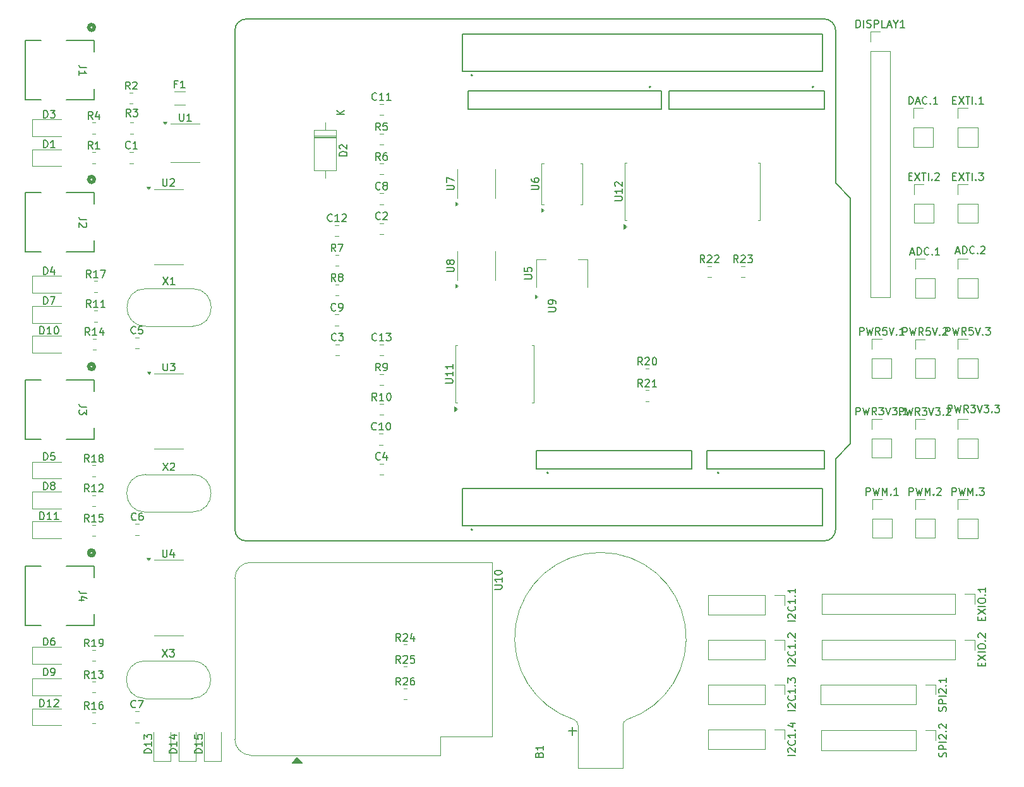
<source format=gbr>
%TF.GenerationSoftware,KiCad,Pcbnew,8.0.8*%
%TF.CreationDate,2025-04-05T02:10:51+02:00*%
%TF.ProjectId,mb02a1,6d623032-6131-42e6-9b69-6361645f7063,rev?*%
%TF.SameCoordinates,Original*%
%TF.FileFunction,Legend,Top*%
%TF.FilePolarity,Positive*%
%FSLAX46Y46*%
G04 Gerber Fmt 4.6, Leading zero omitted, Abs format (unit mm)*
G04 Created by KiCad (PCBNEW 8.0.8) date 2025-04-05 02:10:51*
%MOMM*%
%LPD*%
G01*
G04 APERTURE LIST*
%ADD10C,0.150000*%
%ADD11C,0.120000*%
%ADD12C,0.152400*%
%ADD13C,0.508000*%
%ADD14C,0.127000*%
%ADD15C,0.200000*%
G04 APERTURE END LIST*
D10*
X147286009Y-148929761D02*
X147333628Y-148786904D01*
X147333628Y-148786904D02*
X147381247Y-148739285D01*
X147381247Y-148739285D02*
X147476485Y-148691666D01*
X147476485Y-148691666D02*
X147619342Y-148691666D01*
X147619342Y-148691666D02*
X147714580Y-148739285D01*
X147714580Y-148739285D02*
X147762200Y-148786904D01*
X147762200Y-148786904D02*
X147809819Y-148882142D01*
X147809819Y-148882142D02*
X147809819Y-149263094D01*
X147809819Y-149263094D02*
X146809819Y-149263094D01*
X146809819Y-149263094D02*
X146809819Y-148929761D01*
X146809819Y-148929761D02*
X146857438Y-148834523D01*
X146857438Y-148834523D02*
X146905057Y-148786904D01*
X146905057Y-148786904D02*
X147000295Y-148739285D01*
X147000295Y-148739285D02*
X147095533Y-148739285D01*
X147095533Y-148739285D02*
X147190771Y-148786904D01*
X147190771Y-148786904D02*
X147238390Y-148834523D01*
X147238390Y-148834523D02*
X147286009Y-148929761D01*
X147286009Y-148929761D02*
X147286009Y-149263094D01*
X147809819Y-147739285D02*
X147809819Y-148310713D01*
X147809819Y-148024999D02*
X146809819Y-148024999D01*
X146809819Y-148024999D02*
X146952676Y-148120237D01*
X146952676Y-148120237D02*
X147047914Y-148215475D01*
X147047914Y-148215475D02*
X147095533Y-148310713D01*
X151769700Y-146346428D02*
X151769700Y-145203571D01*
X152341128Y-145774999D02*
X151198271Y-145774999D01*
X96838095Y-121424819D02*
X96838095Y-122234342D01*
X96838095Y-122234342D02*
X96885714Y-122329580D01*
X96885714Y-122329580D02*
X96933333Y-122377200D01*
X96933333Y-122377200D02*
X97028571Y-122424819D01*
X97028571Y-122424819D02*
X97219047Y-122424819D01*
X97219047Y-122424819D02*
X97314285Y-122377200D01*
X97314285Y-122377200D02*
X97361904Y-122329580D01*
X97361904Y-122329580D02*
X97409523Y-122234342D01*
X97409523Y-122234342D02*
X97409523Y-121424819D01*
X98314285Y-121758152D02*
X98314285Y-122424819D01*
X98076190Y-121377200D02*
X97838095Y-122091485D01*
X97838095Y-122091485D02*
X98457142Y-122091485D01*
X196047619Y-92664819D02*
X196047619Y-91664819D01*
X196047619Y-91664819D02*
X196428571Y-91664819D01*
X196428571Y-91664819D02*
X196523809Y-91712438D01*
X196523809Y-91712438D02*
X196571428Y-91760057D01*
X196571428Y-91760057D02*
X196619047Y-91855295D01*
X196619047Y-91855295D02*
X196619047Y-91998152D01*
X196619047Y-91998152D02*
X196571428Y-92093390D01*
X196571428Y-92093390D02*
X196523809Y-92141009D01*
X196523809Y-92141009D02*
X196428571Y-92188628D01*
X196428571Y-92188628D02*
X196047619Y-92188628D01*
X196952381Y-91664819D02*
X197190476Y-92664819D01*
X197190476Y-92664819D02*
X197380952Y-91950533D01*
X197380952Y-91950533D02*
X197571428Y-92664819D01*
X197571428Y-92664819D02*
X197809524Y-91664819D01*
X198761904Y-92664819D02*
X198428571Y-92188628D01*
X198190476Y-92664819D02*
X198190476Y-91664819D01*
X198190476Y-91664819D02*
X198571428Y-91664819D01*
X198571428Y-91664819D02*
X198666666Y-91712438D01*
X198666666Y-91712438D02*
X198714285Y-91760057D01*
X198714285Y-91760057D02*
X198761904Y-91855295D01*
X198761904Y-91855295D02*
X198761904Y-91998152D01*
X198761904Y-91998152D02*
X198714285Y-92093390D01*
X198714285Y-92093390D02*
X198666666Y-92141009D01*
X198666666Y-92141009D02*
X198571428Y-92188628D01*
X198571428Y-92188628D02*
X198190476Y-92188628D01*
X199666666Y-91664819D02*
X199190476Y-91664819D01*
X199190476Y-91664819D02*
X199142857Y-92141009D01*
X199142857Y-92141009D02*
X199190476Y-92093390D01*
X199190476Y-92093390D02*
X199285714Y-92045771D01*
X199285714Y-92045771D02*
X199523809Y-92045771D01*
X199523809Y-92045771D02*
X199619047Y-92093390D01*
X199619047Y-92093390D02*
X199666666Y-92141009D01*
X199666666Y-92141009D02*
X199714285Y-92236247D01*
X199714285Y-92236247D02*
X199714285Y-92474342D01*
X199714285Y-92474342D02*
X199666666Y-92569580D01*
X199666666Y-92569580D02*
X199619047Y-92617200D01*
X199619047Y-92617200D02*
X199523809Y-92664819D01*
X199523809Y-92664819D02*
X199285714Y-92664819D01*
X199285714Y-92664819D02*
X199190476Y-92617200D01*
X199190476Y-92617200D02*
X199142857Y-92569580D01*
X200000000Y-91664819D02*
X200333333Y-92664819D01*
X200333333Y-92664819D02*
X200666666Y-91664819D01*
X201000000Y-92569580D02*
X201047619Y-92617200D01*
X201047619Y-92617200D02*
X201000000Y-92664819D01*
X201000000Y-92664819D02*
X200952381Y-92617200D01*
X200952381Y-92617200D02*
X201000000Y-92569580D01*
X201000000Y-92569580D02*
X201000000Y-92664819D01*
X201428571Y-91760057D02*
X201476190Y-91712438D01*
X201476190Y-91712438D02*
X201571428Y-91664819D01*
X201571428Y-91664819D02*
X201809523Y-91664819D01*
X201809523Y-91664819D02*
X201904761Y-91712438D01*
X201904761Y-91712438D02*
X201952380Y-91760057D01*
X201952380Y-91760057D02*
X201999999Y-91855295D01*
X201999999Y-91855295D02*
X201999999Y-91950533D01*
X201999999Y-91950533D02*
X201952380Y-92093390D01*
X201952380Y-92093390D02*
X201380952Y-92664819D01*
X201380952Y-92664819D02*
X201999999Y-92664819D01*
X181634819Y-137036665D02*
X180634819Y-137036665D01*
X180730057Y-136608094D02*
X180682438Y-136560475D01*
X180682438Y-136560475D02*
X180634819Y-136465237D01*
X180634819Y-136465237D02*
X180634819Y-136227142D01*
X180634819Y-136227142D02*
X180682438Y-136131904D01*
X180682438Y-136131904D02*
X180730057Y-136084285D01*
X180730057Y-136084285D02*
X180825295Y-136036666D01*
X180825295Y-136036666D02*
X180920533Y-136036666D01*
X180920533Y-136036666D02*
X181063390Y-136084285D01*
X181063390Y-136084285D02*
X181634819Y-136655713D01*
X181634819Y-136655713D02*
X181634819Y-136036666D01*
X181539580Y-135036666D02*
X181587200Y-135084285D01*
X181587200Y-135084285D02*
X181634819Y-135227142D01*
X181634819Y-135227142D02*
X181634819Y-135322380D01*
X181634819Y-135322380D02*
X181587200Y-135465237D01*
X181587200Y-135465237D02*
X181491961Y-135560475D01*
X181491961Y-135560475D02*
X181396723Y-135608094D01*
X181396723Y-135608094D02*
X181206247Y-135655713D01*
X181206247Y-135655713D02*
X181063390Y-135655713D01*
X181063390Y-135655713D02*
X180872914Y-135608094D01*
X180872914Y-135608094D02*
X180777676Y-135560475D01*
X180777676Y-135560475D02*
X180682438Y-135465237D01*
X180682438Y-135465237D02*
X180634819Y-135322380D01*
X180634819Y-135322380D02*
X180634819Y-135227142D01*
X180634819Y-135227142D02*
X180682438Y-135084285D01*
X180682438Y-135084285D02*
X180730057Y-135036666D01*
X181634819Y-134084285D02*
X181634819Y-134655713D01*
X181634819Y-134369999D02*
X180634819Y-134369999D01*
X180634819Y-134369999D02*
X180777676Y-134465237D01*
X180777676Y-134465237D02*
X180872914Y-134560475D01*
X180872914Y-134560475D02*
X180920533Y-134655713D01*
X181539580Y-133655713D02*
X181587200Y-133608094D01*
X181587200Y-133608094D02*
X181634819Y-133655713D01*
X181634819Y-133655713D02*
X181587200Y-133703332D01*
X181587200Y-133703332D02*
X181539580Y-133655713D01*
X181539580Y-133655713D02*
X181634819Y-133655713D01*
X180730057Y-133227142D02*
X180682438Y-133179523D01*
X180682438Y-133179523D02*
X180634819Y-133084285D01*
X180634819Y-133084285D02*
X180634819Y-132846190D01*
X180634819Y-132846190D02*
X180682438Y-132750952D01*
X180682438Y-132750952D02*
X180730057Y-132703333D01*
X180730057Y-132703333D02*
X180825295Y-132655714D01*
X180825295Y-132655714D02*
X180920533Y-132655714D01*
X180920533Y-132655714D02*
X181063390Y-132703333D01*
X181063390Y-132703333D02*
X181634819Y-133274761D01*
X181634819Y-133274761D02*
X181634819Y-132655714D01*
X141294819Y-126738094D02*
X142104342Y-126738094D01*
X142104342Y-126738094D02*
X142199580Y-126690475D01*
X142199580Y-126690475D02*
X142247200Y-126642856D01*
X142247200Y-126642856D02*
X142294819Y-126547618D01*
X142294819Y-126547618D02*
X142294819Y-126357142D01*
X142294819Y-126357142D02*
X142247200Y-126261904D01*
X142247200Y-126261904D02*
X142199580Y-126214285D01*
X142199580Y-126214285D02*
X142104342Y-126166666D01*
X142104342Y-126166666D02*
X141294819Y-126166666D01*
X142294819Y-125166666D02*
X142294819Y-125738094D01*
X142294819Y-125452380D02*
X141294819Y-125452380D01*
X141294819Y-125452380D02*
X141437676Y-125547618D01*
X141437676Y-125547618D02*
X141532914Y-125642856D01*
X141532914Y-125642856D02*
X141580533Y-125738094D01*
X141294819Y-124547618D02*
X141294819Y-124452380D01*
X141294819Y-124452380D02*
X141342438Y-124357142D01*
X141342438Y-124357142D02*
X141390057Y-124309523D01*
X141390057Y-124309523D02*
X141485295Y-124261904D01*
X141485295Y-124261904D02*
X141675771Y-124214285D01*
X141675771Y-124214285D02*
X141913866Y-124214285D01*
X141913866Y-124214285D02*
X142104342Y-124261904D01*
X142104342Y-124261904D02*
X142199580Y-124309523D01*
X142199580Y-124309523D02*
X142247200Y-124357142D01*
X142247200Y-124357142D02*
X142294819Y-124452380D01*
X142294819Y-124452380D02*
X142294819Y-124547618D01*
X142294819Y-124547618D02*
X142247200Y-124642856D01*
X142247200Y-124642856D02*
X142199580Y-124690475D01*
X142199580Y-124690475D02*
X142104342Y-124738094D01*
X142104342Y-124738094D02*
X141913866Y-124785713D01*
X141913866Y-124785713D02*
X141675771Y-124785713D01*
X141675771Y-124785713D02*
X141485295Y-124738094D01*
X141485295Y-124738094D02*
X141390057Y-124690475D01*
X141390057Y-124690475D02*
X141342438Y-124642856D01*
X141342438Y-124642856D02*
X141294819Y-124547618D01*
X125507142Y-61049580D02*
X125459523Y-61097200D01*
X125459523Y-61097200D02*
X125316666Y-61144819D01*
X125316666Y-61144819D02*
X125221428Y-61144819D01*
X125221428Y-61144819D02*
X125078571Y-61097200D01*
X125078571Y-61097200D02*
X124983333Y-61001961D01*
X124983333Y-61001961D02*
X124935714Y-60906723D01*
X124935714Y-60906723D02*
X124888095Y-60716247D01*
X124888095Y-60716247D02*
X124888095Y-60573390D01*
X124888095Y-60573390D02*
X124935714Y-60382914D01*
X124935714Y-60382914D02*
X124983333Y-60287676D01*
X124983333Y-60287676D02*
X125078571Y-60192438D01*
X125078571Y-60192438D02*
X125221428Y-60144819D01*
X125221428Y-60144819D02*
X125316666Y-60144819D01*
X125316666Y-60144819D02*
X125459523Y-60192438D01*
X125459523Y-60192438D02*
X125507142Y-60240057D01*
X126459523Y-61144819D02*
X125888095Y-61144819D01*
X126173809Y-61144819D02*
X126173809Y-60144819D01*
X126173809Y-60144819D02*
X126078571Y-60287676D01*
X126078571Y-60287676D02*
X125983333Y-60382914D01*
X125983333Y-60382914D02*
X125888095Y-60430533D01*
X127411904Y-61144819D02*
X126840476Y-61144819D01*
X127126190Y-61144819D02*
X127126190Y-60144819D01*
X127126190Y-60144819D02*
X127030952Y-60287676D01*
X127030952Y-60287676D02*
X126935714Y-60382914D01*
X126935714Y-60382914D02*
X126840476Y-60430533D01*
X86636080Y-127289766D02*
X85921795Y-127289766D01*
X85921795Y-127289766D02*
X85778938Y-127242147D01*
X85778938Y-127242147D02*
X85683700Y-127146909D01*
X85683700Y-127146909D02*
X85636080Y-127004052D01*
X85636080Y-127004052D02*
X85636080Y-126908814D01*
X86302747Y-128194528D02*
X85636080Y-128194528D01*
X86683700Y-127956433D02*
X85969414Y-127718338D01*
X85969414Y-127718338D02*
X85969414Y-128337385D01*
X119544642Y-77299580D02*
X119497023Y-77347200D01*
X119497023Y-77347200D02*
X119354166Y-77394819D01*
X119354166Y-77394819D02*
X119258928Y-77394819D01*
X119258928Y-77394819D02*
X119116071Y-77347200D01*
X119116071Y-77347200D02*
X119020833Y-77251961D01*
X119020833Y-77251961D02*
X118973214Y-77156723D01*
X118973214Y-77156723D02*
X118925595Y-76966247D01*
X118925595Y-76966247D02*
X118925595Y-76823390D01*
X118925595Y-76823390D02*
X118973214Y-76632914D01*
X118973214Y-76632914D02*
X119020833Y-76537676D01*
X119020833Y-76537676D02*
X119116071Y-76442438D01*
X119116071Y-76442438D02*
X119258928Y-76394819D01*
X119258928Y-76394819D02*
X119354166Y-76394819D01*
X119354166Y-76394819D02*
X119497023Y-76442438D01*
X119497023Y-76442438D02*
X119544642Y-76490057D01*
X120497023Y-77394819D02*
X119925595Y-77394819D01*
X120211309Y-77394819D02*
X120211309Y-76394819D01*
X120211309Y-76394819D02*
X120116071Y-76537676D01*
X120116071Y-76537676D02*
X120020833Y-76632914D01*
X120020833Y-76632914D02*
X119925595Y-76680533D01*
X120877976Y-76490057D02*
X120925595Y-76442438D01*
X120925595Y-76442438D02*
X121020833Y-76394819D01*
X121020833Y-76394819D02*
X121258928Y-76394819D01*
X121258928Y-76394819D02*
X121354166Y-76442438D01*
X121354166Y-76442438D02*
X121401785Y-76490057D01*
X121401785Y-76490057D02*
X121449404Y-76585295D01*
X121449404Y-76585295D02*
X121449404Y-76680533D01*
X121449404Y-76680533D02*
X121401785Y-76823390D01*
X121401785Y-76823390D02*
X120830357Y-77394819D01*
X120830357Y-77394819D02*
X121449404Y-77394819D01*
X201827200Y-149234284D02*
X201874819Y-149091427D01*
X201874819Y-149091427D02*
X201874819Y-148853332D01*
X201874819Y-148853332D02*
X201827200Y-148758094D01*
X201827200Y-148758094D02*
X201779580Y-148710475D01*
X201779580Y-148710475D02*
X201684342Y-148662856D01*
X201684342Y-148662856D02*
X201589104Y-148662856D01*
X201589104Y-148662856D02*
X201493866Y-148710475D01*
X201493866Y-148710475D02*
X201446247Y-148758094D01*
X201446247Y-148758094D02*
X201398628Y-148853332D01*
X201398628Y-148853332D02*
X201351009Y-149043808D01*
X201351009Y-149043808D02*
X201303390Y-149139046D01*
X201303390Y-149139046D02*
X201255771Y-149186665D01*
X201255771Y-149186665D02*
X201160533Y-149234284D01*
X201160533Y-149234284D02*
X201065295Y-149234284D01*
X201065295Y-149234284D02*
X200970057Y-149186665D01*
X200970057Y-149186665D02*
X200922438Y-149139046D01*
X200922438Y-149139046D02*
X200874819Y-149043808D01*
X200874819Y-149043808D02*
X200874819Y-148805713D01*
X200874819Y-148805713D02*
X200922438Y-148662856D01*
X201874819Y-148234284D02*
X200874819Y-148234284D01*
X200874819Y-148234284D02*
X200874819Y-147853332D01*
X200874819Y-147853332D02*
X200922438Y-147758094D01*
X200922438Y-147758094D02*
X200970057Y-147710475D01*
X200970057Y-147710475D02*
X201065295Y-147662856D01*
X201065295Y-147662856D02*
X201208152Y-147662856D01*
X201208152Y-147662856D02*
X201303390Y-147710475D01*
X201303390Y-147710475D02*
X201351009Y-147758094D01*
X201351009Y-147758094D02*
X201398628Y-147853332D01*
X201398628Y-147853332D02*
X201398628Y-148234284D01*
X201874819Y-147234284D02*
X200874819Y-147234284D01*
X200970057Y-146805713D02*
X200922438Y-146758094D01*
X200922438Y-146758094D02*
X200874819Y-146662856D01*
X200874819Y-146662856D02*
X200874819Y-146424761D01*
X200874819Y-146424761D02*
X200922438Y-146329523D01*
X200922438Y-146329523D02*
X200970057Y-146281904D01*
X200970057Y-146281904D02*
X201065295Y-146234285D01*
X201065295Y-146234285D02*
X201160533Y-146234285D01*
X201160533Y-146234285D02*
X201303390Y-146281904D01*
X201303390Y-146281904D02*
X201874819Y-146853332D01*
X201874819Y-146853332D02*
X201874819Y-146234285D01*
X201779580Y-145805713D02*
X201827200Y-145758094D01*
X201827200Y-145758094D02*
X201874819Y-145805713D01*
X201874819Y-145805713D02*
X201827200Y-145853332D01*
X201827200Y-145853332D02*
X201779580Y-145805713D01*
X201779580Y-145805713D02*
X201874819Y-145805713D01*
X200970057Y-145377142D02*
X200922438Y-145329523D01*
X200922438Y-145329523D02*
X200874819Y-145234285D01*
X200874819Y-145234285D02*
X200874819Y-144996190D01*
X200874819Y-144996190D02*
X200922438Y-144900952D01*
X200922438Y-144900952D02*
X200970057Y-144853333D01*
X200970057Y-144853333D02*
X201065295Y-144805714D01*
X201065295Y-144805714D02*
X201160533Y-144805714D01*
X201160533Y-144805714D02*
X201303390Y-144853333D01*
X201303390Y-144853333D02*
X201874819Y-145424761D01*
X201874819Y-145424761D02*
X201874819Y-144805714D01*
X125983333Y-65174819D02*
X125650000Y-64698628D01*
X125411905Y-65174819D02*
X125411905Y-64174819D01*
X125411905Y-64174819D02*
X125792857Y-64174819D01*
X125792857Y-64174819D02*
X125888095Y-64222438D01*
X125888095Y-64222438D02*
X125935714Y-64270057D01*
X125935714Y-64270057D02*
X125983333Y-64365295D01*
X125983333Y-64365295D02*
X125983333Y-64508152D01*
X125983333Y-64508152D02*
X125935714Y-64603390D01*
X125935714Y-64603390D02*
X125888095Y-64651009D01*
X125888095Y-64651009D02*
X125792857Y-64698628D01*
X125792857Y-64698628D02*
X125411905Y-64698628D01*
X126888095Y-64174819D02*
X126411905Y-64174819D01*
X126411905Y-64174819D02*
X126364286Y-64651009D01*
X126364286Y-64651009D02*
X126411905Y-64603390D01*
X126411905Y-64603390D02*
X126507143Y-64555771D01*
X126507143Y-64555771D02*
X126745238Y-64555771D01*
X126745238Y-64555771D02*
X126840476Y-64603390D01*
X126840476Y-64603390D02*
X126888095Y-64651009D01*
X126888095Y-64651009D02*
X126935714Y-64746247D01*
X126935714Y-64746247D02*
X126935714Y-64984342D01*
X126935714Y-64984342D02*
X126888095Y-65079580D01*
X126888095Y-65079580D02*
X126840476Y-65127200D01*
X126840476Y-65127200D02*
X126745238Y-65174819D01*
X126745238Y-65174819D02*
X126507143Y-65174819D01*
X126507143Y-65174819D02*
X126411905Y-65127200D01*
X126411905Y-65127200D02*
X126364286Y-65079580D01*
X157404819Y-74608094D02*
X158214342Y-74608094D01*
X158214342Y-74608094D02*
X158309580Y-74560475D01*
X158309580Y-74560475D02*
X158357200Y-74512856D01*
X158357200Y-74512856D02*
X158404819Y-74417618D01*
X158404819Y-74417618D02*
X158404819Y-74227142D01*
X158404819Y-74227142D02*
X158357200Y-74131904D01*
X158357200Y-74131904D02*
X158309580Y-74084285D01*
X158309580Y-74084285D02*
X158214342Y-74036666D01*
X158214342Y-74036666D02*
X157404819Y-74036666D01*
X158404819Y-73036666D02*
X158404819Y-73608094D01*
X158404819Y-73322380D02*
X157404819Y-73322380D01*
X157404819Y-73322380D02*
X157547676Y-73417618D01*
X157547676Y-73417618D02*
X157642914Y-73512856D01*
X157642914Y-73512856D02*
X157690533Y-73608094D01*
X157500057Y-72655713D02*
X157452438Y-72608094D01*
X157452438Y-72608094D02*
X157404819Y-72512856D01*
X157404819Y-72512856D02*
X157404819Y-72274761D01*
X157404819Y-72274761D02*
X157452438Y-72179523D01*
X157452438Y-72179523D02*
X157500057Y-72131904D01*
X157500057Y-72131904D02*
X157595295Y-72084285D01*
X157595295Y-72084285D02*
X157690533Y-72084285D01*
X157690533Y-72084285D02*
X157833390Y-72131904D01*
X157833390Y-72131904D02*
X158404819Y-72703332D01*
X158404819Y-72703332D02*
X158404819Y-72084285D01*
X161112142Y-96649819D02*
X160778809Y-96173628D01*
X160540714Y-96649819D02*
X160540714Y-95649819D01*
X160540714Y-95649819D02*
X160921666Y-95649819D01*
X160921666Y-95649819D02*
X161016904Y-95697438D01*
X161016904Y-95697438D02*
X161064523Y-95745057D01*
X161064523Y-95745057D02*
X161112142Y-95840295D01*
X161112142Y-95840295D02*
X161112142Y-95983152D01*
X161112142Y-95983152D02*
X161064523Y-96078390D01*
X161064523Y-96078390D02*
X161016904Y-96126009D01*
X161016904Y-96126009D02*
X160921666Y-96173628D01*
X160921666Y-96173628D02*
X160540714Y-96173628D01*
X161493095Y-95745057D02*
X161540714Y-95697438D01*
X161540714Y-95697438D02*
X161635952Y-95649819D01*
X161635952Y-95649819D02*
X161874047Y-95649819D01*
X161874047Y-95649819D02*
X161969285Y-95697438D01*
X161969285Y-95697438D02*
X162016904Y-95745057D01*
X162016904Y-95745057D02*
X162064523Y-95840295D01*
X162064523Y-95840295D02*
X162064523Y-95935533D01*
X162064523Y-95935533D02*
X162016904Y-96078390D01*
X162016904Y-96078390D02*
X161445476Y-96649819D01*
X161445476Y-96649819D02*
X162064523Y-96649819D01*
X162683571Y-95649819D02*
X162778809Y-95649819D01*
X162778809Y-95649819D02*
X162874047Y-95697438D01*
X162874047Y-95697438D02*
X162921666Y-95745057D01*
X162921666Y-95745057D02*
X162969285Y-95840295D01*
X162969285Y-95840295D02*
X163016904Y-96030771D01*
X163016904Y-96030771D02*
X163016904Y-96268866D01*
X163016904Y-96268866D02*
X162969285Y-96459342D01*
X162969285Y-96459342D02*
X162921666Y-96554580D01*
X162921666Y-96554580D02*
X162874047Y-96602200D01*
X162874047Y-96602200D02*
X162778809Y-96649819D01*
X162778809Y-96649819D02*
X162683571Y-96649819D01*
X162683571Y-96649819D02*
X162588333Y-96602200D01*
X162588333Y-96602200D02*
X162540714Y-96554580D01*
X162540714Y-96554580D02*
X162493095Y-96459342D01*
X162493095Y-96459342D02*
X162445476Y-96268866D01*
X162445476Y-96268866D02*
X162445476Y-96030771D01*
X162445476Y-96030771D02*
X162493095Y-95840295D01*
X162493095Y-95840295D02*
X162540714Y-95745057D01*
X162540714Y-95745057D02*
X162588333Y-95697438D01*
X162588333Y-95697438D02*
X162683571Y-95649819D01*
X92433333Y-59674819D02*
X92100000Y-59198628D01*
X91861905Y-59674819D02*
X91861905Y-58674819D01*
X91861905Y-58674819D02*
X92242857Y-58674819D01*
X92242857Y-58674819D02*
X92338095Y-58722438D01*
X92338095Y-58722438D02*
X92385714Y-58770057D01*
X92385714Y-58770057D02*
X92433333Y-58865295D01*
X92433333Y-58865295D02*
X92433333Y-59008152D01*
X92433333Y-59008152D02*
X92385714Y-59103390D01*
X92385714Y-59103390D02*
X92338095Y-59151009D01*
X92338095Y-59151009D02*
X92242857Y-59198628D01*
X92242857Y-59198628D02*
X91861905Y-59198628D01*
X92814286Y-58770057D02*
X92861905Y-58722438D01*
X92861905Y-58722438D02*
X92957143Y-58674819D01*
X92957143Y-58674819D02*
X93195238Y-58674819D01*
X93195238Y-58674819D02*
X93290476Y-58722438D01*
X93290476Y-58722438D02*
X93338095Y-58770057D01*
X93338095Y-58770057D02*
X93385714Y-58865295D01*
X93385714Y-58865295D02*
X93385714Y-58960533D01*
X93385714Y-58960533D02*
X93338095Y-59103390D01*
X93338095Y-59103390D02*
X92766667Y-59674819D01*
X92766667Y-59674819D02*
X93385714Y-59674819D01*
X125507142Y-101424819D02*
X125173809Y-100948628D01*
X124935714Y-101424819D02*
X124935714Y-100424819D01*
X124935714Y-100424819D02*
X125316666Y-100424819D01*
X125316666Y-100424819D02*
X125411904Y-100472438D01*
X125411904Y-100472438D02*
X125459523Y-100520057D01*
X125459523Y-100520057D02*
X125507142Y-100615295D01*
X125507142Y-100615295D02*
X125507142Y-100758152D01*
X125507142Y-100758152D02*
X125459523Y-100853390D01*
X125459523Y-100853390D02*
X125411904Y-100901009D01*
X125411904Y-100901009D02*
X125316666Y-100948628D01*
X125316666Y-100948628D02*
X124935714Y-100948628D01*
X126459523Y-101424819D02*
X125888095Y-101424819D01*
X126173809Y-101424819D02*
X126173809Y-100424819D01*
X126173809Y-100424819D02*
X126078571Y-100567676D01*
X126078571Y-100567676D02*
X125983333Y-100662914D01*
X125983333Y-100662914D02*
X125888095Y-100710533D01*
X127078571Y-100424819D02*
X127173809Y-100424819D01*
X127173809Y-100424819D02*
X127269047Y-100472438D01*
X127269047Y-100472438D02*
X127316666Y-100520057D01*
X127316666Y-100520057D02*
X127364285Y-100615295D01*
X127364285Y-100615295D02*
X127411904Y-100805771D01*
X127411904Y-100805771D02*
X127411904Y-101043866D01*
X127411904Y-101043866D02*
X127364285Y-101234342D01*
X127364285Y-101234342D02*
X127316666Y-101329580D01*
X127316666Y-101329580D02*
X127269047Y-101377200D01*
X127269047Y-101377200D02*
X127173809Y-101424819D01*
X127173809Y-101424819D02*
X127078571Y-101424819D01*
X127078571Y-101424819D02*
X126983333Y-101377200D01*
X126983333Y-101377200D02*
X126935714Y-101329580D01*
X126935714Y-101329580D02*
X126888095Y-101234342D01*
X126888095Y-101234342D02*
X126840476Y-101043866D01*
X126840476Y-101043866D02*
X126840476Y-100805771D01*
X126840476Y-100805771D02*
X126888095Y-100615295D01*
X126888095Y-100615295D02*
X126935714Y-100520057D01*
X126935714Y-100520057D02*
X126983333Y-100472438D01*
X126983333Y-100472438D02*
X127078571Y-100424819D01*
X93208333Y-92374580D02*
X93160714Y-92422200D01*
X93160714Y-92422200D02*
X93017857Y-92469819D01*
X93017857Y-92469819D02*
X92922619Y-92469819D01*
X92922619Y-92469819D02*
X92779762Y-92422200D01*
X92779762Y-92422200D02*
X92684524Y-92326961D01*
X92684524Y-92326961D02*
X92636905Y-92231723D01*
X92636905Y-92231723D02*
X92589286Y-92041247D01*
X92589286Y-92041247D02*
X92589286Y-91898390D01*
X92589286Y-91898390D02*
X92636905Y-91707914D01*
X92636905Y-91707914D02*
X92684524Y-91612676D01*
X92684524Y-91612676D02*
X92779762Y-91517438D01*
X92779762Y-91517438D02*
X92922619Y-91469819D01*
X92922619Y-91469819D02*
X93017857Y-91469819D01*
X93017857Y-91469819D02*
X93160714Y-91517438D01*
X93160714Y-91517438D02*
X93208333Y-91565057D01*
X94113095Y-91469819D02*
X93636905Y-91469819D01*
X93636905Y-91469819D02*
X93589286Y-91946009D01*
X93589286Y-91946009D02*
X93636905Y-91898390D01*
X93636905Y-91898390D02*
X93732143Y-91850771D01*
X93732143Y-91850771D02*
X93970238Y-91850771D01*
X93970238Y-91850771D02*
X94065476Y-91898390D01*
X94065476Y-91898390D02*
X94113095Y-91946009D01*
X94113095Y-91946009D02*
X94160714Y-92041247D01*
X94160714Y-92041247D02*
X94160714Y-92279342D01*
X94160714Y-92279342D02*
X94113095Y-92374580D01*
X94113095Y-92374580D02*
X94065476Y-92422200D01*
X94065476Y-92422200D02*
X93970238Y-92469819D01*
X93970238Y-92469819D02*
X93732143Y-92469819D01*
X93732143Y-92469819D02*
X93636905Y-92422200D01*
X93636905Y-92422200D02*
X93589286Y-92374580D01*
X125983333Y-77049580D02*
X125935714Y-77097200D01*
X125935714Y-77097200D02*
X125792857Y-77144819D01*
X125792857Y-77144819D02*
X125697619Y-77144819D01*
X125697619Y-77144819D02*
X125554762Y-77097200D01*
X125554762Y-77097200D02*
X125459524Y-77001961D01*
X125459524Y-77001961D02*
X125411905Y-76906723D01*
X125411905Y-76906723D02*
X125364286Y-76716247D01*
X125364286Y-76716247D02*
X125364286Y-76573390D01*
X125364286Y-76573390D02*
X125411905Y-76382914D01*
X125411905Y-76382914D02*
X125459524Y-76287676D01*
X125459524Y-76287676D02*
X125554762Y-76192438D01*
X125554762Y-76192438D02*
X125697619Y-76144819D01*
X125697619Y-76144819D02*
X125792857Y-76144819D01*
X125792857Y-76144819D02*
X125935714Y-76192438D01*
X125935714Y-76192438D02*
X125983333Y-76240057D01*
X126364286Y-76240057D02*
X126411905Y-76192438D01*
X126411905Y-76192438D02*
X126507143Y-76144819D01*
X126507143Y-76144819D02*
X126745238Y-76144819D01*
X126745238Y-76144819D02*
X126840476Y-76192438D01*
X126840476Y-76192438D02*
X126888095Y-76240057D01*
X126888095Y-76240057D02*
X126935714Y-76335295D01*
X126935714Y-76335295D02*
X126935714Y-76430533D01*
X126935714Y-76430533D02*
X126888095Y-76573390D01*
X126888095Y-76573390D02*
X126316667Y-77144819D01*
X126316667Y-77144819D02*
X126935714Y-77144819D01*
X189771429Y-103359819D02*
X189771429Y-102359819D01*
X189771429Y-102359819D02*
X190152381Y-102359819D01*
X190152381Y-102359819D02*
X190247619Y-102407438D01*
X190247619Y-102407438D02*
X190295238Y-102455057D01*
X190295238Y-102455057D02*
X190342857Y-102550295D01*
X190342857Y-102550295D02*
X190342857Y-102693152D01*
X190342857Y-102693152D02*
X190295238Y-102788390D01*
X190295238Y-102788390D02*
X190247619Y-102836009D01*
X190247619Y-102836009D02*
X190152381Y-102883628D01*
X190152381Y-102883628D02*
X189771429Y-102883628D01*
X190676191Y-102359819D02*
X190914286Y-103359819D01*
X190914286Y-103359819D02*
X191104762Y-102645533D01*
X191104762Y-102645533D02*
X191295238Y-103359819D01*
X191295238Y-103359819D02*
X191533334Y-102359819D01*
X192485714Y-103359819D02*
X192152381Y-102883628D01*
X191914286Y-103359819D02*
X191914286Y-102359819D01*
X191914286Y-102359819D02*
X192295238Y-102359819D01*
X192295238Y-102359819D02*
X192390476Y-102407438D01*
X192390476Y-102407438D02*
X192438095Y-102455057D01*
X192438095Y-102455057D02*
X192485714Y-102550295D01*
X192485714Y-102550295D02*
X192485714Y-102693152D01*
X192485714Y-102693152D02*
X192438095Y-102788390D01*
X192438095Y-102788390D02*
X192390476Y-102836009D01*
X192390476Y-102836009D02*
X192295238Y-102883628D01*
X192295238Y-102883628D02*
X191914286Y-102883628D01*
X192819048Y-102359819D02*
X193438095Y-102359819D01*
X193438095Y-102359819D02*
X193104762Y-102740771D01*
X193104762Y-102740771D02*
X193247619Y-102740771D01*
X193247619Y-102740771D02*
X193342857Y-102788390D01*
X193342857Y-102788390D02*
X193390476Y-102836009D01*
X193390476Y-102836009D02*
X193438095Y-102931247D01*
X193438095Y-102931247D02*
X193438095Y-103169342D01*
X193438095Y-103169342D02*
X193390476Y-103264580D01*
X193390476Y-103264580D02*
X193342857Y-103312200D01*
X193342857Y-103312200D02*
X193247619Y-103359819D01*
X193247619Y-103359819D02*
X192961905Y-103359819D01*
X192961905Y-103359819D02*
X192866667Y-103312200D01*
X192866667Y-103312200D02*
X192819048Y-103264580D01*
X193723810Y-102359819D02*
X194057143Y-103359819D01*
X194057143Y-103359819D02*
X194390476Y-102359819D01*
X194628572Y-102359819D02*
X195247619Y-102359819D01*
X195247619Y-102359819D02*
X194914286Y-102740771D01*
X194914286Y-102740771D02*
X195057143Y-102740771D01*
X195057143Y-102740771D02*
X195152381Y-102788390D01*
X195152381Y-102788390D02*
X195200000Y-102836009D01*
X195200000Y-102836009D02*
X195247619Y-102931247D01*
X195247619Y-102931247D02*
X195247619Y-103169342D01*
X195247619Y-103169342D02*
X195200000Y-103264580D01*
X195200000Y-103264580D02*
X195152381Y-103312200D01*
X195152381Y-103312200D02*
X195057143Y-103359819D01*
X195057143Y-103359819D02*
X194771429Y-103359819D01*
X194771429Y-103359819D02*
X194676191Y-103312200D01*
X194676191Y-103312200D02*
X194628572Y-103264580D01*
X195676191Y-103264580D02*
X195723810Y-103312200D01*
X195723810Y-103312200D02*
X195676191Y-103359819D01*
X195676191Y-103359819D02*
X195628572Y-103312200D01*
X195628572Y-103312200D02*
X195676191Y-103264580D01*
X195676191Y-103264580D02*
X195676191Y-103359819D01*
X196676190Y-103359819D02*
X196104762Y-103359819D01*
X196390476Y-103359819D02*
X196390476Y-102359819D01*
X196390476Y-102359819D02*
X196295238Y-102502676D01*
X196295238Y-102502676D02*
X196200000Y-102597914D01*
X196200000Y-102597914D02*
X196104762Y-102645533D01*
X196880953Y-114124819D02*
X196880953Y-113124819D01*
X196880953Y-113124819D02*
X197261905Y-113124819D01*
X197261905Y-113124819D02*
X197357143Y-113172438D01*
X197357143Y-113172438D02*
X197404762Y-113220057D01*
X197404762Y-113220057D02*
X197452381Y-113315295D01*
X197452381Y-113315295D02*
X197452381Y-113458152D01*
X197452381Y-113458152D02*
X197404762Y-113553390D01*
X197404762Y-113553390D02*
X197357143Y-113601009D01*
X197357143Y-113601009D02*
X197261905Y-113648628D01*
X197261905Y-113648628D02*
X196880953Y-113648628D01*
X197785715Y-113124819D02*
X198023810Y-114124819D01*
X198023810Y-114124819D02*
X198214286Y-113410533D01*
X198214286Y-113410533D02*
X198404762Y-114124819D01*
X198404762Y-114124819D02*
X198642858Y-113124819D01*
X199023810Y-114124819D02*
X199023810Y-113124819D01*
X199023810Y-113124819D02*
X199357143Y-113839104D01*
X199357143Y-113839104D02*
X199690476Y-113124819D01*
X199690476Y-113124819D02*
X199690476Y-114124819D01*
X200166667Y-114029580D02*
X200214286Y-114077200D01*
X200214286Y-114077200D02*
X200166667Y-114124819D01*
X200166667Y-114124819D02*
X200119048Y-114077200D01*
X200119048Y-114077200D02*
X200166667Y-114029580D01*
X200166667Y-114029580D02*
X200166667Y-114124819D01*
X200595238Y-113220057D02*
X200642857Y-113172438D01*
X200642857Y-113172438D02*
X200738095Y-113124819D01*
X200738095Y-113124819D02*
X200976190Y-113124819D01*
X200976190Y-113124819D02*
X201071428Y-113172438D01*
X201071428Y-113172438D02*
X201119047Y-113220057D01*
X201119047Y-113220057D02*
X201166666Y-113315295D01*
X201166666Y-113315295D02*
X201166666Y-113410533D01*
X201166666Y-113410533D02*
X201119047Y-113553390D01*
X201119047Y-113553390D02*
X200547619Y-114124819D01*
X200547619Y-114124819D02*
X201166666Y-114124819D01*
X86636080Y-56789766D02*
X85921795Y-56789766D01*
X85921795Y-56789766D02*
X85778938Y-56742147D01*
X85778938Y-56742147D02*
X85683700Y-56646909D01*
X85683700Y-56646909D02*
X85636080Y-56504052D01*
X85636080Y-56504052D02*
X85636080Y-56408814D01*
X85636080Y-57789766D02*
X85636080Y-57218338D01*
X85636080Y-57504052D02*
X86636080Y-57504052D01*
X86636080Y-57504052D02*
X86493223Y-57408814D01*
X86493223Y-57408814D02*
X86397985Y-57313576D01*
X86397985Y-57313576D02*
X86350366Y-57218338D01*
X125983333Y-109299580D02*
X125935714Y-109347200D01*
X125935714Y-109347200D02*
X125792857Y-109394819D01*
X125792857Y-109394819D02*
X125697619Y-109394819D01*
X125697619Y-109394819D02*
X125554762Y-109347200D01*
X125554762Y-109347200D02*
X125459524Y-109251961D01*
X125459524Y-109251961D02*
X125411905Y-109156723D01*
X125411905Y-109156723D02*
X125364286Y-108966247D01*
X125364286Y-108966247D02*
X125364286Y-108823390D01*
X125364286Y-108823390D02*
X125411905Y-108632914D01*
X125411905Y-108632914D02*
X125459524Y-108537676D01*
X125459524Y-108537676D02*
X125554762Y-108442438D01*
X125554762Y-108442438D02*
X125697619Y-108394819D01*
X125697619Y-108394819D02*
X125792857Y-108394819D01*
X125792857Y-108394819D02*
X125935714Y-108442438D01*
X125935714Y-108442438D02*
X125983333Y-108490057D01*
X126840476Y-108728152D02*
X126840476Y-109394819D01*
X126602381Y-108347200D02*
X126364286Y-109061485D01*
X126364286Y-109061485D02*
X126983333Y-109061485D01*
X80861905Y-67504819D02*
X80861905Y-66504819D01*
X80861905Y-66504819D02*
X81100000Y-66504819D01*
X81100000Y-66504819D02*
X81242857Y-66552438D01*
X81242857Y-66552438D02*
X81338095Y-66647676D01*
X81338095Y-66647676D02*
X81385714Y-66742914D01*
X81385714Y-66742914D02*
X81433333Y-66933390D01*
X81433333Y-66933390D02*
X81433333Y-67076247D01*
X81433333Y-67076247D02*
X81385714Y-67266723D01*
X81385714Y-67266723D02*
X81338095Y-67361961D01*
X81338095Y-67361961D02*
X81242857Y-67457200D01*
X81242857Y-67457200D02*
X81100000Y-67504819D01*
X81100000Y-67504819D02*
X80861905Y-67504819D01*
X82385714Y-67504819D02*
X81814286Y-67504819D01*
X82100000Y-67504819D02*
X82100000Y-66504819D01*
X82100000Y-66504819D02*
X82004762Y-66647676D01*
X82004762Y-66647676D02*
X81909524Y-66742914D01*
X81909524Y-66742914D02*
X81814286Y-66790533D01*
X128699642Y-133699819D02*
X128366309Y-133223628D01*
X128128214Y-133699819D02*
X128128214Y-132699819D01*
X128128214Y-132699819D02*
X128509166Y-132699819D01*
X128509166Y-132699819D02*
X128604404Y-132747438D01*
X128604404Y-132747438D02*
X128652023Y-132795057D01*
X128652023Y-132795057D02*
X128699642Y-132890295D01*
X128699642Y-132890295D02*
X128699642Y-133033152D01*
X128699642Y-133033152D02*
X128652023Y-133128390D01*
X128652023Y-133128390D02*
X128604404Y-133176009D01*
X128604404Y-133176009D02*
X128509166Y-133223628D01*
X128509166Y-133223628D02*
X128128214Y-133223628D01*
X129080595Y-132795057D02*
X129128214Y-132747438D01*
X129128214Y-132747438D02*
X129223452Y-132699819D01*
X129223452Y-132699819D02*
X129461547Y-132699819D01*
X129461547Y-132699819D02*
X129556785Y-132747438D01*
X129556785Y-132747438D02*
X129604404Y-132795057D01*
X129604404Y-132795057D02*
X129652023Y-132890295D01*
X129652023Y-132890295D02*
X129652023Y-132985533D01*
X129652023Y-132985533D02*
X129604404Y-133128390D01*
X129604404Y-133128390D02*
X129032976Y-133699819D01*
X129032976Y-133699819D02*
X129652023Y-133699819D01*
X130509166Y-133033152D02*
X130509166Y-133699819D01*
X130271071Y-132652200D02*
X130032976Y-133366485D01*
X130032976Y-133366485D02*
X130652023Y-133366485D01*
X202071429Y-103029819D02*
X202071429Y-102029819D01*
X202071429Y-102029819D02*
X202452381Y-102029819D01*
X202452381Y-102029819D02*
X202547619Y-102077438D01*
X202547619Y-102077438D02*
X202595238Y-102125057D01*
X202595238Y-102125057D02*
X202642857Y-102220295D01*
X202642857Y-102220295D02*
X202642857Y-102363152D01*
X202642857Y-102363152D02*
X202595238Y-102458390D01*
X202595238Y-102458390D02*
X202547619Y-102506009D01*
X202547619Y-102506009D02*
X202452381Y-102553628D01*
X202452381Y-102553628D02*
X202071429Y-102553628D01*
X202976191Y-102029819D02*
X203214286Y-103029819D01*
X203214286Y-103029819D02*
X203404762Y-102315533D01*
X203404762Y-102315533D02*
X203595238Y-103029819D01*
X203595238Y-103029819D02*
X203833334Y-102029819D01*
X204785714Y-103029819D02*
X204452381Y-102553628D01*
X204214286Y-103029819D02*
X204214286Y-102029819D01*
X204214286Y-102029819D02*
X204595238Y-102029819D01*
X204595238Y-102029819D02*
X204690476Y-102077438D01*
X204690476Y-102077438D02*
X204738095Y-102125057D01*
X204738095Y-102125057D02*
X204785714Y-102220295D01*
X204785714Y-102220295D02*
X204785714Y-102363152D01*
X204785714Y-102363152D02*
X204738095Y-102458390D01*
X204738095Y-102458390D02*
X204690476Y-102506009D01*
X204690476Y-102506009D02*
X204595238Y-102553628D01*
X204595238Y-102553628D02*
X204214286Y-102553628D01*
X205119048Y-102029819D02*
X205738095Y-102029819D01*
X205738095Y-102029819D02*
X205404762Y-102410771D01*
X205404762Y-102410771D02*
X205547619Y-102410771D01*
X205547619Y-102410771D02*
X205642857Y-102458390D01*
X205642857Y-102458390D02*
X205690476Y-102506009D01*
X205690476Y-102506009D02*
X205738095Y-102601247D01*
X205738095Y-102601247D02*
X205738095Y-102839342D01*
X205738095Y-102839342D02*
X205690476Y-102934580D01*
X205690476Y-102934580D02*
X205642857Y-102982200D01*
X205642857Y-102982200D02*
X205547619Y-103029819D01*
X205547619Y-103029819D02*
X205261905Y-103029819D01*
X205261905Y-103029819D02*
X205166667Y-102982200D01*
X205166667Y-102982200D02*
X205119048Y-102934580D01*
X206023810Y-102029819D02*
X206357143Y-103029819D01*
X206357143Y-103029819D02*
X206690476Y-102029819D01*
X206928572Y-102029819D02*
X207547619Y-102029819D01*
X207547619Y-102029819D02*
X207214286Y-102410771D01*
X207214286Y-102410771D02*
X207357143Y-102410771D01*
X207357143Y-102410771D02*
X207452381Y-102458390D01*
X207452381Y-102458390D02*
X207500000Y-102506009D01*
X207500000Y-102506009D02*
X207547619Y-102601247D01*
X207547619Y-102601247D02*
X207547619Y-102839342D01*
X207547619Y-102839342D02*
X207500000Y-102934580D01*
X207500000Y-102934580D02*
X207452381Y-102982200D01*
X207452381Y-102982200D02*
X207357143Y-103029819D01*
X207357143Y-103029819D02*
X207071429Y-103029819D01*
X207071429Y-103029819D02*
X206976191Y-102982200D01*
X206976191Y-102982200D02*
X206928572Y-102934580D01*
X207976191Y-102934580D02*
X208023810Y-102982200D01*
X208023810Y-102982200D02*
X207976191Y-103029819D01*
X207976191Y-103029819D02*
X207928572Y-102982200D01*
X207928572Y-102982200D02*
X207976191Y-102934580D01*
X207976191Y-102934580D02*
X207976191Y-103029819D01*
X208357143Y-102029819D02*
X208976190Y-102029819D01*
X208976190Y-102029819D02*
X208642857Y-102410771D01*
X208642857Y-102410771D02*
X208785714Y-102410771D01*
X208785714Y-102410771D02*
X208880952Y-102458390D01*
X208880952Y-102458390D02*
X208928571Y-102506009D01*
X208928571Y-102506009D02*
X208976190Y-102601247D01*
X208976190Y-102601247D02*
X208976190Y-102839342D01*
X208976190Y-102839342D02*
X208928571Y-102934580D01*
X208928571Y-102934580D02*
X208880952Y-102982200D01*
X208880952Y-102982200D02*
X208785714Y-103029819D01*
X208785714Y-103029819D02*
X208500000Y-103029819D01*
X208500000Y-103029819D02*
X208404762Y-102982200D01*
X208404762Y-102982200D02*
X208357143Y-102934580D01*
X98744819Y-148714285D02*
X97744819Y-148714285D01*
X97744819Y-148714285D02*
X97744819Y-148476190D01*
X97744819Y-148476190D02*
X97792438Y-148333333D01*
X97792438Y-148333333D02*
X97887676Y-148238095D01*
X97887676Y-148238095D02*
X97982914Y-148190476D01*
X97982914Y-148190476D02*
X98173390Y-148142857D01*
X98173390Y-148142857D02*
X98316247Y-148142857D01*
X98316247Y-148142857D02*
X98506723Y-148190476D01*
X98506723Y-148190476D02*
X98601961Y-148238095D01*
X98601961Y-148238095D02*
X98697200Y-148333333D01*
X98697200Y-148333333D02*
X98744819Y-148476190D01*
X98744819Y-148476190D02*
X98744819Y-148714285D01*
X98744819Y-147190476D02*
X98744819Y-147761904D01*
X98744819Y-147476190D02*
X97744819Y-147476190D01*
X97744819Y-147476190D02*
X97887676Y-147571428D01*
X97887676Y-147571428D02*
X97982914Y-147666666D01*
X97982914Y-147666666D02*
X98030533Y-147761904D01*
X98078152Y-146333333D02*
X98744819Y-146333333D01*
X97697200Y-146571428D02*
X98411485Y-146809523D01*
X98411485Y-146809523D02*
X98411485Y-146190476D01*
X96850476Y-109799819D02*
X97517142Y-110799819D01*
X97517142Y-109799819D02*
X96850476Y-110799819D01*
X97850476Y-109895057D02*
X97898095Y-109847438D01*
X97898095Y-109847438D02*
X97993333Y-109799819D01*
X97993333Y-109799819D02*
X98231428Y-109799819D01*
X98231428Y-109799819D02*
X98326666Y-109847438D01*
X98326666Y-109847438D02*
X98374285Y-109895057D01*
X98374285Y-109895057D02*
X98421904Y-109990295D01*
X98421904Y-109990295D02*
X98421904Y-110085533D01*
X98421904Y-110085533D02*
X98374285Y-110228390D01*
X98374285Y-110228390D02*
X97802857Y-110799819D01*
X97802857Y-110799819D02*
X98421904Y-110799819D01*
X189785714Y-51379819D02*
X189785714Y-50379819D01*
X189785714Y-50379819D02*
X190023809Y-50379819D01*
X190023809Y-50379819D02*
X190166666Y-50427438D01*
X190166666Y-50427438D02*
X190261904Y-50522676D01*
X190261904Y-50522676D02*
X190309523Y-50617914D01*
X190309523Y-50617914D02*
X190357142Y-50808390D01*
X190357142Y-50808390D02*
X190357142Y-50951247D01*
X190357142Y-50951247D02*
X190309523Y-51141723D01*
X190309523Y-51141723D02*
X190261904Y-51236961D01*
X190261904Y-51236961D02*
X190166666Y-51332200D01*
X190166666Y-51332200D02*
X190023809Y-51379819D01*
X190023809Y-51379819D02*
X189785714Y-51379819D01*
X190785714Y-51379819D02*
X190785714Y-50379819D01*
X191214285Y-51332200D02*
X191357142Y-51379819D01*
X191357142Y-51379819D02*
X191595237Y-51379819D01*
X191595237Y-51379819D02*
X191690475Y-51332200D01*
X191690475Y-51332200D02*
X191738094Y-51284580D01*
X191738094Y-51284580D02*
X191785713Y-51189342D01*
X191785713Y-51189342D02*
X191785713Y-51094104D01*
X191785713Y-51094104D02*
X191738094Y-50998866D01*
X191738094Y-50998866D02*
X191690475Y-50951247D01*
X191690475Y-50951247D02*
X191595237Y-50903628D01*
X191595237Y-50903628D02*
X191404761Y-50856009D01*
X191404761Y-50856009D02*
X191309523Y-50808390D01*
X191309523Y-50808390D02*
X191261904Y-50760771D01*
X191261904Y-50760771D02*
X191214285Y-50665533D01*
X191214285Y-50665533D02*
X191214285Y-50570295D01*
X191214285Y-50570295D02*
X191261904Y-50475057D01*
X191261904Y-50475057D02*
X191309523Y-50427438D01*
X191309523Y-50427438D02*
X191404761Y-50379819D01*
X191404761Y-50379819D02*
X191642856Y-50379819D01*
X191642856Y-50379819D02*
X191785713Y-50427438D01*
X192214285Y-51379819D02*
X192214285Y-50379819D01*
X192214285Y-50379819D02*
X192595237Y-50379819D01*
X192595237Y-50379819D02*
X192690475Y-50427438D01*
X192690475Y-50427438D02*
X192738094Y-50475057D01*
X192738094Y-50475057D02*
X192785713Y-50570295D01*
X192785713Y-50570295D02*
X192785713Y-50713152D01*
X192785713Y-50713152D02*
X192738094Y-50808390D01*
X192738094Y-50808390D02*
X192690475Y-50856009D01*
X192690475Y-50856009D02*
X192595237Y-50903628D01*
X192595237Y-50903628D02*
X192214285Y-50903628D01*
X193690475Y-51379819D02*
X193214285Y-51379819D01*
X193214285Y-51379819D02*
X193214285Y-50379819D01*
X193976190Y-51094104D02*
X194452380Y-51094104D01*
X193880952Y-51379819D02*
X194214285Y-50379819D01*
X194214285Y-50379819D02*
X194547618Y-51379819D01*
X195071428Y-50903628D02*
X195071428Y-51379819D01*
X194738095Y-50379819D02*
X195071428Y-50903628D01*
X195071428Y-50903628D02*
X195404761Y-50379819D01*
X196261904Y-51379819D02*
X195690476Y-51379819D01*
X195976190Y-51379819D02*
X195976190Y-50379819D01*
X195976190Y-50379819D02*
X195880952Y-50522676D01*
X195880952Y-50522676D02*
X195785714Y-50617914D01*
X195785714Y-50617914D02*
X195690476Y-50665533D01*
X96838095Y-71674819D02*
X96838095Y-72484342D01*
X96838095Y-72484342D02*
X96885714Y-72579580D01*
X96885714Y-72579580D02*
X96933333Y-72627200D01*
X96933333Y-72627200D02*
X97028571Y-72674819D01*
X97028571Y-72674819D02*
X97219047Y-72674819D01*
X97219047Y-72674819D02*
X97314285Y-72627200D01*
X97314285Y-72627200D02*
X97361904Y-72579580D01*
X97361904Y-72579580D02*
X97409523Y-72484342D01*
X97409523Y-72484342D02*
X97409523Y-71674819D01*
X97838095Y-71770057D02*
X97885714Y-71722438D01*
X97885714Y-71722438D02*
X97980952Y-71674819D01*
X97980952Y-71674819D02*
X98219047Y-71674819D01*
X98219047Y-71674819D02*
X98314285Y-71722438D01*
X98314285Y-71722438D02*
X98361904Y-71770057D01*
X98361904Y-71770057D02*
X98409523Y-71865295D01*
X98409523Y-71865295D02*
X98409523Y-71960533D01*
X98409523Y-71960533D02*
X98361904Y-72103390D01*
X98361904Y-72103390D02*
X97790476Y-72674819D01*
X97790476Y-72674819D02*
X98409523Y-72674819D01*
X80861905Y-88504819D02*
X80861905Y-87504819D01*
X80861905Y-87504819D02*
X81100000Y-87504819D01*
X81100000Y-87504819D02*
X81242857Y-87552438D01*
X81242857Y-87552438D02*
X81338095Y-87647676D01*
X81338095Y-87647676D02*
X81385714Y-87742914D01*
X81385714Y-87742914D02*
X81433333Y-87933390D01*
X81433333Y-87933390D02*
X81433333Y-88076247D01*
X81433333Y-88076247D02*
X81385714Y-88266723D01*
X81385714Y-88266723D02*
X81338095Y-88361961D01*
X81338095Y-88361961D02*
X81242857Y-88457200D01*
X81242857Y-88457200D02*
X81100000Y-88504819D01*
X81100000Y-88504819D02*
X80861905Y-88504819D01*
X81766667Y-87504819D02*
X82433333Y-87504819D01*
X82433333Y-87504819D02*
X82004762Y-88504819D01*
X80861905Y-138324819D02*
X80861905Y-137324819D01*
X80861905Y-137324819D02*
X81100000Y-137324819D01*
X81100000Y-137324819D02*
X81242857Y-137372438D01*
X81242857Y-137372438D02*
X81338095Y-137467676D01*
X81338095Y-137467676D02*
X81385714Y-137562914D01*
X81385714Y-137562914D02*
X81433333Y-137753390D01*
X81433333Y-137753390D02*
X81433333Y-137896247D01*
X81433333Y-137896247D02*
X81385714Y-138086723D01*
X81385714Y-138086723D02*
X81338095Y-138181961D01*
X81338095Y-138181961D02*
X81242857Y-138277200D01*
X81242857Y-138277200D02*
X81100000Y-138324819D01*
X81100000Y-138324819D02*
X80861905Y-138324819D01*
X81909524Y-138324819D02*
X82100000Y-138324819D01*
X82100000Y-138324819D02*
X82195238Y-138277200D01*
X82195238Y-138277200D02*
X82242857Y-138229580D01*
X82242857Y-138229580D02*
X82338095Y-138086723D01*
X82338095Y-138086723D02*
X82385714Y-137896247D01*
X82385714Y-137896247D02*
X82385714Y-137515295D01*
X82385714Y-137515295D02*
X82338095Y-137420057D01*
X82338095Y-137420057D02*
X82290476Y-137372438D01*
X82290476Y-137372438D02*
X82195238Y-137324819D01*
X82195238Y-137324819D02*
X82004762Y-137324819D01*
X82004762Y-137324819D02*
X81909524Y-137372438D01*
X81909524Y-137372438D02*
X81861905Y-137420057D01*
X81861905Y-137420057D02*
X81814286Y-137515295D01*
X81814286Y-137515295D02*
X81814286Y-137753390D01*
X81814286Y-137753390D02*
X81861905Y-137848628D01*
X81861905Y-137848628D02*
X81909524Y-137896247D01*
X81909524Y-137896247D02*
X82004762Y-137943866D01*
X82004762Y-137943866D02*
X82195238Y-137943866D01*
X82195238Y-137943866D02*
X82290476Y-137896247D01*
X82290476Y-137896247D02*
X82338095Y-137848628D01*
X82338095Y-137848628D02*
X82385714Y-137753390D01*
X120070833Y-93299580D02*
X120023214Y-93347200D01*
X120023214Y-93347200D02*
X119880357Y-93394819D01*
X119880357Y-93394819D02*
X119785119Y-93394819D01*
X119785119Y-93394819D02*
X119642262Y-93347200D01*
X119642262Y-93347200D02*
X119547024Y-93251961D01*
X119547024Y-93251961D02*
X119499405Y-93156723D01*
X119499405Y-93156723D02*
X119451786Y-92966247D01*
X119451786Y-92966247D02*
X119451786Y-92823390D01*
X119451786Y-92823390D02*
X119499405Y-92632914D01*
X119499405Y-92632914D02*
X119547024Y-92537676D01*
X119547024Y-92537676D02*
X119642262Y-92442438D01*
X119642262Y-92442438D02*
X119785119Y-92394819D01*
X119785119Y-92394819D02*
X119880357Y-92394819D01*
X119880357Y-92394819D02*
X120023214Y-92442438D01*
X120023214Y-92442438D02*
X120070833Y-92490057D01*
X120404167Y-92394819D02*
X121023214Y-92394819D01*
X121023214Y-92394819D02*
X120689881Y-92775771D01*
X120689881Y-92775771D02*
X120832738Y-92775771D01*
X120832738Y-92775771D02*
X120927976Y-92823390D01*
X120927976Y-92823390D02*
X120975595Y-92871009D01*
X120975595Y-92871009D02*
X121023214Y-92966247D01*
X121023214Y-92966247D02*
X121023214Y-93204342D01*
X121023214Y-93204342D02*
X120975595Y-93299580D01*
X120975595Y-93299580D02*
X120927976Y-93347200D01*
X120927976Y-93347200D02*
X120832738Y-93394819D01*
X120832738Y-93394819D02*
X120547024Y-93394819D01*
X120547024Y-93394819D02*
X120451786Y-93347200D01*
X120451786Y-93347200D02*
X120404167Y-93299580D01*
X195571429Y-103399819D02*
X195571429Y-102399819D01*
X195571429Y-102399819D02*
X195952381Y-102399819D01*
X195952381Y-102399819D02*
X196047619Y-102447438D01*
X196047619Y-102447438D02*
X196095238Y-102495057D01*
X196095238Y-102495057D02*
X196142857Y-102590295D01*
X196142857Y-102590295D02*
X196142857Y-102733152D01*
X196142857Y-102733152D02*
X196095238Y-102828390D01*
X196095238Y-102828390D02*
X196047619Y-102876009D01*
X196047619Y-102876009D02*
X195952381Y-102923628D01*
X195952381Y-102923628D02*
X195571429Y-102923628D01*
X196476191Y-102399819D02*
X196714286Y-103399819D01*
X196714286Y-103399819D02*
X196904762Y-102685533D01*
X196904762Y-102685533D02*
X197095238Y-103399819D01*
X197095238Y-103399819D02*
X197333334Y-102399819D01*
X198285714Y-103399819D02*
X197952381Y-102923628D01*
X197714286Y-103399819D02*
X197714286Y-102399819D01*
X197714286Y-102399819D02*
X198095238Y-102399819D01*
X198095238Y-102399819D02*
X198190476Y-102447438D01*
X198190476Y-102447438D02*
X198238095Y-102495057D01*
X198238095Y-102495057D02*
X198285714Y-102590295D01*
X198285714Y-102590295D02*
X198285714Y-102733152D01*
X198285714Y-102733152D02*
X198238095Y-102828390D01*
X198238095Y-102828390D02*
X198190476Y-102876009D01*
X198190476Y-102876009D02*
X198095238Y-102923628D01*
X198095238Y-102923628D02*
X197714286Y-102923628D01*
X198619048Y-102399819D02*
X199238095Y-102399819D01*
X199238095Y-102399819D02*
X198904762Y-102780771D01*
X198904762Y-102780771D02*
X199047619Y-102780771D01*
X199047619Y-102780771D02*
X199142857Y-102828390D01*
X199142857Y-102828390D02*
X199190476Y-102876009D01*
X199190476Y-102876009D02*
X199238095Y-102971247D01*
X199238095Y-102971247D02*
X199238095Y-103209342D01*
X199238095Y-103209342D02*
X199190476Y-103304580D01*
X199190476Y-103304580D02*
X199142857Y-103352200D01*
X199142857Y-103352200D02*
X199047619Y-103399819D01*
X199047619Y-103399819D02*
X198761905Y-103399819D01*
X198761905Y-103399819D02*
X198666667Y-103352200D01*
X198666667Y-103352200D02*
X198619048Y-103304580D01*
X199523810Y-102399819D02*
X199857143Y-103399819D01*
X199857143Y-103399819D02*
X200190476Y-102399819D01*
X200428572Y-102399819D02*
X201047619Y-102399819D01*
X201047619Y-102399819D02*
X200714286Y-102780771D01*
X200714286Y-102780771D02*
X200857143Y-102780771D01*
X200857143Y-102780771D02*
X200952381Y-102828390D01*
X200952381Y-102828390D02*
X201000000Y-102876009D01*
X201000000Y-102876009D02*
X201047619Y-102971247D01*
X201047619Y-102971247D02*
X201047619Y-103209342D01*
X201047619Y-103209342D02*
X201000000Y-103304580D01*
X201000000Y-103304580D02*
X200952381Y-103352200D01*
X200952381Y-103352200D02*
X200857143Y-103399819D01*
X200857143Y-103399819D02*
X200571429Y-103399819D01*
X200571429Y-103399819D02*
X200476191Y-103352200D01*
X200476191Y-103352200D02*
X200428572Y-103304580D01*
X201476191Y-103304580D02*
X201523810Y-103352200D01*
X201523810Y-103352200D02*
X201476191Y-103399819D01*
X201476191Y-103399819D02*
X201428572Y-103352200D01*
X201428572Y-103352200D02*
X201476191Y-103304580D01*
X201476191Y-103304580D02*
X201476191Y-103399819D01*
X201904762Y-102495057D02*
X201952381Y-102447438D01*
X201952381Y-102447438D02*
X202047619Y-102399819D01*
X202047619Y-102399819D02*
X202285714Y-102399819D01*
X202285714Y-102399819D02*
X202380952Y-102447438D01*
X202380952Y-102447438D02*
X202428571Y-102495057D01*
X202428571Y-102495057D02*
X202476190Y-102590295D01*
X202476190Y-102590295D02*
X202476190Y-102685533D01*
X202476190Y-102685533D02*
X202428571Y-102828390D01*
X202428571Y-102828390D02*
X201857143Y-103399819D01*
X201857143Y-103399819D02*
X202476190Y-103399819D01*
X196845238Y-61649819D02*
X196845238Y-60649819D01*
X196845238Y-60649819D02*
X197083333Y-60649819D01*
X197083333Y-60649819D02*
X197226190Y-60697438D01*
X197226190Y-60697438D02*
X197321428Y-60792676D01*
X197321428Y-60792676D02*
X197369047Y-60887914D01*
X197369047Y-60887914D02*
X197416666Y-61078390D01*
X197416666Y-61078390D02*
X197416666Y-61221247D01*
X197416666Y-61221247D02*
X197369047Y-61411723D01*
X197369047Y-61411723D02*
X197321428Y-61506961D01*
X197321428Y-61506961D02*
X197226190Y-61602200D01*
X197226190Y-61602200D02*
X197083333Y-61649819D01*
X197083333Y-61649819D02*
X196845238Y-61649819D01*
X197797619Y-61364104D02*
X198273809Y-61364104D01*
X197702381Y-61649819D02*
X198035714Y-60649819D01*
X198035714Y-60649819D02*
X198369047Y-61649819D01*
X199273809Y-61554580D02*
X199226190Y-61602200D01*
X199226190Y-61602200D02*
X199083333Y-61649819D01*
X199083333Y-61649819D02*
X198988095Y-61649819D01*
X198988095Y-61649819D02*
X198845238Y-61602200D01*
X198845238Y-61602200D02*
X198750000Y-61506961D01*
X198750000Y-61506961D02*
X198702381Y-61411723D01*
X198702381Y-61411723D02*
X198654762Y-61221247D01*
X198654762Y-61221247D02*
X198654762Y-61078390D01*
X198654762Y-61078390D02*
X198702381Y-60887914D01*
X198702381Y-60887914D02*
X198750000Y-60792676D01*
X198750000Y-60792676D02*
X198845238Y-60697438D01*
X198845238Y-60697438D02*
X198988095Y-60649819D01*
X198988095Y-60649819D02*
X199083333Y-60649819D01*
X199083333Y-60649819D02*
X199226190Y-60697438D01*
X199226190Y-60697438D02*
X199273809Y-60745057D01*
X199702381Y-61554580D02*
X199750000Y-61602200D01*
X199750000Y-61602200D02*
X199702381Y-61649819D01*
X199702381Y-61649819D02*
X199654762Y-61602200D01*
X199654762Y-61602200D02*
X199702381Y-61554580D01*
X199702381Y-61554580D02*
X199702381Y-61649819D01*
X200702380Y-61649819D02*
X200130952Y-61649819D01*
X200416666Y-61649819D02*
X200416666Y-60649819D01*
X200416666Y-60649819D02*
X200321428Y-60792676D01*
X200321428Y-60792676D02*
X200226190Y-60887914D01*
X200226190Y-60887914D02*
X200130952Y-60935533D01*
X96908095Y-96424819D02*
X96908095Y-97234342D01*
X96908095Y-97234342D02*
X96955714Y-97329580D01*
X96955714Y-97329580D02*
X97003333Y-97377200D01*
X97003333Y-97377200D02*
X97098571Y-97424819D01*
X97098571Y-97424819D02*
X97289047Y-97424819D01*
X97289047Y-97424819D02*
X97384285Y-97377200D01*
X97384285Y-97377200D02*
X97431904Y-97329580D01*
X97431904Y-97329580D02*
X97479523Y-97234342D01*
X97479523Y-97234342D02*
X97479523Y-96424819D01*
X97860476Y-96424819D02*
X98479523Y-96424819D01*
X98479523Y-96424819D02*
X98146190Y-96805771D01*
X98146190Y-96805771D02*
X98289047Y-96805771D01*
X98289047Y-96805771D02*
X98384285Y-96853390D01*
X98384285Y-96853390D02*
X98431904Y-96901009D01*
X98431904Y-96901009D02*
X98479523Y-96996247D01*
X98479523Y-96996247D02*
X98479523Y-97234342D01*
X98479523Y-97234342D02*
X98431904Y-97329580D01*
X98431904Y-97329580D02*
X98384285Y-97377200D01*
X98384285Y-97377200D02*
X98289047Y-97424819D01*
X98289047Y-97424819D02*
X98003333Y-97424819D01*
X98003333Y-97424819D02*
X97908095Y-97377200D01*
X97908095Y-97377200D02*
X97860476Y-97329580D01*
X196826191Y-71351009D02*
X197159524Y-71351009D01*
X197302381Y-71874819D02*
X196826191Y-71874819D01*
X196826191Y-71874819D02*
X196826191Y-70874819D01*
X196826191Y-70874819D02*
X197302381Y-70874819D01*
X197635715Y-70874819D02*
X198302381Y-71874819D01*
X198302381Y-70874819D02*
X197635715Y-71874819D01*
X198540477Y-70874819D02*
X199111905Y-70874819D01*
X198826191Y-71874819D02*
X198826191Y-70874819D01*
X199445239Y-71874819D02*
X199445239Y-70874819D01*
X199921429Y-71779580D02*
X199969048Y-71827200D01*
X199969048Y-71827200D02*
X199921429Y-71874819D01*
X199921429Y-71874819D02*
X199873810Y-71827200D01*
X199873810Y-71827200D02*
X199921429Y-71779580D01*
X199921429Y-71779580D02*
X199921429Y-71874819D01*
X200350000Y-70970057D02*
X200397619Y-70922438D01*
X200397619Y-70922438D02*
X200492857Y-70874819D01*
X200492857Y-70874819D02*
X200730952Y-70874819D01*
X200730952Y-70874819D02*
X200826190Y-70922438D01*
X200826190Y-70922438D02*
X200873809Y-70970057D01*
X200873809Y-70970057D02*
X200921428Y-71065295D01*
X200921428Y-71065295D02*
X200921428Y-71160533D01*
X200921428Y-71160533D02*
X200873809Y-71303390D01*
X200873809Y-71303390D02*
X200302381Y-71874819D01*
X200302381Y-71874819D02*
X200921428Y-71874819D01*
X206591009Y-137036665D02*
X206591009Y-136703332D01*
X207114819Y-136560475D02*
X207114819Y-137036665D01*
X207114819Y-137036665D02*
X206114819Y-137036665D01*
X206114819Y-137036665D02*
X206114819Y-136560475D01*
X206114819Y-136227141D02*
X207114819Y-135560475D01*
X206114819Y-135560475D02*
X207114819Y-136227141D01*
X207114819Y-135179522D02*
X206114819Y-135179522D01*
X206114819Y-134512856D02*
X206114819Y-134322380D01*
X206114819Y-134322380D02*
X206162438Y-134227142D01*
X206162438Y-134227142D02*
X206257676Y-134131904D01*
X206257676Y-134131904D02*
X206448152Y-134084285D01*
X206448152Y-134084285D02*
X206781485Y-134084285D01*
X206781485Y-134084285D02*
X206971961Y-134131904D01*
X206971961Y-134131904D02*
X207067200Y-134227142D01*
X207067200Y-134227142D02*
X207114819Y-134322380D01*
X207114819Y-134322380D02*
X207114819Y-134512856D01*
X207114819Y-134512856D02*
X207067200Y-134608094D01*
X207067200Y-134608094D02*
X206971961Y-134703332D01*
X206971961Y-134703332D02*
X206781485Y-134750951D01*
X206781485Y-134750951D02*
X206448152Y-134750951D01*
X206448152Y-134750951D02*
X206257676Y-134703332D01*
X206257676Y-134703332D02*
X206162438Y-134608094D01*
X206162438Y-134608094D02*
X206114819Y-134512856D01*
X207019580Y-133655713D02*
X207067200Y-133608094D01*
X207067200Y-133608094D02*
X207114819Y-133655713D01*
X207114819Y-133655713D02*
X207067200Y-133703332D01*
X207067200Y-133703332D02*
X207019580Y-133655713D01*
X207019580Y-133655713D02*
X207114819Y-133655713D01*
X206210057Y-133227142D02*
X206162438Y-133179523D01*
X206162438Y-133179523D02*
X206114819Y-133084285D01*
X206114819Y-133084285D02*
X206114819Y-132846190D01*
X206114819Y-132846190D02*
X206162438Y-132750952D01*
X206162438Y-132750952D02*
X206210057Y-132703333D01*
X206210057Y-132703333D02*
X206305295Y-132655714D01*
X206305295Y-132655714D02*
X206400533Y-132655714D01*
X206400533Y-132655714D02*
X206543390Y-132703333D01*
X206543390Y-132703333D02*
X207114819Y-133274761D01*
X207114819Y-133274761D02*
X207114819Y-132655714D01*
X87044642Y-92674819D02*
X86711309Y-92198628D01*
X86473214Y-92674819D02*
X86473214Y-91674819D01*
X86473214Y-91674819D02*
X86854166Y-91674819D01*
X86854166Y-91674819D02*
X86949404Y-91722438D01*
X86949404Y-91722438D02*
X86997023Y-91770057D01*
X86997023Y-91770057D02*
X87044642Y-91865295D01*
X87044642Y-91865295D02*
X87044642Y-92008152D01*
X87044642Y-92008152D02*
X86997023Y-92103390D01*
X86997023Y-92103390D02*
X86949404Y-92151009D01*
X86949404Y-92151009D02*
X86854166Y-92198628D01*
X86854166Y-92198628D02*
X86473214Y-92198628D01*
X87997023Y-92674819D02*
X87425595Y-92674819D01*
X87711309Y-92674819D02*
X87711309Y-91674819D01*
X87711309Y-91674819D02*
X87616071Y-91817676D01*
X87616071Y-91817676D02*
X87520833Y-91912914D01*
X87520833Y-91912914D02*
X87425595Y-91960533D01*
X88854166Y-92008152D02*
X88854166Y-92674819D01*
X88616071Y-91627200D02*
X88377976Y-92341485D01*
X88377976Y-92341485D02*
X88997023Y-92341485D01*
X202726191Y-71351009D02*
X203059524Y-71351009D01*
X203202381Y-71874819D02*
X202726191Y-71874819D01*
X202726191Y-71874819D02*
X202726191Y-70874819D01*
X202726191Y-70874819D02*
X203202381Y-70874819D01*
X203535715Y-70874819D02*
X204202381Y-71874819D01*
X204202381Y-70874819D02*
X203535715Y-71874819D01*
X204440477Y-70874819D02*
X205011905Y-70874819D01*
X204726191Y-71874819D02*
X204726191Y-70874819D01*
X205345239Y-71874819D02*
X205345239Y-70874819D01*
X205821429Y-71779580D02*
X205869048Y-71827200D01*
X205869048Y-71827200D02*
X205821429Y-71874819D01*
X205821429Y-71874819D02*
X205773810Y-71827200D01*
X205773810Y-71827200D02*
X205821429Y-71779580D01*
X205821429Y-71779580D02*
X205821429Y-71874819D01*
X206202381Y-70874819D02*
X206821428Y-70874819D01*
X206821428Y-70874819D02*
X206488095Y-71255771D01*
X206488095Y-71255771D02*
X206630952Y-71255771D01*
X206630952Y-71255771D02*
X206726190Y-71303390D01*
X206726190Y-71303390D02*
X206773809Y-71351009D01*
X206773809Y-71351009D02*
X206821428Y-71446247D01*
X206821428Y-71446247D02*
X206821428Y-71684342D01*
X206821428Y-71684342D02*
X206773809Y-71779580D01*
X206773809Y-71779580D02*
X206726190Y-71827200D01*
X206726190Y-71827200D02*
X206630952Y-71874819D01*
X206630952Y-71874819D02*
X206345238Y-71874819D01*
X206345238Y-71874819D02*
X206250000Y-71827200D01*
X206250000Y-71827200D02*
X206202381Y-71779580D01*
X80861905Y-63504819D02*
X80861905Y-62504819D01*
X80861905Y-62504819D02*
X81100000Y-62504819D01*
X81100000Y-62504819D02*
X81242857Y-62552438D01*
X81242857Y-62552438D02*
X81338095Y-62647676D01*
X81338095Y-62647676D02*
X81385714Y-62742914D01*
X81385714Y-62742914D02*
X81433333Y-62933390D01*
X81433333Y-62933390D02*
X81433333Y-63076247D01*
X81433333Y-63076247D02*
X81385714Y-63266723D01*
X81385714Y-63266723D02*
X81338095Y-63361961D01*
X81338095Y-63361961D02*
X81242857Y-63457200D01*
X81242857Y-63457200D02*
X81100000Y-63504819D01*
X81100000Y-63504819D02*
X80861905Y-63504819D01*
X81766667Y-62504819D02*
X82385714Y-62504819D01*
X82385714Y-62504819D02*
X82052381Y-62885771D01*
X82052381Y-62885771D02*
X82195238Y-62885771D01*
X82195238Y-62885771D02*
X82290476Y-62933390D01*
X82290476Y-62933390D02*
X82338095Y-62981009D01*
X82338095Y-62981009D02*
X82385714Y-63076247D01*
X82385714Y-63076247D02*
X82385714Y-63314342D01*
X82385714Y-63314342D02*
X82338095Y-63409580D01*
X82338095Y-63409580D02*
X82290476Y-63457200D01*
X82290476Y-63457200D02*
X82195238Y-63504819D01*
X82195238Y-63504819D02*
X81909524Y-63504819D01*
X81909524Y-63504819D02*
X81814286Y-63457200D01*
X81814286Y-63457200D02*
X81766667Y-63409580D01*
X86636080Y-77186666D02*
X85921795Y-77186666D01*
X85921795Y-77186666D02*
X85778938Y-77139047D01*
X85778938Y-77139047D02*
X85683700Y-77043809D01*
X85683700Y-77043809D02*
X85636080Y-76900952D01*
X85636080Y-76900952D02*
X85636080Y-76805714D01*
X86540842Y-77615238D02*
X86588461Y-77662857D01*
X86588461Y-77662857D02*
X86636080Y-77758095D01*
X86636080Y-77758095D02*
X86636080Y-77996190D01*
X86636080Y-77996190D02*
X86588461Y-78091428D01*
X86588461Y-78091428D02*
X86540842Y-78139047D01*
X86540842Y-78139047D02*
X86445604Y-78186666D01*
X86445604Y-78186666D02*
X86350366Y-78186666D01*
X86350366Y-78186666D02*
X86207509Y-78139047D01*
X86207509Y-78139047D02*
X85636080Y-77567619D01*
X85636080Y-77567619D02*
X85636080Y-78186666D01*
X98766666Y-58981009D02*
X98433333Y-58981009D01*
X98433333Y-59504819D02*
X98433333Y-58504819D01*
X98433333Y-58504819D02*
X98909523Y-58504819D01*
X99814285Y-59504819D02*
X99242857Y-59504819D01*
X99528571Y-59504819D02*
X99528571Y-58504819D01*
X99528571Y-58504819D02*
X99433333Y-58647676D01*
X99433333Y-58647676D02*
X99338095Y-58742914D01*
X99338095Y-58742914D02*
X99242857Y-58790533D01*
X99088095Y-62924819D02*
X99088095Y-63734342D01*
X99088095Y-63734342D02*
X99135714Y-63829580D01*
X99135714Y-63829580D02*
X99183333Y-63877200D01*
X99183333Y-63877200D02*
X99278571Y-63924819D01*
X99278571Y-63924819D02*
X99469047Y-63924819D01*
X99469047Y-63924819D02*
X99564285Y-63877200D01*
X99564285Y-63877200D02*
X99611904Y-63829580D01*
X99611904Y-63829580D02*
X99659523Y-63734342D01*
X99659523Y-63734342D02*
X99659523Y-62924819D01*
X100659523Y-63924819D02*
X100088095Y-63924819D01*
X100373809Y-63924819D02*
X100373809Y-62924819D01*
X100373809Y-62924819D02*
X100278571Y-63067676D01*
X100278571Y-63067676D02*
X100183333Y-63162914D01*
X100183333Y-63162914D02*
X100088095Y-63210533D01*
X87433333Y-67674819D02*
X87100000Y-67198628D01*
X86861905Y-67674819D02*
X86861905Y-66674819D01*
X86861905Y-66674819D02*
X87242857Y-66674819D01*
X87242857Y-66674819D02*
X87338095Y-66722438D01*
X87338095Y-66722438D02*
X87385714Y-66770057D01*
X87385714Y-66770057D02*
X87433333Y-66865295D01*
X87433333Y-66865295D02*
X87433333Y-67008152D01*
X87433333Y-67008152D02*
X87385714Y-67103390D01*
X87385714Y-67103390D02*
X87338095Y-67151009D01*
X87338095Y-67151009D02*
X87242857Y-67198628D01*
X87242857Y-67198628D02*
X86861905Y-67198628D01*
X88385714Y-67674819D02*
X87814286Y-67674819D01*
X88100000Y-67674819D02*
X88100000Y-66674819D01*
X88100000Y-66674819D02*
X88004762Y-66817676D01*
X88004762Y-66817676D02*
X87909524Y-66912914D01*
X87909524Y-66912914D02*
X87814286Y-66960533D01*
X86957142Y-134424819D02*
X86623809Y-133948628D01*
X86385714Y-134424819D02*
X86385714Y-133424819D01*
X86385714Y-133424819D02*
X86766666Y-133424819D01*
X86766666Y-133424819D02*
X86861904Y-133472438D01*
X86861904Y-133472438D02*
X86909523Y-133520057D01*
X86909523Y-133520057D02*
X86957142Y-133615295D01*
X86957142Y-133615295D02*
X86957142Y-133758152D01*
X86957142Y-133758152D02*
X86909523Y-133853390D01*
X86909523Y-133853390D02*
X86861904Y-133901009D01*
X86861904Y-133901009D02*
X86766666Y-133948628D01*
X86766666Y-133948628D02*
X86385714Y-133948628D01*
X87909523Y-134424819D02*
X87338095Y-134424819D01*
X87623809Y-134424819D02*
X87623809Y-133424819D01*
X87623809Y-133424819D02*
X87528571Y-133567676D01*
X87528571Y-133567676D02*
X87433333Y-133662914D01*
X87433333Y-133662914D02*
X87338095Y-133710533D01*
X88385714Y-134424819D02*
X88576190Y-134424819D01*
X88576190Y-134424819D02*
X88671428Y-134377200D01*
X88671428Y-134377200D02*
X88719047Y-134329580D01*
X88719047Y-134329580D02*
X88814285Y-134186723D01*
X88814285Y-134186723D02*
X88861904Y-133996247D01*
X88861904Y-133996247D02*
X88861904Y-133615295D01*
X88861904Y-133615295D02*
X88814285Y-133520057D01*
X88814285Y-133520057D02*
X88766666Y-133472438D01*
X88766666Y-133472438D02*
X88671428Y-133424819D01*
X88671428Y-133424819D02*
X88480952Y-133424819D01*
X88480952Y-133424819D02*
X88385714Y-133472438D01*
X88385714Y-133472438D02*
X88338095Y-133520057D01*
X88338095Y-133520057D02*
X88290476Y-133615295D01*
X88290476Y-133615295D02*
X88290476Y-133853390D01*
X88290476Y-133853390D02*
X88338095Y-133948628D01*
X88338095Y-133948628D02*
X88385714Y-133996247D01*
X88385714Y-133996247D02*
X88480952Y-134043866D01*
X88480952Y-134043866D02*
X88671428Y-134043866D01*
X88671428Y-134043866D02*
X88766666Y-133996247D01*
X88766666Y-133996247D02*
X88814285Y-133948628D01*
X88814285Y-133948628D02*
X88861904Y-133853390D01*
X120020833Y-89299580D02*
X119973214Y-89347200D01*
X119973214Y-89347200D02*
X119830357Y-89394819D01*
X119830357Y-89394819D02*
X119735119Y-89394819D01*
X119735119Y-89394819D02*
X119592262Y-89347200D01*
X119592262Y-89347200D02*
X119497024Y-89251961D01*
X119497024Y-89251961D02*
X119449405Y-89156723D01*
X119449405Y-89156723D02*
X119401786Y-88966247D01*
X119401786Y-88966247D02*
X119401786Y-88823390D01*
X119401786Y-88823390D02*
X119449405Y-88632914D01*
X119449405Y-88632914D02*
X119497024Y-88537676D01*
X119497024Y-88537676D02*
X119592262Y-88442438D01*
X119592262Y-88442438D02*
X119735119Y-88394819D01*
X119735119Y-88394819D02*
X119830357Y-88394819D01*
X119830357Y-88394819D02*
X119973214Y-88442438D01*
X119973214Y-88442438D02*
X120020833Y-88490057D01*
X120497024Y-89394819D02*
X120687500Y-89394819D01*
X120687500Y-89394819D02*
X120782738Y-89347200D01*
X120782738Y-89347200D02*
X120830357Y-89299580D01*
X120830357Y-89299580D02*
X120925595Y-89156723D01*
X120925595Y-89156723D02*
X120973214Y-88966247D01*
X120973214Y-88966247D02*
X120973214Y-88585295D01*
X120973214Y-88585295D02*
X120925595Y-88490057D01*
X120925595Y-88490057D02*
X120877976Y-88442438D01*
X120877976Y-88442438D02*
X120782738Y-88394819D01*
X120782738Y-88394819D02*
X120592262Y-88394819D01*
X120592262Y-88394819D02*
X120497024Y-88442438D01*
X120497024Y-88442438D02*
X120449405Y-88490057D01*
X120449405Y-88490057D02*
X120401786Y-88585295D01*
X120401786Y-88585295D02*
X120401786Y-88823390D01*
X120401786Y-88823390D02*
X120449405Y-88918628D01*
X120449405Y-88918628D02*
X120497024Y-88966247D01*
X120497024Y-88966247D02*
X120592262Y-89013866D01*
X120592262Y-89013866D02*
X120782738Y-89013866D01*
X120782738Y-89013866D02*
X120877976Y-88966247D01*
X120877976Y-88966247D02*
X120925595Y-88918628D01*
X120925595Y-88918628D02*
X120973214Y-88823390D01*
X190247619Y-92624819D02*
X190247619Y-91624819D01*
X190247619Y-91624819D02*
X190628571Y-91624819D01*
X190628571Y-91624819D02*
X190723809Y-91672438D01*
X190723809Y-91672438D02*
X190771428Y-91720057D01*
X190771428Y-91720057D02*
X190819047Y-91815295D01*
X190819047Y-91815295D02*
X190819047Y-91958152D01*
X190819047Y-91958152D02*
X190771428Y-92053390D01*
X190771428Y-92053390D02*
X190723809Y-92101009D01*
X190723809Y-92101009D02*
X190628571Y-92148628D01*
X190628571Y-92148628D02*
X190247619Y-92148628D01*
X191152381Y-91624819D02*
X191390476Y-92624819D01*
X191390476Y-92624819D02*
X191580952Y-91910533D01*
X191580952Y-91910533D02*
X191771428Y-92624819D01*
X191771428Y-92624819D02*
X192009524Y-91624819D01*
X192961904Y-92624819D02*
X192628571Y-92148628D01*
X192390476Y-92624819D02*
X192390476Y-91624819D01*
X192390476Y-91624819D02*
X192771428Y-91624819D01*
X192771428Y-91624819D02*
X192866666Y-91672438D01*
X192866666Y-91672438D02*
X192914285Y-91720057D01*
X192914285Y-91720057D02*
X192961904Y-91815295D01*
X192961904Y-91815295D02*
X192961904Y-91958152D01*
X192961904Y-91958152D02*
X192914285Y-92053390D01*
X192914285Y-92053390D02*
X192866666Y-92101009D01*
X192866666Y-92101009D02*
X192771428Y-92148628D01*
X192771428Y-92148628D02*
X192390476Y-92148628D01*
X193866666Y-91624819D02*
X193390476Y-91624819D01*
X193390476Y-91624819D02*
X193342857Y-92101009D01*
X193342857Y-92101009D02*
X193390476Y-92053390D01*
X193390476Y-92053390D02*
X193485714Y-92005771D01*
X193485714Y-92005771D02*
X193723809Y-92005771D01*
X193723809Y-92005771D02*
X193819047Y-92053390D01*
X193819047Y-92053390D02*
X193866666Y-92101009D01*
X193866666Y-92101009D02*
X193914285Y-92196247D01*
X193914285Y-92196247D02*
X193914285Y-92434342D01*
X193914285Y-92434342D02*
X193866666Y-92529580D01*
X193866666Y-92529580D02*
X193819047Y-92577200D01*
X193819047Y-92577200D02*
X193723809Y-92624819D01*
X193723809Y-92624819D02*
X193485714Y-92624819D01*
X193485714Y-92624819D02*
X193390476Y-92577200D01*
X193390476Y-92577200D02*
X193342857Y-92529580D01*
X194200000Y-91624819D02*
X194533333Y-92624819D01*
X194533333Y-92624819D02*
X194866666Y-91624819D01*
X195200000Y-92529580D02*
X195247619Y-92577200D01*
X195247619Y-92577200D02*
X195200000Y-92624819D01*
X195200000Y-92624819D02*
X195152381Y-92577200D01*
X195152381Y-92577200D02*
X195200000Y-92529580D01*
X195200000Y-92529580D02*
X195200000Y-92624819D01*
X196199999Y-92624819D02*
X195628571Y-92624819D01*
X195914285Y-92624819D02*
X195914285Y-91624819D01*
X195914285Y-91624819D02*
X195819047Y-91767676D01*
X195819047Y-91767676D02*
X195723809Y-91862914D01*
X195723809Y-91862914D02*
X195628571Y-91910533D01*
X206591009Y-130886665D02*
X206591009Y-130553332D01*
X207114819Y-130410475D02*
X207114819Y-130886665D01*
X207114819Y-130886665D02*
X206114819Y-130886665D01*
X206114819Y-130886665D02*
X206114819Y-130410475D01*
X206114819Y-130077141D02*
X207114819Y-129410475D01*
X206114819Y-129410475D02*
X207114819Y-130077141D01*
X207114819Y-129029522D02*
X206114819Y-129029522D01*
X206114819Y-128362856D02*
X206114819Y-128172380D01*
X206114819Y-128172380D02*
X206162438Y-128077142D01*
X206162438Y-128077142D02*
X206257676Y-127981904D01*
X206257676Y-127981904D02*
X206448152Y-127934285D01*
X206448152Y-127934285D02*
X206781485Y-127934285D01*
X206781485Y-127934285D02*
X206971961Y-127981904D01*
X206971961Y-127981904D02*
X207067200Y-128077142D01*
X207067200Y-128077142D02*
X207114819Y-128172380D01*
X207114819Y-128172380D02*
X207114819Y-128362856D01*
X207114819Y-128362856D02*
X207067200Y-128458094D01*
X207067200Y-128458094D02*
X206971961Y-128553332D01*
X206971961Y-128553332D02*
X206781485Y-128600951D01*
X206781485Y-128600951D02*
X206448152Y-128600951D01*
X206448152Y-128600951D02*
X206257676Y-128553332D01*
X206257676Y-128553332D02*
X206162438Y-128458094D01*
X206162438Y-128458094D02*
X206114819Y-128362856D01*
X207019580Y-127505713D02*
X207067200Y-127458094D01*
X207067200Y-127458094D02*
X207114819Y-127505713D01*
X207114819Y-127505713D02*
X207067200Y-127553332D01*
X207067200Y-127553332D02*
X207019580Y-127505713D01*
X207019580Y-127505713D02*
X207114819Y-127505713D01*
X207114819Y-126505714D02*
X207114819Y-127077142D01*
X207114819Y-126791428D02*
X206114819Y-126791428D01*
X206114819Y-126791428D02*
X206257676Y-126886666D01*
X206257676Y-126886666D02*
X206352914Y-126981904D01*
X206352914Y-126981904D02*
X206400533Y-127077142D01*
X181634819Y-149036665D02*
X180634819Y-149036665D01*
X180730057Y-148608094D02*
X180682438Y-148560475D01*
X180682438Y-148560475D02*
X180634819Y-148465237D01*
X180634819Y-148465237D02*
X180634819Y-148227142D01*
X180634819Y-148227142D02*
X180682438Y-148131904D01*
X180682438Y-148131904D02*
X180730057Y-148084285D01*
X180730057Y-148084285D02*
X180825295Y-148036666D01*
X180825295Y-148036666D02*
X180920533Y-148036666D01*
X180920533Y-148036666D02*
X181063390Y-148084285D01*
X181063390Y-148084285D02*
X181634819Y-148655713D01*
X181634819Y-148655713D02*
X181634819Y-148036666D01*
X181539580Y-147036666D02*
X181587200Y-147084285D01*
X181587200Y-147084285D02*
X181634819Y-147227142D01*
X181634819Y-147227142D02*
X181634819Y-147322380D01*
X181634819Y-147322380D02*
X181587200Y-147465237D01*
X181587200Y-147465237D02*
X181491961Y-147560475D01*
X181491961Y-147560475D02*
X181396723Y-147608094D01*
X181396723Y-147608094D02*
X181206247Y-147655713D01*
X181206247Y-147655713D02*
X181063390Y-147655713D01*
X181063390Y-147655713D02*
X180872914Y-147608094D01*
X180872914Y-147608094D02*
X180777676Y-147560475D01*
X180777676Y-147560475D02*
X180682438Y-147465237D01*
X180682438Y-147465237D02*
X180634819Y-147322380D01*
X180634819Y-147322380D02*
X180634819Y-147227142D01*
X180634819Y-147227142D02*
X180682438Y-147084285D01*
X180682438Y-147084285D02*
X180730057Y-147036666D01*
X181634819Y-146084285D02*
X181634819Y-146655713D01*
X181634819Y-146369999D02*
X180634819Y-146369999D01*
X180634819Y-146369999D02*
X180777676Y-146465237D01*
X180777676Y-146465237D02*
X180872914Y-146560475D01*
X180872914Y-146560475D02*
X180920533Y-146655713D01*
X181539580Y-145655713D02*
X181587200Y-145608094D01*
X181587200Y-145608094D02*
X181634819Y-145655713D01*
X181634819Y-145655713D02*
X181587200Y-145703332D01*
X181587200Y-145703332D02*
X181539580Y-145655713D01*
X181539580Y-145655713D02*
X181634819Y-145655713D01*
X180968152Y-144750952D02*
X181634819Y-144750952D01*
X180587200Y-144989047D02*
X181301485Y-145227142D01*
X181301485Y-145227142D02*
X181301485Y-144608095D01*
X202726191Y-61126009D02*
X203059524Y-61126009D01*
X203202381Y-61649819D02*
X202726191Y-61649819D01*
X202726191Y-61649819D02*
X202726191Y-60649819D01*
X202726191Y-60649819D02*
X203202381Y-60649819D01*
X203535715Y-60649819D02*
X204202381Y-61649819D01*
X204202381Y-60649819D02*
X203535715Y-61649819D01*
X204440477Y-60649819D02*
X205011905Y-60649819D01*
X204726191Y-61649819D02*
X204726191Y-60649819D01*
X205345239Y-61649819D02*
X205345239Y-60649819D01*
X205821429Y-61554580D02*
X205869048Y-61602200D01*
X205869048Y-61602200D02*
X205821429Y-61649819D01*
X205821429Y-61649819D02*
X205773810Y-61602200D01*
X205773810Y-61602200D02*
X205821429Y-61554580D01*
X205821429Y-61554580D02*
X205821429Y-61649819D01*
X206821428Y-61649819D02*
X206250000Y-61649819D01*
X206535714Y-61649819D02*
X206535714Y-60649819D01*
X206535714Y-60649819D02*
X206440476Y-60792676D01*
X206440476Y-60792676D02*
X206345238Y-60887914D01*
X206345238Y-60887914D02*
X206250000Y-60935533D01*
X125983333Y-73049580D02*
X125935714Y-73097200D01*
X125935714Y-73097200D02*
X125792857Y-73144819D01*
X125792857Y-73144819D02*
X125697619Y-73144819D01*
X125697619Y-73144819D02*
X125554762Y-73097200D01*
X125554762Y-73097200D02*
X125459524Y-73001961D01*
X125459524Y-73001961D02*
X125411905Y-72906723D01*
X125411905Y-72906723D02*
X125364286Y-72716247D01*
X125364286Y-72716247D02*
X125364286Y-72573390D01*
X125364286Y-72573390D02*
X125411905Y-72382914D01*
X125411905Y-72382914D02*
X125459524Y-72287676D01*
X125459524Y-72287676D02*
X125554762Y-72192438D01*
X125554762Y-72192438D02*
X125697619Y-72144819D01*
X125697619Y-72144819D02*
X125792857Y-72144819D01*
X125792857Y-72144819D02*
X125935714Y-72192438D01*
X125935714Y-72192438D02*
X125983333Y-72240057D01*
X126554762Y-72573390D02*
X126459524Y-72525771D01*
X126459524Y-72525771D02*
X126411905Y-72478152D01*
X126411905Y-72478152D02*
X126364286Y-72382914D01*
X126364286Y-72382914D02*
X126364286Y-72335295D01*
X126364286Y-72335295D02*
X126411905Y-72240057D01*
X126411905Y-72240057D02*
X126459524Y-72192438D01*
X126459524Y-72192438D02*
X126554762Y-72144819D01*
X126554762Y-72144819D02*
X126745238Y-72144819D01*
X126745238Y-72144819D02*
X126840476Y-72192438D01*
X126840476Y-72192438D02*
X126888095Y-72240057D01*
X126888095Y-72240057D02*
X126935714Y-72335295D01*
X126935714Y-72335295D02*
X126935714Y-72382914D01*
X126935714Y-72382914D02*
X126888095Y-72478152D01*
X126888095Y-72478152D02*
X126840476Y-72525771D01*
X126840476Y-72525771D02*
X126745238Y-72573390D01*
X126745238Y-72573390D02*
X126554762Y-72573390D01*
X126554762Y-72573390D02*
X126459524Y-72621009D01*
X126459524Y-72621009D02*
X126411905Y-72668628D01*
X126411905Y-72668628D02*
X126364286Y-72763866D01*
X126364286Y-72763866D02*
X126364286Y-72954342D01*
X126364286Y-72954342D02*
X126411905Y-73049580D01*
X126411905Y-73049580D02*
X126459524Y-73097200D01*
X126459524Y-73097200D02*
X126554762Y-73144819D01*
X126554762Y-73144819D02*
X126745238Y-73144819D01*
X126745238Y-73144819D02*
X126840476Y-73097200D01*
X126840476Y-73097200D02*
X126888095Y-73049580D01*
X126888095Y-73049580D02*
X126935714Y-72954342D01*
X126935714Y-72954342D02*
X126935714Y-72763866D01*
X126935714Y-72763866D02*
X126888095Y-72668628D01*
X126888095Y-72668628D02*
X126840476Y-72621009D01*
X126840476Y-72621009D02*
X126745238Y-72573390D01*
X202630953Y-114149819D02*
X202630953Y-113149819D01*
X202630953Y-113149819D02*
X203011905Y-113149819D01*
X203011905Y-113149819D02*
X203107143Y-113197438D01*
X203107143Y-113197438D02*
X203154762Y-113245057D01*
X203154762Y-113245057D02*
X203202381Y-113340295D01*
X203202381Y-113340295D02*
X203202381Y-113483152D01*
X203202381Y-113483152D02*
X203154762Y-113578390D01*
X203154762Y-113578390D02*
X203107143Y-113626009D01*
X203107143Y-113626009D02*
X203011905Y-113673628D01*
X203011905Y-113673628D02*
X202630953Y-113673628D01*
X203535715Y-113149819D02*
X203773810Y-114149819D01*
X203773810Y-114149819D02*
X203964286Y-113435533D01*
X203964286Y-113435533D02*
X204154762Y-114149819D01*
X204154762Y-114149819D02*
X204392858Y-113149819D01*
X204773810Y-114149819D02*
X204773810Y-113149819D01*
X204773810Y-113149819D02*
X205107143Y-113864104D01*
X205107143Y-113864104D02*
X205440476Y-113149819D01*
X205440476Y-113149819D02*
X205440476Y-114149819D01*
X205916667Y-114054580D02*
X205964286Y-114102200D01*
X205964286Y-114102200D02*
X205916667Y-114149819D01*
X205916667Y-114149819D02*
X205869048Y-114102200D01*
X205869048Y-114102200D02*
X205916667Y-114054580D01*
X205916667Y-114054580D02*
X205916667Y-114149819D01*
X206297619Y-113149819D02*
X206916666Y-113149819D01*
X206916666Y-113149819D02*
X206583333Y-113530771D01*
X206583333Y-113530771D02*
X206726190Y-113530771D01*
X206726190Y-113530771D02*
X206821428Y-113578390D01*
X206821428Y-113578390D02*
X206869047Y-113626009D01*
X206869047Y-113626009D02*
X206916666Y-113721247D01*
X206916666Y-113721247D02*
X206916666Y-113959342D01*
X206916666Y-113959342D02*
X206869047Y-114054580D01*
X206869047Y-114054580D02*
X206821428Y-114102200D01*
X206821428Y-114102200D02*
X206726190Y-114149819D01*
X206726190Y-114149819D02*
X206440476Y-114149819D01*
X206440476Y-114149819D02*
X206345238Y-114102200D01*
X206345238Y-114102200D02*
X206297619Y-114054580D01*
X93253333Y-117402680D02*
X93205714Y-117450300D01*
X93205714Y-117450300D02*
X93062857Y-117497919D01*
X93062857Y-117497919D02*
X92967619Y-117497919D01*
X92967619Y-117497919D02*
X92824762Y-117450300D01*
X92824762Y-117450300D02*
X92729524Y-117355061D01*
X92729524Y-117355061D02*
X92681905Y-117259823D01*
X92681905Y-117259823D02*
X92634286Y-117069347D01*
X92634286Y-117069347D02*
X92634286Y-116926490D01*
X92634286Y-116926490D02*
X92681905Y-116736014D01*
X92681905Y-116736014D02*
X92729524Y-116640776D01*
X92729524Y-116640776D02*
X92824762Y-116545538D01*
X92824762Y-116545538D02*
X92967619Y-116497919D01*
X92967619Y-116497919D02*
X93062857Y-116497919D01*
X93062857Y-116497919D02*
X93205714Y-116545538D01*
X93205714Y-116545538D02*
X93253333Y-116593157D01*
X94110476Y-116497919D02*
X93920000Y-116497919D01*
X93920000Y-116497919D02*
X93824762Y-116545538D01*
X93824762Y-116545538D02*
X93777143Y-116593157D01*
X93777143Y-116593157D02*
X93681905Y-116736014D01*
X93681905Y-116736014D02*
X93634286Y-116926490D01*
X93634286Y-116926490D02*
X93634286Y-117307442D01*
X93634286Y-117307442D02*
X93681905Y-117402680D01*
X93681905Y-117402680D02*
X93729524Y-117450300D01*
X93729524Y-117450300D02*
X93824762Y-117497919D01*
X93824762Y-117497919D02*
X94015238Y-117497919D01*
X94015238Y-117497919D02*
X94110476Y-117450300D01*
X94110476Y-117450300D02*
X94158095Y-117402680D01*
X94158095Y-117402680D02*
X94205714Y-117307442D01*
X94205714Y-117307442D02*
X94205714Y-117069347D01*
X94205714Y-117069347D02*
X94158095Y-116974109D01*
X94158095Y-116974109D02*
X94110476Y-116926490D01*
X94110476Y-116926490D02*
X94015238Y-116878871D01*
X94015238Y-116878871D02*
X93824762Y-116878871D01*
X93824762Y-116878871D02*
X93729524Y-116926490D01*
X93729524Y-116926490D02*
X93681905Y-116974109D01*
X93681905Y-116974109D02*
X93634286Y-117069347D01*
X161112142Y-99599819D02*
X160778809Y-99123628D01*
X160540714Y-99599819D02*
X160540714Y-98599819D01*
X160540714Y-98599819D02*
X160921666Y-98599819D01*
X160921666Y-98599819D02*
X161016904Y-98647438D01*
X161016904Y-98647438D02*
X161064523Y-98695057D01*
X161064523Y-98695057D02*
X161112142Y-98790295D01*
X161112142Y-98790295D02*
X161112142Y-98933152D01*
X161112142Y-98933152D02*
X161064523Y-99028390D01*
X161064523Y-99028390D02*
X161016904Y-99076009D01*
X161016904Y-99076009D02*
X160921666Y-99123628D01*
X160921666Y-99123628D02*
X160540714Y-99123628D01*
X161493095Y-98695057D02*
X161540714Y-98647438D01*
X161540714Y-98647438D02*
X161635952Y-98599819D01*
X161635952Y-98599819D02*
X161874047Y-98599819D01*
X161874047Y-98599819D02*
X161969285Y-98647438D01*
X161969285Y-98647438D02*
X162016904Y-98695057D01*
X162016904Y-98695057D02*
X162064523Y-98790295D01*
X162064523Y-98790295D02*
X162064523Y-98885533D01*
X162064523Y-98885533D02*
X162016904Y-99028390D01*
X162016904Y-99028390D02*
X161445476Y-99599819D01*
X161445476Y-99599819D02*
X162064523Y-99599819D01*
X163016904Y-99599819D02*
X162445476Y-99599819D01*
X162731190Y-99599819D02*
X162731190Y-98599819D01*
X162731190Y-98599819D02*
X162635952Y-98742676D01*
X162635952Y-98742676D02*
X162540714Y-98837914D01*
X162540714Y-98837914D02*
X162445476Y-98885533D01*
X92483333Y-67549580D02*
X92435714Y-67597200D01*
X92435714Y-67597200D02*
X92292857Y-67644819D01*
X92292857Y-67644819D02*
X92197619Y-67644819D01*
X92197619Y-67644819D02*
X92054762Y-67597200D01*
X92054762Y-67597200D02*
X91959524Y-67501961D01*
X91959524Y-67501961D02*
X91911905Y-67406723D01*
X91911905Y-67406723D02*
X91864286Y-67216247D01*
X91864286Y-67216247D02*
X91864286Y-67073390D01*
X91864286Y-67073390D02*
X91911905Y-66882914D01*
X91911905Y-66882914D02*
X91959524Y-66787676D01*
X91959524Y-66787676D02*
X92054762Y-66692438D01*
X92054762Y-66692438D02*
X92197619Y-66644819D01*
X92197619Y-66644819D02*
X92292857Y-66644819D01*
X92292857Y-66644819D02*
X92435714Y-66692438D01*
X92435714Y-66692438D02*
X92483333Y-66740057D01*
X93435714Y-67644819D02*
X92864286Y-67644819D01*
X93150000Y-67644819D02*
X93150000Y-66644819D01*
X93150000Y-66644819D02*
X93054762Y-66787676D01*
X93054762Y-66787676D02*
X92959524Y-66882914D01*
X92959524Y-66882914D02*
X92864286Y-66930533D01*
X80861905Y-84504819D02*
X80861905Y-83504819D01*
X80861905Y-83504819D02*
X81100000Y-83504819D01*
X81100000Y-83504819D02*
X81242857Y-83552438D01*
X81242857Y-83552438D02*
X81338095Y-83647676D01*
X81338095Y-83647676D02*
X81385714Y-83742914D01*
X81385714Y-83742914D02*
X81433333Y-83933390D01*
X81433333Y-83933390D02*
X81433333Y-84076247D01*
X81433333Y-84076247D02*
X81385714Y-84266723D01*
X81385714Y-84266723D02*
X81338095Y-84361961D01*
X81338095Y-84361961D02*
X81242857Y-84457200D01*
X81242857Y-84457200D02*
X81100000Y-84504819D01*
X81100000Y-84504819D02*
X80861905Y-84504819D01*
X82290476Y-83838152D02*
X82290476Y-84504819D01*
X82052381Y-83457200D02*
X81814286Y-84171485D01*
X81814286Y-84171485D02*
X82433333Y-84171485D01*
X169457142Y-82924819D02*
X169123809Y-82448628D01*
X168885714Y-82924819D02*
X168885714Y-81924819D01*
X168885714Y-81924819D02*
X169266666Y-81924819D01*
X169266666Y-81924819D02*
X169361904Y-81972438D01*
X169361904Y-81972438D02*
X169409523Y-82020057D01*
X169409523Y-82020057D02*
X169457142Y-82115295D01*
X169457142Y-82115295D02*
X169457142Y-82258152D01*
X169457142Y-82258152D02*
X169409523Y-82353390D01*
X169409523Y-82353390D02*
X169361904Y-82401009D01*
X169361904Y-82401009D02*
X169266666Y-82448628D01*
X169266666Y-82448628D02*
X168885714Y-82448628D01*
X169838095Y-82020057D02*
X169885714Y-81972438D01*
X169885714Y-81972438D02*
X169980952Y-81924819D01*
X169980952Y-81924819D02*
X170219047Y-81924819D01*
X170219047Y-81924819D02*
X170314285Y-81972438D01*
X170314285Y-81972438D02*
X170361904Y-82020057D01*
X170361904Y-82020057D02*
X170409523Y-82115295D01*
X170409523Y-82115295D02*
X170409523Y-82210533D01*
X170409523Y-82210533D02*
X170361904Y-82353390D01*
X170361904Y-82353390D02*
X169790476Y-82924819D01*
X169790476Y-82924819D02*
X170409523Y-82924819D01*
X170790476Y-82020057D02*
X170838095Y-81972438D01*
X170838095Y-81972438D02*
X170933333Y-81924819D01*
X170933333Y-81924819D02*
X171171428Y-81924819D01*
X171171428Y-81924819D02*
X171266666Y-81972438D01*
X171266666Y-81972438D02*
X171314285Y-82020057D01*
X171314285Y-82020057D02*
X171361904Y-82115295D01*
X171361904Y-82115295D02*
X171361904Y-82210533D01*
X171361904Y-82210533D02*
X171314285Y-82353390D01*
X171314285Y-82353390D02*
X170742857Y-82924819D01*
X170742857Y-82924819D02*
X171361904Y-82924819D01*
X134904819Y-73131904D02*
X135714342Y-73131904D01*
X135714342Y-73131904D02*
X135809580Y-73084285D01*
X135809580Y-73084285D02*
X135857200Y-73036666D01*
X135857200Y-73036666D02*
X135904819Y-72941428D01*
X135904819Y-72941428D02*
X135904819Y-72750952D01*
X135904819Y-72750952D02*
X135857200Y-72655714D01*
X135857200Y-72655714D02*
X135809580Y-72608095D01*
X135809580Y-72608095D02*
X135714342Y-72560476D01*
X135714342Y-72560476D02*
X134904819Y-72560476D01*
X134904819Y-72179523D02*
X134904819Y-71512857D01*
X134904819Y-71512857D02*
X135904819Y-71941428D01*
X80385714Y-117401719D02*
X80385714Y-116401719D01*
X80385714Y-116401719D02*
X80623809Y-116401719D01*
X80623809Y-116401719D02*
X80766666Y-116449338D01*
X80766666Y-116449338D02*
X80861904Y-116544576D01*
X80861904Y-116544576D02*
X80909523Y-116639814D01*
X80909523Y-116639814D02*
X80957142Y-116830290D01*
X80957142Y-116830290D02*
X80957142Y-116973147D01*
X80957142Y-116973147D02*
X80909523Y-117163623D01*
X80909523Y-117163623D02*
X80861904Y-117258861D01*
X80861904Y-117258861D02*
X80766666Y-117354100D01*
X80766666Y-117354100D02*
X80623809Y-117401719D01*
X80623809Y-117401719D02*
X80385714Y-117401719D01*
X81909523Y-117401719D02*
X81338095Y-117401719D01*
X81623809Y-117401719D02*
X81623809Y-116401719D01*
X81623809Y-116401719D02*
X81528571Y-116544576D01*
X81528571Y-116544576D02*
X81433333Y-116639814D01*
X81433333Y-116639814D02*
X81338095Y-116687433D01*
X82861904Y-117401719D02*
X82290476Y-117401719D01*
X82576190Y-117401719D02*
X82576190Y-116401719D01*
X82576190Y-116401719D02*
X82480952Y-116544576D01*
X82480952Y-116544576D02*
X82385714Y-116639814D01*
X82385714Y-116639814D02*
X82290476Y-116687433D01*
X128699642Y-139599819D02*
X128366309Y-139123628D01*
X128128214Y-139599819D02*
X128128214Y-138599819D01*
X128128214Y-138599819D02*
X128509166Y-138599819D01*
X128509166Y-138599819D02*
X128604404Y-138647438D01*
X128604404Y-138647438D02*
X128652023Y-138695057D01*
X128652023Y-138695057D02*
X128699642Y-138790295D01*
X128699642Y-138790295D02*
X128699642Y-138933152D01*
X128699642Y-138933152D02*
X128652023Y-139028390D01*
X128652023Y-139028390D02*
X128604404Y-139076009D01*
X128604404Y-139076009D02*
X128509166Y-139123628D01*
X128509166Y-139123628D02*
X128128214Y-139123628D01*
X129080595Y-138695057D02*
X129128214Y-138647438D01*
X129128214Y-138647438D02*
X129223452Y-138599819D01*
X129223452Y-138599819D02*
X129461547Y-138599819D01*
X129461547Y-138599819D02*
X129556785Y-138647438D01*
X129556785Y-138647438D02*
X129604404Y-138695057D01*
X129604404Y-138695057D02*
X129652023Y-138790295D01*
X129652023Y-138790295D02*
X129652023Y-138885533D01*
X129652023Y-138885533D02*
X129604404Y-139028390D01*
X129604404Y-139028390D02*
X129032976Y-139599819D01*
X129032976Y-139599819D02*
X129652023Y-139599819D01*
X130509166Y-138599819D02*
X130318690Y-138599819D01*
X130318690Y-138599819D02*
X130223452Y-138647438D01*
X130223452Y-138647438D02*
X130175833Y-138695057D01*
X130175833Y-138695057D02*
X130080595Y-138837914D01*
X130080595Y-138837914D02*
X130032976Y-139028390D01*
X130032976Y-139028390D02*
X130032976Y-139409342D01*
X130032976Y-139409342D02*
X130080595Y-139504580D01*
X130080595Y-139504580D02*
X130128214Y-139552200D01*
X130128214Y-139552200D02*
X130223452Y-139599819D01*
X130223452Y-139599819D02*
X130413928Y-139599819D01*
X130413928Y-139599819D02*
X130509166Y-139552200D01*
X130509166Y-139552200D02*
X130556785Y-139504580D01*
X130556785Y-139504580D02*
X130604404Y-139409342D01*
X130604404Y-139409342D02*
X130604404Y-139171247D01*
X130604404Y-139171247D02*
X130556785Y-139076009D01*
X130556785Y-139076009D02*
X130509166Y-139028390D01*
X130509166Y-139028390D02*
X130413928Y-138980771D01*
X130413928Y-138980771D02*
X130223452Y-138980771D01*
X130223452Y-138980771D02*
X130128214Y-139028390D01*
X130128214Y-139028390D02*
X130080595Y-139076009D01*
X130080595Y-139076009D02*
X130032976Y-139171247D01*
X146244819Y-73131904D02*
X147054342Y-73131904D01*
X147054342Y-73131904D02*
X147149580Y-73084285D01*
X147149580Y-73084285D02*
X147197200Y-73036666D01*
X147197200Y-73036666D02*
X147244819Y-72941428D01*
X147244819Y-72941428D02*
X147244819Y-72750952D01*
X147244819Y-72750952D02*
X147197200Y-72655714D01*
X147197200Y-72655714D02*
X147149580Y-72608095D01*
X147149580Y-72608095D02*
X147054342Y-72560476D01*
X147054342Y-72560476D02*
X146244819Y-72560476D01*
X146244819Y-71655714D02*
X146244819Y-71846190D01*
X146244819Y-71846190D02*
X146292438Y-71941428D01*
X146292438Y-71941428D02*
X146340057Y-71989047D01*
X146340057Y-71989047D02*
X146482914Y-72084285D01*
X146482914Y-72084285D02*
X146673390Y-72131904D01*
X146673390Y-72131904D02*
X147054342Y-72131904D01*
X147054342Y-72131904D02*
X147149580Y-72084285D01*
X147149580Y-72084285D02*
X147197200Y-72036666D01*
X147197200Y-72036666D02*
X147244819Y-71941428D01*
X147244819Y-71941428D02*
X147244819Y-71750952D01*
X147244819Y-71750952D02*
X147197200Y-71655714D01*
X147197200Y-71655714D02*
X147149580Y-71608095D01*
X147149580Y-71608095D02*
X147054342Y-71560476D01*
X147054342Y-71560476D02*
X146816247Y-71560476D01*
X146816247Y-71560476D02*
X146721009Y-71608095D01*
X146721009Y-71608095D02*
X146673390Y-71655714D01*
X146673390Y-71655714D02*
X146625771Y-71750952D01*
X146625771Y-71750952D02*
X146625771Y-71941428D01*
X146625771Y-71941428D02*
X146673390Y-72036666D01*
X146673390Y-72036666D02*
X146721009Y-72084285D01*
X146721009Y-72084285D02*
X146816247Y-72131904D01*
X87207142Y-88924819D02*
X86873809Y-88448628D01*
X86635714Y-88924819D02*
X86635714Y-87924819D01*
X86635714Y-87924819D02*
X87016666Y-87924819D01*
X87016666Y-87924819D02*
X87111904Y-87972438D01*
X87111904Y-87972438D02*
X87159523Y-88020057D01*
X87159523Y-88020057D02*
X87207142Y-88115295D01*
X87207142Y-88115295D02*
X87207142Y-88258152D01*
X87207142Y-88258152D02*
X87159523Y-88353390D01*
X87159523Y-88353390D02*
X87111904Y-88401009D01*
X87111904Y-88401009D02*
X87016666Y-88448628D01*
X87016666Y-88448628D02*
X86635714Y-88448628D01*
X88159523Y-88924819D02*
X87588095Y-88924819D01*
X87873809Y-88924819D02*
X87873809Y-87924819D01*
X87873809Y-87924819D02*
X87778571Y-88067676D01*
X87778571Y-88067676D02*
X87683333Y-88162914D01*
X87683333Y-88162914D02*
X87588095Y-88210533D01*
X89111904Y-88924819D02*
X88540476Y-88924819D01*
X88826190Y-88924819D02*
X88826190Y-87924819D01*
X88826190Y-87924819D02*
X88730952Y-88067676D01*
X88730952Y-88067676D02*
X88635714Y-88162914D01*
X88635714Y-88162914D02*
X88540476Y-88210533D01*
X86957142Y-117674819D02*
X86623809Y-117198628D01*
X86385714Y-117674819D02*
X86385714Y-116674819D01*
X86385714Y-116674819D02*
X86766666Y-116674819D01*
X86766666Y-116674819D02*
X86861904Y-116722438D01*
X86861904Y-116722438D02*
X86909523Y-116770057D01*
X86909523Y-116770057D02*
X86957142Y-116865295D01*
X86957142Y-116865295D02*
X86957142Y-117008152D01*
X86957142Y-117008152D02*
X86909523Y-117103390D01*
X86909523Y-117103390D02*
X86861904Y-117151009D01*
X86861904Y-117151009D02*
X86766666Y-117198628D01*
X86766666Y-117198628D02*
X86385714Y-117198628D01*
X87909523Y-117674819D02*
X87338095Y-117674819D01*
X87623809Y-117674819D02*
X87623809Y-116674819D01*
X87623809Y-116674819D02*
X87528571Y-116817676D01*
X87528571Y-116817676D02*
X87433333Y-116912914D01*
X87433333Y-116912914D02*
X87338095Y-116960533D01*
X88814285Y-116674819D02*
X88338095Y-116674819D01*
X88338095Y-116674819D02*
X88290476Y-117151009D01*
X88290476Y-117151009D02*
X88338095Y-117103390D01*
X88338095Y-117103390D02*
X88433333Y-117055771D01*
X88433333Y-117055771D02*
X88671428Y-117055771D01*
X88671428Y-117055771D02*
X88766666Y-117103390D01*
X88766666Y-117103390D02*
X88814285Y-117151009D01*
X88814285Y-117151009D02*
X88861904Y-117246247D01*
X88861904Y-117246247D02*
X88861904Y-117484342D01*
X88861904Y-117484342D02*
X88814285Y-117579580D01*
X88814285Y-117579580D02*
X88766666Y-117627200D01*
X88766666Y-117627200D02*
X88671428Y-117674819D01*
X88671428Y-117674819D02*
X88433333Y-117674819D01*
X88433333Y-117674819D02*
X88338095Y-117627200D01*
X88338095Y-117627200D02*
X88290476Y-117579580D01*
X92520833Y-63324819D02*
X92187500Y-62848628D01*
X91949405Y-63324819D02*
X91949405Y-62324819D01*
X91949405Y-62324819D02*
X92330357Y-62324819D01*
X92330357Y-62324819D02*
X92425595Y-62372438D01*
X92425595Y-62372438D02*
X92473214Y-62420057D01*
X92473214Y-62420057D02*
X92520833Y-62515295D01*
X92520833Y-62515295D02*
X92520833Y-62658152D01*
X92520833Y-62658152D02*
X92473214Y-62753390D01*
X92473214Y-62753390D02*
X92425595Y-62801009D01*
X92425595Y-62801009D02*
X92330357Y-62848628D01*
X92330357Y-62848628D02*
X91949405Y-62848628D01*
X92854167Y-62324819D02*
X93473214Y-62324819D01*
X93473214Y-62324819D02*
X93139881Y-62705771D01*
X93139881Y-62705771D02*
X93282738Y-62705771D01*
X93282738Y-62705771D02*
X93377976Y-62753390D01*
X93377976Y-62753390D02*
X93425595Y-62801009D01*
X93425595Y-62801009D02*
X93473214Y-62896247D01*
X93473214Y-62896247D02*
X93473214Y-63134342D01*
X93473214Y-63134342D02*
X93425595Y-63229580D01*
X93425595Y-63229580D02*
X93377976Y-63277200D01*
X93377976Y-63277200D02*
X93282738Y-63324819D01*
X93282738Y-63324819D02*
X92997024Y-63324819D01*
X92997024Y-63324819D02*
X92901786Y-63277200D01*
X92901786Y-63277200D02*
X92854167Y-63229580D01*
X121524819Y-68608094D02*
X120524819Y-68608094D01*
X120524819Y-68608094D02*
X120524819Y-68369999D01*
X120524819Y-68369999D02*
X120572438Y-68227142D01*
X120572438Y-68227142D02*
X120667676Y-68131904D01*
X120667676Y-68131904D02*
X120762914Y-68084285D01*
X120762914Y-68084285D02*
X120953390Y-68036666D01*
X120953390Y-68036666D02*
X121096247Y-68036666D01*
X121096247Y-68036666D02*
X121286723Y-68084285D01*
X121286723Y-68084285D02*
X121381961Y-68131904D01*
X121381961Y-68131904D02*
X121477200Y-68227142D01*
X121477200Y-68227142D02*
X121524819Y-68369999D01*
X121524819Y-68369999D02*
X121524819Y-68608094D01*
X120620057Y-67655713D02*
X120572438Y-67608094D01*
X120572438Y-67608094D02*
X120524819Y-67512856D01*
X120524819Y-67512856D02*
X120524819Y-67274761D01*
X120524819Y-67274761D02*
X120572438Y-67179523D01*
X120572438Y-67179523D02*
X120620057Y-67131904D01*
X120620057Y-67131904D02*
X120715295Y-67084285D01*
X120715295Y-67084285D02*
X120810533Y-67084285D01*
X120810533Y-67084285D02*
X120953390Y-67131904D01*
X120953390Y-67131904D02*
X121524819Y-67703332D01*
X121524819Y-67703332D02*
X121524819Y-67084285D01*
X121154819Y-63051904D02*
X120154819Y-63051904D01*
X121154819Y-62480476D02*
X120583390Y-62909047D01*
X120154819Y-62480476D02*
X120726247Y-63051904D01*
X96875476Y-84874819D02*
X97542142Y-85874819D01*
X97542142Y-84874819D02*
X96875476Y-85874819D01*
X98446904Y-85874819D02*
X97875476Y-85874819D01*
X98161190Y-85874819D02*
X98161190Y-84874819D01*
X98161190Y-84874819D02*
X98065952Y-85017676D01*
X98065952Y-85017676D02*
X97970714Y-85112914D01*
X97970714Y-85112914D02*
X97875476Y-85160533D01*
X181634819Y-131036665D02*
X180634819Y-131036665D01*
X180730057Y-130608094D02*
X180682438Y-130560475D01*
X180682438Y-130560475D02*
X180634819Y-130465237D01*
X180634819Y-130465237D02*
X180634819Y-130227142D01*
X180634819Y-130227142D02*
X180682438Y-130131904D01*
X180682438Y-130131904D02*
X180730057Y-130084285D01*
X180730057Y-130084285D02*
X180825295Y-130036666D01*
X180825295Y-130036666D02*
X180920533Y-130036666D01*
X180920533Y-130036666D02*
X181063390Y-130084285D01*
X181063390Y-130084285D02*
X181634819Y-130655713D01*
X181634819Y-130655713D02*
X181634819Y-130036666D01*
X181539580Y-129036666D02*
X181587200Y-129084285D01*
X181587200Y-129084285D02*
X181634819Y-129227142D01*
X181634819Y-129227142D02*
X181634819Y-129322380D01*
X181634819Y-129322380D02*
X181587200Y-129465237D01*
X181587200Y-129465237D02*
X181491961Y-129560475D01*
X181491961Y-129560475D02*
X181396723Y-129608094D01*
X181396723Y-129608094D02*
X181206247Y-129655713D01*
X181206247Y-129655713D02*
X181063390Y-129655713D01*
X181063390Y-129655713D02*
X180872914Y-129608094D01*
X180872914Y-129608094D02*
X180777676Y-129560475D01*
X180777676Y-129560475D02*
X180682438Y-129465237D01*
X180682438Y-129465237D02*
X180634819Y-129322380D01*
X180634819Y-129322380D02*
X180634819Y-129227142D01*
X180634819Y-129227142D02*
X180682438Y-129084285D01*
X180682438Y-129084285D02*
X180730057Y-129036666D01*
X181634819Y-128084285D02*
X181634819Y-128655713D01*
X181634819Y-128369999D02*
X180634819Y-128369999D01*
X180634819Y-128369999D02*
X180777676Y-128465237D01*
X180777676Y-128465237D02*
X180872914Y-128560475D01*
X180872914Y-128560475D02*
X180920533Y-128655713D01*
X181539580Y-127655713D02*
X181587200Y-127608094D01*
X181587200Y-127608094D02*
X181634819Y-127655713D01*
X181634819Y-127655713D02*
X181587200Y-127703332D01*
X181587200Y-127703332D02*
X181539580Y-127655713D01*
X181539580Y-127655713D02*
X181634819Y-127655713D01*
X181634819Y-126655714D02*
X181634819Y-127227142D01*
X181634819Y-126941428D02*
X180634819Y-126941428D01*
X180634819Y-126941428D02*
X180777676Y-127036666D01*
X180777676Y-127036666D02*
X180872914Y-127131904D01*
X180872914Y-127131904D02*
X180920533Y-127227142D01*
X80861905Y-109401719D02*
X80861905Y-108401719D01*
X80861905Y-108401719D02*
X81100000Y-108401719D01*
X81100000Y-108401719D02*
X81242857Y-108449338D01*
X81242857Y-108449338D02*
X81338095Y-108544576D01*
X81338095Y-108544576D02*
X81385714Y-108639814D01*
X81385714Y-108639814D02*
X81433333Y-108830290D01*
X81433333Y-108830290D02*
X81433333Y-108973147D01*
X81433333Y-108973147D02*
X81385714Y-109163623D01*
X81385714Y-109163623D02*
X81338095Y-109258861D01*
X81338095Y-109258861D02*
X81242857Y-109354100D01*
X81242857Y-109354100D02*
X81100000Y-109401719D01*
X81100000Y-109401719D02*
X80861905Y-109401719D01*
X82338095Y-108401719D02*
X81861905Y-108401719D01*
X81861905Y-108401719D02*
X81814286Y-108877909D01*
X81814286Y-108877909D02*
X81861905Y-108830290D01*
X81861905Y-108830290D02*
X81957143Y-108782671D01*
X81957143Y-108782671D02*
X82195238Y-108782671D01*
X82195238Y-108782671D02*
X82290476Y-108830290D01*
X82290476Y-108830290D02*
X82338095Y-108877909D01*
X82338095Y-108877909D02*
X82385714Y-108973147D01*
X82385714Y-108973147D02*
X82385714Y-109211242D01*
X82385714Y-109211242D02*
X82338095Y-109306480D01*
X82338095Y-109306480D02*
X82290476Y-109354100D01*
X82290476Y-109354100D02*
X82195238Y-109401719D01*
X82195238Y-109401719D02*
X81957143Y-109401719D01*
X81957143Y-109401719D02*
X81861905Y-109354100D01*
X81861905Y-109354100D02*
X81814286Y-109306480D01*
X96805476Y-134799819D02*
X97472142Y-135799819D01*
X97472142Y-134799819D02*
X96805476Y-135799819D01*
X97757857Y-134799819D02*
X98376904Y-134799819D01*
X98376904Y-134799819D02*
X98043571Y-135180771D01*
X98043571Y-135180771D02*
X98186428Y-135180771D01*
X98186428Y-135180771D02*
X98281666Y-135228390D01*
X98281666Y-135228390D02*
X98329285Y-135276009D01*
X98329285Y-135276009D02*
X98376904Y-135371247D01*
X98376904Y-135371247D02*
X98376904Y-135609342D01*
X98376904Y-135609342D02*
X98329285Y-135704580D01*
X98329285Y-135704580D02*
X98281666Y-135752200D01*
X98281666Y-135752200D02*
X98186428Y-135799819D01*
X98186428Y-135799819D02*
X97900714Y-135799819D01*
X97900714Y-135799819D02*
X97805476Y-135752200D01*
X97805476Y-135752200D02*
X97757857Y-135704580D01*
X197047619Y-81614104D02*
X197523809Y-81614104D01*
X196952381Y-81899819D02*
X197285714Y-80899819D01*
X197285714Y-80899819D02*
X197619047Y-81899819D01*
X197952381Y-81899819D02*
X197952381Y-80899819D01*
X197952381Y-80899819D02*
X198190476Y-80899819D01*
X198190476Y-80899819D02*
X198333333Y-80947438D01*
X198333333Y-80947438D02*
X198428571Y-81042676D01*
X198428571Y-81042676D02*
X198476190Y-81137914D01*
X198476190Y-81137914D02*
X198523809Y-81328390D01*
X198523809Y-81328390D02*
X198523809Y-81471247D01*
X198523809Y-81471247D02*
X198476190Y-81661723D01*
X198476190Y-81661723D02*
X198428571Y-81756961D01*
X198428571Y-81756961D02*
X198333333Y-81852200D01*
X198333333Y-81852200D02*
X198190476Y-81899819D01*
X198190476Y-81899819D02*
X197952381Y-81899819D01*
X199523809Y-81804580D02*
X199476190Y-81852200D01*
X199476190Y-81852200D02*
X199333333Y-81899819D01*
X199333333Y-81899819D02*
X199238095Y-81899819D01*
X199238095Y-81899819D02*
X199095238Y-81852200D01*
X199095238Y-81852200D02*
X199000000Y-81756961D01*
X199000000Y-81756961D02*
X198952381Y-81661723D01*
X198952381Y-81661723D02*
X198904762Y-81471247D01*
X198904762Y-81471247D02*
X198904762Y-81328390D01*
X198904762Y-81328390D02*
X198952381Y-81137914D01*
X198952381Y-81137914D02*
X199000000Y-81042676D01*
X199000000Y-81042676D02*
X199095238Y-80947438D01*
X199095238Y-80947438D02*
X199238095Y-80899819D01*
X199238095Y-80899819D02*
X199333333Y-80899819D01*
X199333333Y-80899819D02*
X199476190Y-80947438D01*
X199476190Y-80947438D02*
X199523809Y-80995057D01*
X199952381Y-81804580D02*
X200000000Y-81852200D01*
X200000000Y-81852200D02*
X199952381Y-81899819D01*
X199952381Y-81899819D02*
X199904762Y-81852200D01*
X199904762Y-81852200D02*
X199952381Y-81804580D01*
X199952381Y-81804580D02*
X199952381Y-81899819D01*
X200952380Y-81899819D02*
X200380952Y-81899819D01*
X200666666Y-81899819D02*
X200666666Y-80899819D01*
X200666666Y-80899819D02*
X200571428Y-81042676D01*
X200571428Y-81042676D02*
X200476190Y-81137914D01*
X200476190Y-81137914D02*
X200380952Y-81185533D01*
X203147619Y-81444104D02*
X203623809Y-81444104D01*
X203052381Y-81729819D02*
X203385714Y-80729819D01*
X203385714Y-80729819D02*
X203719047Y-81729819D01*
X204052381Y-81729819D02*
X204052381Y-80729819D01*
X204052381Y-80729819D02*
X204290476Y-80729819D01*
X204290476Y-80729819D02*
X204433333Y-80777438D01*
X204433333Y-80777438D02*
X204528571Y-80872676D01*
X204528571Y-80872676D02*
X204576190Y-80967914D01*
X204576190Y-80967914D02*
X204623809Y-81158390D01*
X204623809Y-81158390D02*
X204623809Y-81301247D01*
X204623809Y-81301247D02*
X204576190Y-81491723D01*
X204576190Y-81491723D02*
X204528571Y-81586961D01*
X204528571Y-81586961D02*
X204433333Y-81682200D01*
X204433333Y-81682200D02*
X204290476Y-81729819D01*
X204290476Y-81729819D02*
X204052381Y-81729819D01*
X205623809Y-81634580D02*
X205576190Y-81682200D01*
X205576190Y-81682200D02*
X205433333Y-81729819D01*
X205433333Y-81729819D02*
X205338095Y-81729819D01*
X205338095Y-81729819D02*
X205195238Y-81682200D01*
X205195238Y-81682200D02*
X205100000Y-81586961D01*
X205100000Y-81586961D02*
X205052381Y-81491723D01*
X205052381Y-81491723D02*
X205004762Y-81301247D01*
X205004762Y-81301247D02*
X205004762Y-81158390D01*
X205004762Y-81158390D02*
X205052381Y-80967914D01*
X205052381Y-80967914D02*
X205100000Y-80872676D01*
X205100000Y-80872676D02*
X205195238Y-80777438D01*
X205195238Y-80777438D02*
X205338095Y-80729819D01*
X205338095Y-80729819D02*
X205433333Y-80729819D01*
X205433333Y-80729819D02*
X205576190Y-80777438D01*
X205576190Y-80777438D02*
X205623809Y-80825057D01*
X206052381Y-81634580D02*
X206100000Y-81682200D01*
X206100000Y-81682200D02*
X206052381Y-81729819D01*
X206052381Y-81729819D02*
X206004762Y-81682200D01*
X206004762Y-81682200D02*
X206052381Y-81634580D01*
X206052381Y-81634580D02*
X206052381Y-81729819D01*
X206480952Y-80825057D02*
X206528571Y-80777438D01*
X206528571Y-80777438D02*
X206623809Y-80729819D01*
X206623809Y-80729819D02*
X206861904Y-80729819D01*
X206861904Y-80729819D02*
X206957142Y-80777438D01*
X206957142Y-80777438D02*
X207004761Y-80825057D01*
X207004761Y-80825057D02*
X207052380Y-80920295D01*
X207052380Y-80920295D02*
X207052380Y-81015533D01*
X207052380Y-81015533D02*
X207004761Y-81158390D01*
X207004761Y-81158390D02*
X206433333Y-81729819D01*
X206433333Y-81729819D02*
X207052380Y-81729819D01*
X173957142Y-82924819D02*
X173623809Y-82448628D01*
X173385714Y-82924819D02*
X173385714Y-81924819D01*
X173385714Y-81924819D02*
X173766666Y-81924819D01*
X173766666Y-81924819D02*
X173861904Y-81972438D01*
X173861904Y-81972438D02*
X173909523Y-82020057D01*
X173909523Y-82020057D02*
X173957142Y-82115295D01*
X173957142Y-82115295D02*
X173957142Y-82258152D01*
X173957142Y-82258152D02*
X173909523Y-82353390D01*
X173909523Y-82353390D02*
X173861904Y-82401009D01*
X173861904Y-82401009D02*
X173766666Y-82448628D01*
X173766666Y-82448628D02*
X173385714Y-82448628D01*
X174338095Y-82020057D02*
X174385714Y-81972438D01*
X174385714Y-81972438D02*
X174480952Y-81924819D01*
X174480952Y-81924819D02*
X174719047Y-81924819D01*
X174719047Y-81924819D02*
X174814285Y-81972438D01*
X174814285Y-81972438D02*
X174861904Y-82020057D01*
X174861904Y-82020057D02*
X174909523Y-82115295D01*
X174909523Y-82115295D02*
X174909523Y-82210533D01*
X174909523Y-82210533D02*
X174861904Y-82353390D01*
X174861904Y-82353390D02*
X174290476Y-82924819D01*
X174290476Y-82924819D02*
X174909523Y-82924819D01*
X175242857Y-81924819D02*
X175861904Y-81924819D01*
X175861904Y-81924819D02*
X175528571Y-82305771D01*
X175528571Y-82305771D02*
X175671428Y-82305771D01*
X175671428Y-82305771D02*
X175766666Y-82353390D01*
X175766666Y-82353390D02*
X175814285Y-82401009D01*
X175814285Y-82401009D02*
X175861904Y-82496247D01*
X175861904Y-82496247D02*
X175861904Y-82734342D01*
X175861904Y-82734342D02*
X175814285Y-82829580D01*
X175814285Y-82829580D02*
X175766666Y-82877200D01*
X175766666Y-82877200D02*
X175671428Y-82924819D01*
X175671428Y-82924819D02*
X175385714Y-82924819D01*
X175385714Y-82924819D02*
X175290476Y-82877200D01*
X175290476Y-82877200D02*
X175242857Y-82829580D01*
X80861905Y-113401719D02*
X80861905Y-112401719D01*
X80861905Y-112401719D02*
X81100000Y-112401719D01*
X81100000Y-112401719D02*
X81242857Y-112449338D01*
X81242857Y-112449338D02*
X81338095Y-112544576D01*
X81338095Y-112544576D02*
X81385714Y-112639814D01*
X81385714Y-112639814D02*
X81433333Y-112830290D01*
X81433333Y-112830290D02*
X81433333Y-112973147D01*
X81433333Y-112973147D02*
X81385714Y-113163623D01*
X81385714Y-113163623D02*
X81338095Y-113258861D01*
X81338095Y-113258861D02*
X81242857Y-113354100D01*
X81242857Y-113354100D02*
X81100000Y-113401719D01*
X81100000Y-113401719D02*
X80861905Y-113401719D01*
X82004762Y-112830290D02*
X81909524Y-112782671D01*
X81909524Y-112782671D02*
X81861905Y-112735052D01*
X81861905Y-112735052D02*
X81814286Y-112639814D01*
X81814286Y-112639814D02*
X81814286Y-112592195D01*
X81814286Y-112592195D02*
X81861905Y-112496957D01*
X81861905Y-112496957D02*
X81909524Y-112449338D01*
X81909524Y-112449338D02*
X82004762Y-112401719D01*
X82004762Y-112401719D02*
X82195238Y-112401719D01*
X82195238Y-112401719D02*
X82290476Y-112449338D01*
X82290476Y-112449338D02*
X82338095Y-112496957D01*
X82338095Y-112496957D02*
X82385714Y-112592195D01*
X82385714Y-112592195D02*
X82385714Y-112639814D01*
X82385714Y-112639814D02*
X82338095Y-112735052D01*
X82338095Y-112735052D02*
X82290476Y-112782671D01*
X82290476Y-112782671D02*
X82195238Y-112830290D01*
X82195238Y-112830290D02*
X82004762Y-112830290D01*
X82004762Y-112830290D02*
X81909524Y-112877909D01*
X81909524Y-112877909D02*
X81861905Y-112925528D01*
X81861905Y-112925528D02*
X81814286Y-113020766D01*
X81814286Y-113020766D02*
X81814286Y-113211242D01*
X81814286Y-113211242D02*
X81861905Y-113306480D01*
X81861905Y-113306480D02*
X81909524Y-113354100D01*
X81909524Y-113354100D02*
X82004762Y-113401719D01*
X82004762Y-113401719D02*
X82195238Y-113401719D01*
X82195238Y-113401719D02*
X82290476Y-113354100D01*
X82290476Y-113354100D02*
X82338095Y-113306480D01*
X82338095Y-113306480D02*
X82385714Y-113211242D01*
X82385714Y-113211242D02*
X82385714Y-113020766D01*
X82385714Y-113020766D02*
X82338095Y-112925528D01*
X82338095Y-112925528D02*
X82290476Y-112877909D01*
X82290476Y-112877909D02*
X82195238Y-112830290D01*
X80385714Y-142504819D02*
X80385714Y-141504819D01*
X80385714Y-141504819D02*
X80623809Y-141504819D01*
X80623809Y-141504819D02*
X80766666Y-141552438D01*
X80766666Y-141552438D02*
X80861904Y-141647676D01*
X80861904Y-141647676D02*
X80909523Y-141742914D01*
X80909523Y-141742914D02*
X80957142Y-141933390D01*
X80957142Y-141933390D02*
X80957142Y-142076247D01*
X80957142Y-142076247D02*
X80909523Y-142266723D01*
X80909523Y-142266723D02*
X80861904Y-142361961D01*
X80861904Y-142361961D02*
X80766666Y-142457200D01*
X80766666Y-142457200D02*
X80623809Y-142504819D01*
X80623809Y-142504819D02*
X80385714Y-142504819D01*
X81909523Y-142504819D02*
X81338095Y-142504819D01*
X81623809Y-142504819D02*
X81623809Y-141504819D01*
X81623809Y-141504819D02*
X81528571Y-141647676D01*
X81528571Y-141647676D02*
X81433333Y-141742914D01*
X81433333Y-141742914D02*
X81338095Y-141790533D01*
X82290476Y-141600057D02*
X82338095Y-141552438D01*
X82338095Y-141552438D02*
X82433333Y-141504819D01*
X82433333Y-141504819D02*
X82671428Y-141504819D01*
X82671428Y-141504819D02*
X82766666Y-141552438D01*
X82766666Y-141552438D02*
X82814285Y-141600057D01*
X82814285Y-141600057D02*
X82861904Y-141695295D01*
X82861904Y-141695295D02*
X82861904Y-141790533D01*
X82861904Y-141790533D02*
X82814285Y-141933390D01*
X82814285Y-141933390D02*
X82242857Y-142504819D01*
X82242857Y-142504819D02*
X82861904Y-142504819D01*
X120020833Y-85424819D02*
X119687500Y-84948628D01*
X119449405Y-85424819D02*
X119449405Y-84424819D01*
X119449405Y-84424819D02*
X119830357Y-84424819D01*
X119830357Y-84424819D02*
X119925595Y-84472438D01*
X119925595Y-84472438D02*
X119973214Y-84520057D01*
X119973214Y-84520057D02*
X120020833Y-84615295D01*
X120020833Y-84615295D02*
X120020833Y-84758152D01*
X120020833Y-84758152D02*
X119973214Y-84853390D01*
X119973214Y-84853390D02*
X119925595Y-84901009D01*
X119925595Y-84901009D02*
X119830357Y-84948628D01*
X119830357Y-84948628D02*
X119449405Y-84948628D01*
X120592262Y-84853390D02*
X120497024Y-84805771D01*
X120497024Y-84805771D02*
X120449405Y-84758152D01*
X120449405Y-84758152D02*
X120401786Y-84662914D01*
X120401786Y-84662914D02*
X120401786Y-84615295D01*
X120401786Y-84615295D02*
X120449405Y-84520057D01*
X120449405Y-84520057D02*
X120497024Y-84472438D01*
X120497024Y-84472438D02*
X120592262Y-84424819D01*
X120592262Y-84424819D02*
X120782738Y-84424819D01*
X120782738Y-84424819D02*
X120877976Y-84472438D01*
X120877976Y-84472438D02*
X120925595Y-84520057D01*
X120925595Y-84520057D02*
X120973214Y-84615295D01*
X120973214Y-84615295D02*
X120973214Y-84662914D01*
X120973214Y-84662914D02*
X120925595Y-84758152D01*
X120925595Y-84758152D02*
X120877976Y-84805771D01*
X120877976Y-84805771D02*
X120782738Y-84853390D01*
X120782738Y-84853390D02*
X120592262Y-84853390D01*
X120592262Y-84853390D02*
X120497024Y-84901009D01*
X120497024Y-84901009D02*
X120449405Y-84948628D01*
X120449405Y-84948628D02*
X120401786Y-85043866D01*
X120401786Y-85043866D02*
X120401786Y-85234342D01*
X120401786Y-85234342D02*
X120449405Y-85329580D01*
X120449405Y-85329580D02*
X120497024Y-85377200D01*
X120497024Y-85377200D02*
X120592262Y-85424819D01*
X120592262Y-85424819D02*
X120782738Y-85424819D01*
X120782738Y-85424819D02*
X120877976Y-85377200D01*
X120877976Y-85377200D02*
X120925595Y-85329580D01*
X120925595Y-85329580D02*
X120973214Y-85234342D01*
X120973214Y-85234342D02*
X120973214Y-85043866D01*
X120973214Y-85043866D02*
X120925595Y-84948628D01*
X120925595Y-84948628D02*
X120877976Y-84901009D01*
X120877976Y-84901009D02*
X120782738Y-84853390D01*
X191130953Y-114124819D02*
X191130953Y-113124819D01*
X191130953Y-113124819D02*
X191511905Y-113124819D01*
X191511905Y-113124819D02*
X191607143Y-113172438D01*
X191607143Y-113172438D02*
X191654762Y-113220057D01*
X191654762Y-113220057D02*
X191702381Y-113315295D01*
X191702381Y-113315295D02*
X191702381Y-113458152D01*
X191702381Y-113458152D02*
X191654762Y-113553390D01*
X191654762Y-113553390D02*
X191607143Y-113601009D01*
X191607143Y-113601009D02*
X191511905Y-113648628D01*
X191511905Y-113648628D02*
X191130953Y-113648628D01*
X192035715Y-113124819D02*
X192273810Y-114124819D01*
X192273810Y-114124819D02*
X192464286Y-113410533D01*
X192464286Y-113410533D02*
X192654762Y-114124819D01*
X192654762Y-114124819D02*
X192892858Y-113124819D01*
X193273810Y-114124819D02*
X193273810Y-113124819D01*
X193273810Y-113124819D02*
X193607143Y-113839104D01*
X193607143Y-113839104D02*
X193940476Y-113124819D01*
X193940476Y-113124819D02*
X193940476Y-114124819D01*
X194416667Y-114029580D02*
X194464286Y-114077200D01*
X194464286Y-114077200D02*
X194416667Y-114124819D01*
X194416667Y-114124819D02*
X194369048Y-114077200D01*
X194369048Y-114077200D02*
X194416667Y-114029580D01*
X194416667Y-114029580D02*
X194416667Y-114124819D01*
X195416666Y-114124819D02*
X194845238Y-114124819D01*
X195130952Y-114124819D02*
X195130952Y-113124819D01*
X195130952Y-113124819D02*
X195035714Y-113267676D01*
X195035714Y-113267676D02*
X194940476Y-113362914D01*
X194940476Y-113362914D02*
X194845238Y-113410533D01*
X80385714Y-92504819D02*
X80385714Y-91504819D01*
X80385714Y-91504819D02*
X80623809Y-91504819D01*
X80623809Y-91504819D02*
X80766666Y-91552438D01*
X80766666Y-91552438D02*
X80861904Y-91647676D01*
X80861904Y-91647676D02*
X80909523Y-91742914D01*
X80909523Y-91742914D02*
X80957142Y-91933390D01*
X80957142Y-91933390D02*
X80957142Y-92076247D01*
X80957142Y-92076247D02*
X80909523Y-92266723D01*
X80909523Y-92266723D02*
X80861904Y-92361961D01*
X80861904Y-92361961D02*
X80766666Y-92457200D01*
X80766666Y-92457200D02*
X80623809Y-92504819D01*
X80623809Y-92504819D02*
X80385714Y-92504819D01*
X81909523Y-92504819D02*
X81338095Y-92504819D01*
X81623809Y-92504819D02*
X81623809Y-91504819D01*
X81623809Y-91504819D02*
X81528571Y-91647676D01*
X81528571Y-91647676D02*
X81433333Y-91742914D01*
X81433333Y-91742914D02*
X81338095Y-91790533D01*
X82528571Y-91504819D02*
X82623809Y-91504819D01*
X82623809Y-91504819D02*
X82719047Y-91552438D01*
X82719047Y-91552438D02*
X82766666Y-91600057D01*
X82766666Y-91600057D02*
X82814285Y-91695295D01*
X82814285Y-91695295D02*
X82861904Y-91885771D01*
X82861904Y-91885771D02*
X82861904Y-92123866D01*
X82861904Y-92123866D02*
X82814285Y-92314342D01*
X82814285Y-92314342D02*
X82766666Y-92409580D01*
X82766666Y-92409580D02*
X82719047Y-92457200D01*
X82719047Y-92457200D02*
X82623809Y-92504819D01*
X82623809Y-92504819D02*
X82528571Y-92504819D01*
X82528571Y-92504819D02*
X82433333Y-92457200D01*
X82433333Y-92457200D02*
X82385714Y-92409580D01*
X82385714Y-92409580D02*
X82338095Y-92314342D01*
X82338095Y-92314342D02*
X82290476Y-92123866D01*
X82290476Y-92123866D02*
X82290476Y-91885771D01*
X82290476Y-91885771D02*
X82338095Y-91695295D01*
X82338095Y-91695295D02*
X82385714Y-91600057D01*
X82385714Y-91600057D02*
X82433333Y-91552438D01*
X82433333Y-91552438D02*
X82528571Y-91504819D01*
X134904819Y-84131904D02*
X135714342Y-84131904D01*
X135714342Y-84131904D02*
X135809580Y-84084285D01*
X135809580Y-84084285D02*
X135857200Y-84036666D01*
X135857200Y-84036666D02*
X135904819Y-83941428D01*
X135904819Y-83941428D02*
X135904819Y-83750952D01*
X135904819Y-83750952D02*
X135857200Y-83655714D01*
X135857200Y-83655714D02*
X135809580Y-83608095D01*
X135809580Y-83608095D02*
X135714342Y-83560476D01*
X135714342Y-83560476D02*
X134904819Y-83560476D01*
X135333390Y-82941428D02*
X135285771Y-83036666D01*
X135285771Y-83036666D02*
X135238152Y-83084285D01*
X135238152Y-83084285D02*
X135142914Y-83131904D01*
X135142914Y-83131904D02*
X135095295Y-83131904D01*
X135095295Y-83131904D02*
X135000057Y-83084285D01*
X135000057Y-83084285D02*
X134952438Y-83036666D01*
X134952438Y-83036666D02*
X134904819Y-82941428D01*
X134904819Y-82941428D02*
X134904819Y-82750952D01*
X134904819Y-82750952D02*
X134952438Y-82655714D01*
X134952438Y-82655714D02*
X135000057Y-82608095D01*
X135000057Y-82608095D02*
X135095295Y-82560476D01*
X135095295Y-82560476D02*
X135142914Y-82560476D01*
X135142914Y-82560476D02*
X135238152Y-82608095D01*
X135238152Y-82608095D02*
X135285771Y-82655714D01*
X135285771Y-82655714D02*
X135333390Y-82750952D01*
X135333390Y-82750952D02*
X135333390Y-82941428D01*
X135333390Y-82941428D02*
X135381009Y-83036666D01*
X135381009Y-83036666D02*
X135428628Y-83084285D01*
X135428628Y-83084285D02*
X135523866Y-83131904D01*
X135523866Y-83131904D02*
X135714342Y-83131904D01*
X135714342Y-83131904D02*
X135809580Y-83084285D01*
X135809580Y-83084285D02*
X135857200Y-83036666D01*
X135857200Y-83036666D02*
X135904819Y-82941428D01*
X135904819Y-82941428D02*
X135904819Y-82750952D01*
X135904819Y-82750952D02*
X135857200Y-82655714D01*
X135857200Y-82655714D02*
X135809580Y-82608095D01*
X135809580Y-82608095D02*
X135714342Y-82560476D01*
X135714342Y-82560476D02*
X135523866Y-82560476D01*
X135523866Y-82560476D02*
X135428628Y-82608095D01*
X135428628Y-82608095D02*
X135381009Y-82655714D01*
X135381009Y-82655714D02*
X135333390Y-82750952D01*
X87433333Y-63674819D02*
X87100000Y-63198628D01*
X86861905Y-63674819D02*
X86861905Y-62674819D01*
X86861905Y-62674819D02*
X87242857Y-62674819D01*
X87242857Y-62674819D02*
X87338095Y-62722438D01*
X87338095Y-62722438D02*
X87385714Y-62770057D01*
X87385714Y-62770057D02*
X87433333Y-62865295D01*
X87433333Y-62865295D02*
X87433333Y-63008152D01*
X87433333Y-63008152D02*
X87385714Y-63103390D01*
X87385714Y-63103390D02*
X87338095Y-63151009D01*
X87338095Y-63151009D02*
X87242857Y-63198628D01*
X87242857Y-63198628D02*
X86861905Y-63198628D01*
X88290476Y-63008152D02*
X88290476Y-63674819D01*
X88052381Y-62627200D02*
X87814286Y-63341485D01*
X87814286Y-63341485D02*
X88433333Y-63341485D01*
X148509819Y-89486904D02*
X149319342Y-89486904D01*
X149319342Y-89486904D02*
X149414580Y-89439285D01*
X149414580Y-89439285D02*
X149462200Y-89391666D01*
X149462200Y-89391666D02*
X149509819Y-89296428D01*
X149509819Y-89296428D02*
X149509819Y-89105952D01*
X149509819Y-89105952D02*
X149462200Y-89010714D01*
X149462200Y-89010714D02*
X149414580Y-88963095D01*
X149414580Y-88963095D02*
X149319342Y-88915476D01*
X149319342Y-88915476D02*
X148509819Y-88915476D01*
X149509819Y-88391666D02*
X149509819Y-88201190D01*
X149509819Y-88201190D02*
X149462200Y-88105952D01*
X149462200Y-88105952D02*
X149414580Y-88058333D01*
X149414580Y-88058333D02*
X149271723Y-87963095D01*
X149271723Y-87963095D02*
X149081247Y-87915476D01*
X149081247Y-87915476D02*
X148700295Y-87915476D01*
X148700295Y-87915476D02*
X148605057Y-87963095D01*
X148605057Y-87963095D02*
X148557438Y-88010714D01*
X148557438Y-88010714D02*
X148509819Y-88105952D01*
X148509819Y-88105952D02*
X148509819Y-88296428D01*
X148509819Y-88296428D02*
X148557438Y-88391666D01*
X148557438Y-88391666D02*
X148605057Y-88439285D01*
X148605057Y-88439285D02*
X148700295Y-88486904D01*
X148700295Y-88486904D02*
X148938390Y-88486904D01*
X148938390Y-88486904D02*
X149033628Y-88439285D01*
X149033628Y-88439285D02*
X149081247Y-88391666D01*
X149081247Y-88391666D02*
X149128866Y-88296428D01*
X149128866Y-88296428D02*
X149128866Y-88105952D01*
X149128866Y-88105952D02*
X149081247Y-88010714D01*
X149081247Y-88010714D02*
X149033628Y-87963095D01*
X149033628Y-87963095D02*
X148938390Y-87915476D01*
X86957142Y-109674819D02*
X86623809Y-109198628D01*
X86385714Y-109674819D02*
X86385714Y-108674819D01*
X86385714Y-108674819D02*
X86766666Y-108674819D01*
X86766666Y-108674819D02*
X86861904Y-108722438D01*
X86861904Y-108722438D02*
X86909523Y-108770057D01*
X86909523Y-108770057D02*
X86957142Y-108865295D01*
X86957142Y-108865295D02*
X86957142Y-109008152D01*
X86957142Y-109008152D02*
X86909523Y-109103390D01*
X86909523Y-109103390D02*
X86861904Y-109151009D01*
X86861904Y-109151009D02*
X86766666Y-109198628D01*
X86766666Y-109198628D02*
X86385714Y-109198628D01*
X87909523Y-109674819D02*
X87338095Y-109674819D01*
X87623809Y-109674819D02*
X87623809Y-108674819D01*
X87623809Y-108674819D02*
X87528571Y-108817676D01*
X87528571Y-108817676D02*
X87433333Y-108912914D01*
X87433333Y-108912914D02*
X87338095Y-108960533D01*
X88480952Y-109103390D02*
X88385714Y-109055771D01*
X88385714Y-109055771D02*
X88338095Y-109008152D01*
X88338095Y-109008152D02*
X88290476Y-108912914D01*
X88290476Y-108912914D02*
X88290476Y-108865295D01*
X88290476Y-108865295D02*
X88338095Y-108770057D01*
X88338095Y-108770057D02*
X88385714Y-108722438D01*
X88385714Y-108722438D02*
X88480952Y-108674819D01*
X88480952Y-108674819D02*
X88671428Y-108674819D01*
X88671428Y-108674819D02*
X88766666Y-108722438D01*
X88766666Y-108722438D02*
X88814285Y-108770057D01*
X88814285Y-108770057D02*
X88861904Y-108865295D01*
X88861904Y-108865295D02*
X88861904Y-108912914D01*
X88861904Y-108912914D02*
X88814285Y-109008152D01*
X88814285Y-109008152D02*
X88766666Y-109055771D01*
X88766666Y-109055771D02*
X88671428Y-109103390D01*
X88671428Y-109103390D02*
X88480952Y-109103390D01*
X88480952Y-109103390D02*
X88385714Y-109151009D01*
X88385714Y-109151009D02*
X88338095Y-109198628D01*
X88338095Y-109198628D02*
X88290476Y-109293866D01*
X88290476Y-109293866D02*
X88290476Y-109484342D01*
X88290476Y-109484342D02*
X88338095Y-109579580D01*
X88338095Y-109579580D02*
X88385714Y-109627200D01*
X88385714Y-109627200D02*
X88480952Y-109674819D01*
X88480952Y-109674819D02*
X88671428Y-109674819D01*
X88671428Y-109674819D02*
X88766666Y-109627200D01*
X88766666Y-109627200D02*
X88814285Y-109579580D01*
X88814285Y-109579580D02*
X88861904Y-109484342D01*
X88861904Y-109484342D02*
X88861904Y-109293866D01*
X88861904Y-109293866D02*
X88814285Y-109198628D01*
X88814285Y-109198628D02*
X88766666Y-109151009D01*
X88766666Y-109151009D02*
X88671428Y-109103390D01*
X125983333Y-69174819D02*
X125650000Y-68698628D01*
X125411905Y-69174819D02*
X125411905Y-68174819D01*
X125411905Y-68174819D02*
X125792857Y-68174819D01*
X125792857Y-68174819D02*
X125888095Y-68222438D01*
X125888095Y-68222438D02*
X125935714Y-68270057D01*
X125935714Y-68270057D02*
X125983333Y-68365295D01*
X125983333Y-68365295D02*
X125983333Y-68508152D01*
X125983333Y-68508152D02*
X125935714Y-68603390D01*
X125935714Y-68603390D02*
X125888095Y-68651009D01*
X125888095Y-68651009D02*
X125792857Y-68698628D01*
X125792857Y-68698628D02*
X125411905Y-68698628D01*
X126840476Y-68174819D02*
X126650000Y-68174819D01*
X126650000Y-68174819D02*
X126554762Y-68222438D01*
X126554762Y-68222438D02*
X126507143Y-68270057D01*
X126507143Y-68270057D02*
X126411905Y-68412914D01*
X126411905Y-68412914D02*
X126364286Y-68603390D01*
X126364286Y-68603390D02*
X126364286Y-68984342D01*
X126364286Y-68984342D02*
X126411905Y-69079580D01*
X126411905Y-69079580D02*
X126459524Y-69127200D01*
X126459524Y-69127200D02*
X126554762Y-69174819D01*
X126554762Y-69174819D02*
X126745238Y-69174819D01*
X126745238Y-69174819D02*
X126840476Y-69127200D01*
X126840476Y-69127200D02*
X126888095Y-69079580D01*
X126888095Y-69079580D02*
X126935714Y-68984342D01*
X126935714Y-68984342D02*
X126935714Y-68746247D01*
X126935714Y-68746247D02*
X126888095Y-68651009D01*
X126888095Y-68651009D02*
X126840476Y-68603390D01*
X126840476Y-68603390D02*
X126745238Y-68555771D01*
X126745238Y-68555771D02*
X126554762Y-68555771D01*
X126554762Y-68555771D02*
X126459524Y-68603390D01*
X126459524Y-68603390D02*
X126411905Y-68651009D01*
X126411905Y-68651009D02*
X126364286Y-68746247D01*
X86957142Y-142824819D02*
X86623809Y-142348628D01*
X86385714Y-142824819D02*
X86385714Y-141824819D01*
X86385714Y-141824819D02*
X86766666Y-141824819D01*
X86766666Y-141824819D02*
X86861904Y-141872438D01*
X86861904Y-141872438D02*
X86909523Y-141920057D01*
X86909523Y-141920057D02*
X86957142Y-142015295D01*
X86957142Y-142015295D02*
X86957142Y-142158152D01*
X86957142Y-142158152D02*
X86909523Y-142253390D01*
X86909523Y-142253390D02*
X86861904Y-142301009D01*
X86861904Y-142301009D02*
X86766666Y-142348628D01*
X86766666Y-142348628D02*
X86385714Y-142348628D01*
X87909523Y-142824819D02*
X87338095Y-142824819D01*
X87623809Y-142824819D02*
X87623809Y-141824819D01*
X87623809Y-141824819D02*
X87528571Y-141967676D01*
X87528571Y-141967676D02*
X87433333Y-142062914D01*
X87433333Y-142062914D02*
X87338095Y-142110533D01*
X88766666Y-141824819D02*
X88576190Y-141824819D01*
X88576190Y-141824819D02*
X88480952Y-141872438D01*
X88480952Y-141872438D02*
X88433333Y-141920057D01*
X88433333Y-141920057D02*
X88338095Y-142062914D01*
X88338095Y-142062914D02*
X88290476Y-142253390D01*
X88290476Y-142253390D02*
X88290476Y-142634342D01*
X88290476Y-142634342D02*
X88338095Y-142729580D01*
X88338095Y-142729580D02*
X88385714Y-142777200D01*
X88385714Y-142777200D02*
X88480952Y-142824819D01*
X88480952Y-142824819D02*
X88671428Y-142824819D01*
X88671428Y-142824819D02*
X88766666Y-142777200D01*
X88766666Y-142777200D02*
X88814285Y-142729580D01*
X88814285Y-142729580D02*
X88861904Y-142634342D01*
X88861904Y-142634342D02*
X88861904Y-142396247D01*
X88861904Y-142396247D02*
X88814285Y-142301009D01*
X88814285Y-142301009D02*
X88766666Y-142253390D01*
X88766666Y-142253390D02*
X88671428Y-142205771D01*
X88671428Y-142205771D02*
X88480952Y-142205771D01*
X88480952Y-142205771D02*
X88385714Y-142253390D01*
X88385714Y-142253390D02*
X88338095Y-142301009D01*
X88338095Y-142301009D02*
X88290476Y-142396247D01*
X87207142Y-84924819D02*
X86873809Y-84448628D01*
X86635714Y-84924819D02*
X86635714Y-83924819D01*
X86635714Y-83924819D02*
X87016666Y-83924819D01*
X87016666Y-83924819D02*
X87111904Y-83972438D01*
X87111904Y-83972438D02*
X87159523Y-84020057D01*
X87159523Y-84020057D02*
X87207142Y-84115295D01*
X87207142Y-84115295D02*
X87207142Y-84258152D01*
X87207142Y-84258152D02*
X87159523Y-84353390D01*
X87159523Y-84353390D02*
X87111904Y-84401009D01*
X87111904Y-84401009D02*
X87016666Y-84448628D01*
X87016666Y-84448628D02*
X86635714Y-84448628D01*
X88159523Y-84924819D02*
X87588095Y-84924819D01*
X87873809Y-84924819D02*
X87873809Y-83924819D01*
X87873809Y-83924819D02*
X87778571Y-84067676D01*
X87778571Y-84067676D02*
X87683333Y-84162914D01*
X87683333Y-84162914D02*
X87588095Y-84210533D01*
X88492857Y-83924819D02*
X89159523Y-83924819D01*
X89159523Y-83924819D02*
X88730952Y-84924819D01*
X93208333Y-142549580D02*
X93160714Y-142597200D01*
X93160714Y-142597200D02*
X93017857Y-142644819D01*
X93017857Y-142644819D02*
X92922619Y-142644819D01*
X92922619Y-142644819D02*
X92779762Y-142597200D01*
X92779762Y-142597200D02*
X92684524Y-142501961D01*
X92684524Y-142501961D02*
X92636905Y-142406723D01*
X92636905Y-142406723D02*
X92589286Y-142216247D01*
X92589286Y-142216247D02*
X92589286Y-142073390D01*
X92589286Y-142073390D02*
X92636905Y-141882914D01*
X92636905Y-141882914D02*
X92684524Y-141787676D01*
X92684524Y-141787676D02*
X92779762Y-141692438D01*
X92779762Y-141692438D02*
X92922619Y-141644819D01*
X92922619Y-141644819D02*
X93017857Y-141644819D01*
X93017857Y-141644819D02*
X93160714Y-141692438D01*
X93160714Y-141692438D02*
X93208333Y-141740057D01*
X93541667Y-141644819D02*
X94208333Y-141644819D01*
X94208333Y-141644819D02*
X93779762Y-142644819D01*
X125983333Y-97424819D02*
X125650000Y-96948628D01*
X125411905Y-97424819D02*
X125411905Y-96424819D01*
X125411905Y-96424819D02*
X125792857Y-96424819D01*
X125792857Y-96424819D02*
X125888095Y-96472438D01*
X125888095Y-96472438D02*
X125935714Y-96520057D01*
X125935714Y-96520057D02*
X125983333Y-96615295D01*
X125983333Y-96615295D02*
X125983333Y-96758152D01*
X125983333Y-96758152D02*
X125935714Y-96853390D01*
X125935714Y-96853390D02*
X125888095Y-96901009D01*
X125888095Y-96901009D02*
X125792857Y-96948628D01*
X125792857Y-96948628D02*
X125411905Y-96948628D01*
X126459524Y-97424819D02*
X126650000Y-97424819D01*
X126650000Y-97424819D02*
X126745238Y-97377200D01*
X126745238Y-97377200D02*
X126792857Y-97329580D01*
X126792857Y-97329580D02*
X126888095Y-97186723D01*
X126888095Y-97186723D02*
X126935714Y-96996247D01*
X126935714Y-96996247D02*
X126935714Y-96615295D01*
X126935714Y-96615295D02*
X126888095Y-96520057D01*
X126888095Y-96520057D02*
X126840476Y-96472438D01*
X126840476Y-96472438D02*
X126745238Y-96424819D01*
X126745238Y-96424819D02*
X126554762Y-96424819D01*
X126554762Y-96424819D02*
X126459524Y-96472438D01*
X126459524Y-96472438D02*
X126411905Y-96520057D01*
X126411905Y-96520057D02*
X126364286Y-96615295D01*
X126364286Y-96615295D02*
X126364286Y-96853390D01*
X126364286Y-96853390D02*
X126411905Y-96948628D01*
X126411905Y-96948628D02*
X126459524Y-96996247D01*
X126459524Y-96996247D02*
X126554762Y-97043866D01*
X126554762Y-97043866D02*
X126745238Y-97043866D01*
X126745238Y-97043866D02*
X126840476Y-96996247D01*
X126840476Y-96996247D02*
X126888095Y-96948628D01*
X126888095Y-96948628D02*
X126935714Y-96853390D01*
X201797619Y-92624819D02*
X201797619Y-91624819D01*
X201797619Y-91624819D02*
X202178571Y-91624819D01*
X202178571Y-91624819D02*
X202273809Y-91672438D01*
X202273809Y-91672438D02*
X202321428Y-91720057D01*
X202321428Y-91720057D02*
X202369047Y-91815295D01*
X202369047Y-91815295D02*
X202369047Y-91958152D01*
X202369047Y-91958152D02*
X202321428Y-92053390D01*
X202321428Y-92053390D02*
X202273809Y-92101009D01*
X202273809Y-92101009D02*
X202178571Y-92148628D01*
X202178571Y-92148628D02*
X201797619Y-92148628D01*
X202702381Y-91624819D02*
X202940476Y-92624819D01*
X202940476Y-92624819D02*
X203130952Y-91910533D01*
X203130952Y-91910533D02*
X203321428Y-92624819D01*
X203321428Y-92624819D02*
X203559524Y-91624819D01*
X204511904Y-92624819D02*
X204178571Y-92148628D01*
X203940476Y-92624819D02*
X203940476Y-91624819D01*
X203940476Y-91624819D02*
X204321428Y-91624819D01*
X204321428Y-91624819D02*
X204416666Y-91672438D01*
X204416666Y-91672438D02*
X204464285Y-91720057D01*
X204464285Y-91720057D02*
X204511904Y-91815295D01*
X204511904Y-91815295D02*
X204511904Y-91958152D01*
X204511904Y-91958152D02*
X204464285Y-92053390D01*
X204464285Y-92053390D02*
X204416666Y-92101009D01*
X204416666Y-92101009D02*
X204321428Y-92148628D01*
X204321428Y-92148628D02*
X203940476Y-92148628D01*
X205416666Y-91624819D02*
X204940476Y-91624819D01*
X204940476Y-91624819D02*
X204892857Y-92101009D01*
X204892857Y-92101009D02*
X204940476Y-92053390D01*
X204940476Y-92053390D02*
X205035714Y-92005771D01*
X205035714Y-92005771D02*
X205273809Y-92005771D01*
X205273809Y-92005771D02*
X205369047Y-92053390D01*
X205369047Y-92053390D02*
X205416666Y-92101009D01*
X205416666Y-92101009D02*
X205464285Y-92196247D01*
X205464285Y-92196247D02*
X205464285Y-92434342D01*
X205464285Y-92434342D02*
X205416666Y-92529580D01*
X205416666Y-92529580D02*
X205369047Y-92577200D01*
X205369047Y-92577200D02*
X205273809Y-92624819D01*
X205273809Y-92624819D02*
X205035714Y-92624819D01*
X205035714Y-92624819D02*
X204940476Y-92577200D01*
X204940476Y-92577200D02*
X204892857Y-92529580D01*
X205750000Y-91624819D02*
X206083333Y-92624819D01*
X206083333Y-92624819D02*
X206416666Y-91624819D01*
X206750000Y-92529580D02*
X206797619Y-92577200D01*
X206797619Y-92577200D02*
X206750000Y-92624819D01*
X206750000Y-92624819D02*
X206702381Y-92577200D01*
X206702381Y-92577200D02*
X206750000Y-92529580D01*
X206750000Y-92529580D02*
X206750000Y-92624819D01*
X207130952Y-91624819D02*
X207749999Y-91624819D01*
X207749999Y-91624819D02*
X207416666Y-92005771D01*
X207416666Y-92005771D02*
X207559523Y-92005771D01*
X207559523Y-92005771D02*
X207654761Y-92053390D01*
X207654761Y-92053390D02*
X207702380Y-92101009D01*
X207702380Y-92101009D02*
X207749999Y-92196247D01*
X207749999Y-92196247D02*
X207749999Y-92434342D01*
X207749999Y-92434342D02*
X207702380Y-92529580D01*
X207702380Y-92529580D02*
X207654761Y-92577200D01*
X207654761Y-92577200D02*
X207559523Y-92624819D01*
X207559523Y-92624819D02*
X207273809Y-92624819D01*
X207273809Y-92624819D02*
X207178571Y-92577200D01*
X207178571Y-92577200D02*
X207130952Y-92529580D01*
X80861905Y-134254819D02*
X80861905Y-133254819D01*
X80861905Y-133254819D02*
X81100000Y-133254819D01*
X81100000Y-133254819D02*
X81242857Y-133302438D01*
X81242857Y-133302438D02*
X81338095Y-133397676D01*
X81338095Y-133397676D02*
X81385714Y-133492914D01*
X81385714Y-133492914D02*
X81433333Y-133683390D01*
X81433333Y-133683390D02*
X81433333Y-133826247D01*
X81433333Y-133826247D02*
X81385714Y-134016723D01*
X81385714Y-134016723D02*
X81338095Y-134111961D01*
X81338095Y-134111961D02*
X81242857Y-134207200D01*
X81242857Y-134207200D02*
X81100000Y-134254819D01*
X81100000Y-134254819D02*
X80861905Y-134254819D01*
X82290476Y-133254819D02*
X82100000Y-133254819D01*
X82100000Y-133254819D02*
X82004762Y-133302438D01*
X82004762Y-133302438D02*
X81957143Y-133350057D01*
X81957143Y-133350057D02*
X81861905Y-133492914D01*
X81861905Y-133492914D02*
X81814286Y-133683390D01*
X81814286Y-133683390D02*
X81814286Y-134064342D01*
X81814286Y-134064342D02*
X81861905Y-134159580D01*
X81861905Y-134159580D02*
X81909524Y-134207200D01*
X81909524Y-134207200D02*
X82004762Y-134254819D01*
X82004762Y-134254819D02*
X82195238Y-134254819D01*
X82195238Y-134254819D02*
X82290476Y-134207200D01*
X82290476Y-134207200D02*
X82338095Y-134159580D01*
X82338095Y-134159580D02*
X82385714Y-134064342D01*
X82385714Y-134064342D02*
X82385714Y-133826247D01*
X82385714Y-133826247D02*
X82338095Y-133731009D01*
X82338095Y-133731009D02*
X82290476Y-133683390D01*
X82290476Y-133683390D02*
X82195238Y-133635771D01*
X82195238Y-133635771D02*
X82004762Y-133635771D01*
X82004762Y-133635771D02*
X81909524Y-133683390D01*
X81909524Y-133683390D02*
X81861905Y-133731009D01*
X81861905Y-133731009D02*
X81814286Y-133826247D01*
X120020833Y-81424819D02*
X119687500Y-80948628D01*
X119449405Y-81424819D02*
X119449405Y-80424819D01*
X119449405Y-80424819D02*
X119830357Y-80424819D01*
X119830357Y-80424819D02*
X119925595Y-80472438D01*
X119925595Y-80472438D02*
X119973214Y-80520057D01*
X119973214Y-80520057D02*
X120020833Y-80615295D01*
X120020833Y-80615295D02*
X120020833Y-80758152D01*
X120020833Y-80758152D02*
X119973214Y-80853390D01*
X119973214Y-80853390D02*
X119925595Y-80901009D01*
X119925595Y-80901009D02*
X119830357Y-80948628D01*
X119830357Y-80948628D02*
X119449405Y-80948628D01*
X120354167Y-80424819D02*
X121020833Y-80424819D01*
X121020833Y-80424819D02*
X120592262Y-81424819D01*
X201787200Y-143084284D02*
X201834819Y-142941427D01*
X201834819Y-142941427D02*
X201834819Y-142703332D01*
X201834819Y-142703332D02*
X201787200Y-142608094D01*
X201787200Y-142608094D02*
X201739580Y-142560475D01*
X201739580Y-142560475D02*
X201644342Y-142512856D01*
X201644342Y-142512856D02*
X201549104Y-142512856D01*
X201549104Y-142512856D02*
X201453866Y-142560475D01*
X201453866Y-142560475D02*
X201406247Y-142608094D01*
X201406247Y-142608094D02*
X201358628Y-142703332D01*
X201358628Y-142703332D02*
X201311009Y-142893808D01*
X201311009Y-142893808D02*
X201263390Y-142989046D01*
X201263390Y-142989046D02*
X201215771Y-143036665D01*
X201215771Y-143036665D02*
X201120533Y-143084284D01*
X201120533Y-143084284D02*
X201025295Y-143084284D01*
X201025295Y-143084284D02*
X200930057Y-143036665D01*
X200930057Y-143036665D02*
X200882438Y-142989046D01*
X200882438Y-142989046D02*
X200834819Y-142893808D01*
X200834819Y-142893808D02*
X200834819Y-142655713D01*
X200834819Y-142655713D02*
X200882438Y-142512856D01*
X201834819Y-142084284D02*
X200834819Y-142084284D01*
X200834819Y-142084284D02*
X200834819Y-141703332D01*
X200834819Y-141703332D02*
X200882438Y-141608094D01*
X200882438Y-141608094D02*
X200930057Y-141560475D01*
X200930057Y-141560475D02*
X201025295Y-141512856D01*
X201025295Y-141512856D02*
X201168152Y-141512856D01*
X201168152Y-141512856D02*
X201263390Y-141560475D01*
X201263390Y-141560475D02*
X201311009Y-141608094D01*
X201311009Y-141608094D02*
X201358628Y-141703332D01*
X201358628Y-141703332D02*
X201358628Y-142084284D01*
X201834819Y-141084284D02*
X200834819Y-141084284D01*
X200930057Y-140655713D02*
X200882438Y-140608094D01*
X200882438Y-140608094D02*
X200834819Y-140512856D01*
X200834819Y-140512856D02*
X200834819Y-140274761D01*
X200834819Y-140274761D02*
X200882438Y-140179523D01*
X200882438Y-140179523D02*
X200930057Y-140131904D01*
X200930057Y-140131904D02*
X201025295Y-140084285D01*
X201025295Y-140084285D02*
X201120533Y-140084285D01*
X201120533Y-140084285D02*
X201263390Y-140131904D01*
X201263390Y-140131904D02*
X201834819Y-140703332D01*
X201834819Y-140703332D02*
X201834819Y-140084285D01*
X201739580Y-139655713D02*
X201787200Y-139608094D01*
X201787200Y-139608094D02*
X201834819Y-139655713D01*
X201834819Y-139655713D02*
X201787200Y-139703332D01*
X201787200Y-139703332D02*
X201739580Y-139655713D01*
X201739580Y-139655713D02*
X201834819Y-139655713D01*
X201834819Y-138655714D02*
X201834819Y-139227142D01*
X201834819Y-138941428D02*
X200834819Y-138941428D01*
X200834819Y-138941428D02*
X200977676Y-139036666D01*
X200977676Y-139036666D02*
X201072914Y-139131904D01*
X201072914Y-139131904D02*
X201120533Y-139227142D01*
X128699642Y-136649819D02*
X128366309Y-136173628D01*
X128128214Y-136649819D02*
X128128214Y-135649819D01*
X128128214Y-135649819D02*
X128509166Y-135649819D01*
X128509166Y-135649819D02*
X128604404Y-135697438D01*
X128604404Y-135697438D02*
X128652023Y-135745057D01*
X128652023Y-135745057D02*
X128699642Y-135840295D01*
X128699642Y-135840295D02*
X128699642Y-135983152D01*
X128699642Y-135983152D02*
X128652023Y-136078390D01*
X128652023Y-136078390D02*
X128604404Y-136126009D01*
X128604404Y-136126009D02*
X128509166Y-136173628D01*
X128509166Y-136173628D02*
X128128214Y-136173628D01*
X129080595Y-135745057D02*
X129128214Y-135697438D01*
X129128214Y-135697438D02*
X129223452Y-135649819D01*
X129223452Y-135649819D02*
X129461547Y-135649819D01*
X129461547Y-135649819D02*
X129556785Y-135697438D01*
X129556785Y-135697438D02*
X129604404Y-135745057D01*
X129604404Y-135745057D02*
X129652023Y-135840295D01*
X129652023Y-135840295D02*
X129652023Y-135935533D01*
X129652023Y-135935533D02*
X129604404Y-136078390D01*
X129604404Y-136078390D02*
X129032976Y-136649819D01*
X129032976Y-136649819D02*
X129652023Y-136649819D01*
X130556785Y-135649819D02*
X130080595Y-135649819D01*
X130080595Y-135649819D02*
X130032976Y-136126009D01*
X130032976Y-136126009D02*
X130080595Y-136078390D01*
X130080595Y-136078390D02*
X130175833Y-136030771D01*
X130175833Y-136030771D02*
X130413928Y-136030771D01*
X130413928Y-136030771D02*
X130509166Y-136078390D01*
X130509166Y-136078390D02*
X130556785Y-136126009D01*
X130556785Y-136126009D02*
X130604404Y-136221247D01*
X130604404Y-136221247D02*
X130604404Y-136459342D01*
X130604404Y-136459342D02*
X130556785Y-136554580D01*
X130556785Y-136554580D02*
X130509166Y-136602200D01*
X130509166Y-136602200D02*
X130413928Y-136649819D01*
X130413928Y-136649819D02*
X130175833Y-136649819D01*
X130175833Y-136649819D02*
X130080595Y-136602200D01*
X130080595Y-136602200D02*
X130032976Y-136554580D01*
X86636080Y-102289766D02*
X85921795Y-102289766D01*
X85921795Y-102289766D02*
X85778938Y-102242147D01*
X85778938Y-102242147D02*
X85683700Y-102146909D01*
X85683700Y-102146909D02*
X85636080Y-102004052D01*
X85636080Y-102004052D02*
X85636080Y-101908814D01*
X86636080Y-102670719D02*
X86636080Y-103289766D01*
X86636080Y-103289766D02*
X86255128Y-102956433D01*
X86255128Y-102956433D02*
X86255128Y-103099290D01*
X86255128Y-103099290D02*
X86207509Y-103194528D01*
X86207509Y-103194528D02*
X86159890Y-103242147D01*
X86159890Y-103242147D02*
X86064652Y-103289766D01*
X86064652Y-103289766D02*
X85826557Y-103289766D01*
X85826557Y-103289766D02*
X85731319Y-103242147D01*
X85731319Y-103242147D02*
X85683700Y-103194528D01*
X85683700Y-103194528D02*
X85636080Y-103099290D01*
X85636080Y-103099290D02*
X85636080Y-102813576D01*
X85636080Y-102813576D02*
X85683700Y-102718338D01*
X85683700Y-102718338D02*
X85731319Y-102670719D01*
X86957142Y-113674819D02*
X86623809Y-113198628D01*
X86385714Y-113674819D02*
X86385714Y-112674819D01*
X86385714Y-112674819D02*
X86766666Y-112674819D01*
X86766666Y-112674819D02*
X86861904Y-112722438D01*
X86861904Y-112722438D02*
X86909523Y-112770057D01*
X86909523Y-112770057D02*
X86957142Y-112865295D01*
X86957142Y-112865295D02*
X86957142Y-113008152D01*
X86957142Y-113008152D02*
X86909523Y-113103390D01*
X86909523Y-113103390D02*
X86861904Y-113151009D01*
X86861904Y-113151009D02*
X86766666Y-113198628D01*
X86766666Y-113198628D02*
X86385714Y-113198628D01*
X87909523Y-113674819D02*
X87338095Y-113674819D01*
X87623809Y-113674819D02*
X87623809Y-112674819D01*
X87623809Y-112674819D02*
X87528571Y-112817676D01*
X87528571Y-112817676D02*
X87433333Y-112912914D01*
X87433333Y-112912914D02*
X87338095Y-112960533D01*
X88290476Y-112770057D02*
X88338095Y-112722438D01*
X88338095Y-112722438D02*
X88433333Y-112674819D01*
X88433333Y-112674819D02*
X88671428Y-112674819D01*
X88671428Y-112674819D02*
X88766666Y-112722438D01*
X88766666Y-112722438D02*
X88814285Y-112770057D01*
X88814285Y-112770057D02*
X88861904Y-112865295D01*
X88861904Y-112865295D02*
X88861904Y-112960533D01*
X88861904Y-112960533D02*
X88814285Y-113103390D01*
X88814285Y-113103390D02*
X88242857Y-113674819D01*
X88242857Y-113674819D02*
X88861904Y-113674819D01*
X102134819Y-148714285D02*
X101134819Y-148714285D01*
X101134819Y-148714285D02*
X101134819Y-148476190D01*
X101134819Y-148476190D02*
X101182438Y-148333333D01*
X101182438Y-148333333D02*
X101277676Y-148238095D01*
X101277676Y-148238095D02*
X101372914Y-148190476D01*
X101372914Y-148190476D02*
X101563390Y-148142857D01*
X101563390Y-148142857D02*
X101706247Y-148142857D01*
X101706247Y-148142857D02*
X101896723Y-148190476D01*
X101896723Y-148190476D02*
X101991961Y-148238095D01*
X101991961Y-148238095D02*
X102087200Y-148333333D01*
X102087200Y-148333333D02*
X102134819Y-148476190D01*
X102134819Y-148476190D02*
X102134819Y-148714285D01*
X102134819Y-147190476D02*
X102134819Y-147761904D01*
X102134819Y-147476190D02*
X101134819Y-147476190D01*
X101134819Y-147476190D02*
X101277676Y-147571428D01*
X101277676Y-147571428D02*
X101372914Y-147666666D01*
X101372914Y-147666666D02*
X101420533Y-147761904D01*
X101134819Y-146285714D02*
X101134819Y-146761904D01*
X101134819Y-146761904D02*
X101611009Y-146809523D01*
X101611009Y-146809523D02*
X101563390Y-146761904D01*
X101563390Y-146761904D02*
X101515771Y-146666666D01*
X101515771Y-146666666D02*
X101515771Y-146428571D01*
X101515771Y-146428571D02*
X101563390Y-146333333D01*
X101563390Y-146333333D02*
X101611009Y-146285714D01*
X101611009Y-146285714D02*
X101706247Y-146238095D01*
X101706247Y-146238095D02*
X101944342Y-146238095D01*
X101944342Y-146238095D02*
X102039580Y-146285714D01*
X102039580Y-146285714D02*
X102087200Y-146333333D01*
X102087200Y-146333333D02*
X102134819Y-146428571D01*
X102134819Y-146428571D02*
X102134819Y-146666666D01*
X102134819Y-146666666D02*
X102087200Y-146761904D01*
X102087200Y-146761904D02*
X102039580Y-146809523D01*
X125457142Y-105299580D02*
X125409523Y-105347200D01*
X125409523Y-105347200D02*
X125266666Y-105394819D01*
X125266666Y-105394819D02*
X125171428Y-105394819D01*
X125171428Y-105394819D02*
X125028571Y-105347200D01*
X125028571Y-105347200D02*
X124933333Y-105251961D01*
X124933333Y-105251961D02*
X124885714Y-105156723D01*
X124885714Y-105156723D02*
X124838095Y-104966247D01*
X124838095Y-104966247D02*
X124838095Y-104823390D01*
X124838095Y-104823390D02*
X124885714Y-104632914D01*
X124885714Y-104632914D02*
X124933333Y-104537676D01*
X124933333Y-104537676D02*
X125028571Y-104442438D01*
X125028571Y-104442438D02*
X125171428Y-104394819D01*
X125171428Y-104394819D02*
X125266666Y-104394819D01*
X125266666Y-104394819D02*
X125409523Y-104442438D01*
X125409523Y-104442438D02*
X125457142Y-104490057D01*
X126409523Y-105394819D02*
X125838095Y-105394819D01*
X126123809Y-105394819D02*
X126123809Y-104394819D01*
X126123809Y-104394819D02*
X126028571Y-104537676D01*
X126028571Y-104537676D02*
X125933333Y-104632914D01*
X125933333Y-104632914D02*
X125838095Y-104680533D01*
X127028571Y-104394819D02*
X127123809Y-104394819D01*
X127123809Y-104394819D02*
X127219047Y-104442438D01*
X127219047Y-104442438D02*
X127266666Y-104490057D01*
X127266666Y-104490057D02*
X127314285Y-104585295D01*
X127314285Y-104585295D02*
X127361904Y-104775771D01*
X127361904Y-104775771D02*
X127361904Y-105013866D01*
X127361904Y-105013866D02*
X127314285Y-105204342D01*
X127314285Y-105204342D02*
X127266666Y-105299580D01*
X127266666Y-105299580D02*
X127219047Y-105347200D01*
X127219047Y-105347200D02*
X127123809Y-105394819D01*
X127123809Y-105394819D02*
X127028571Y-105394819D01*
X127028571Y-105394819D02*
X126933333Y-105347200D01*
X126933333Y-105347200D02*
X126885714Y-105299580D01*
X126885714Y-105299580D02*
X126838095Y-105204342D01*
X126838095Y-105204342D02*
X126790476Y-105013866D01*
X126790476Y-105013866D02*
X126790476Y-104775771D01*
X126790476Y-104775771D02*
X126838095Y-104585295D01*
X126838095Y-104585295D02*
X126885714Y-104490057D01*
X126885714Y-104490057D02*
X126933333Y-104442438D01*
X126933333Y-104442438D02*
X127028571Y-104394819D01*
X125507142Y-93299580D02*
X125459523Y-93347200D01*
X125459523Y-93347200D02*
X125316666Y-93394819D01*
X125316666Y-93394819D02*
X125221428Y-93394819D01*
X125221428Y-93394819D02*
X125078571Y-93347200D01*
X125078571Y-93347200D02*
X124983333Y-93251961D01*
X124983333Y-93251961D02*
X124935714Y-93156723D01*
X124935714Y-93156723D02*
X124888095Y-92966247D01*
X124888095Y-92966247D02*
X124888095Y-92823390D01*
X124888095Y-92823390D02*
X124935714Y-92632914D01*
X124935714Y-92632914D02*
X124983333Y-92537676D01*
X124983333Y-92537676D02*
X125078571Y-92442438D01*
X125078571Y-92442438D02*
X125221428Y-92394819D01*
X125221428Y-92394819D02*
X125316666Y-92394819D01*
X125316666Y-92394819D02*
X125459523Y-92442438D01*
X125459523Y-92442438D02*
X125507142Y-92490057D01*
X126459523Y-93394819D02*
X125888095Y-93394819D01*
X126173809Y-93394819D02*
X126173809Y-92394819D01*
X126173809Y-92394819D02*
X126078571Y-92537676D01*
X126078571Y-92537676D02*
X125983333Y-92632914D01*
X125983333Y-92632914D02*
X125888095Y-92680533D01*
X126792857Y-92394819D02*
X127411904Y-92394819D01*
X127411904Y-92394819D02*
X127078571Y-92775771D01*
X127078571Y-92775771D02*
X127221428Y-92775771D01*
X127221428Y-92775771D02*
X127316666Y-92823390D01*
X127316666Y-92823390D02*
X127364285Y-92871009D01*
X127364285Y-92871009D02*
X127411904Y-92966247D01*
X127411904Y-92966247D02*
X127411904Y-93204342D01*
X127411904Y-93204342D02*
X127364285Y-93299580D01*
X127364285Y-93299580D02*
X127316666Y-93347200D01*
X127316666Y-93347200D02*
X127221428Y-93394819D01*
X127221428Y-93394819D02*
X126935714Y-93394819D01*
X126935714Y-93394819D02*
X126840476Y-93347200D01*
X126840476Y-93347200D02*
X126792857Y-93299580D01*
X181634819Y-143036665D02*
X180634819Y-143036665D01*
X180730057Y-142608094D02*
X180682438Y-142560475D01*
X180682438Y-142560475D02*
X180634819Y-142465237D01*
X180634819Y-142465237D02*
X180634819Y-142227142D01*
X180634819Y-142227142D02*
X180682438Y-142131904D01*
X180682438Y-142131904D02*
X180730057Y-142084285D01*
X180730057Y-142084285D02*
X180825295Y-142036666D01*
X180825295Y-142036666D02*
X180920533Y-142036666D01*
X180920533Y-142036666D02*
X181063390Y-142084285D01*
X181063390Y-142084285D02*
X181634819Y-142655713D01*
X181634819Y-142655713D02*
X181634819Y-142036666D01*
X181539580Y-141036666D02*
X181587200Y-141084285D01*
X181587200Y-141084285D02*
X181634819Y-141227142D01*
X181634819Y-141227142D02*
X181634819Y-141322380D01*
X181634819Y-141322380D02*
X181587200Y-141465237D01*
X181587200Y-141465237D02*
X181491961Y-141560475D01*
X181491961Y-141560475D02*
X181396723Y-141608094D01*
X181396723Y-141608094D02*
X181206247Y-141655713D01*
X181206247Y-141655713D02*
X181063390Y-141655713D01*
X181063390Y-141655713D02*
X180872914Y-141608094D01*
X180872914Y-141608094D02*
X180777676Y-141560475D01*
X180777676Y-141560475D02*
X180682438Y-141465237D01*
X180682438Y-141465237D02*
X180634819Y-141322380D01*
X180634819Y-141322380D02*
X180634819Y-141227142D01*
X180634819Y-141227142D02*
X180682438Y-141084285D01*
X180682438Y-141084285D02*
X180730057Y-141036666D01*
X181634819Y-140084285D02*
X181634819Y-140655713D01*
X181634819Y-140369999D02*
X180634819Y-140369999D01*
X180634819Y-140369999D02*
X180777676Y-140465237D01*
X180777676Y-140465237D02*
X180872914Y-140560475D01*
X180872914Y-140560475D02*
X180920533Y-140655713D01*
X181539580Y-139655713D02*
X181587200Y-139608094D01*
X181587200Y-139608094D02*
X181634819Y-139655713D01*
X181634819Y-139655713D02*
X181587200Y-139703332D01*
X181587200Y-139703332D02*
X181539580Y-139655713D01*
X181539580Y-139655713D02*
X181634819Y-139655713D01*
X180634819Y-139274761D02*
X180634819Y-138655714D01*
X180634819Y-138655714D02*
X181015771Y-138989047D01*
X181015771Y-138989047D02*
X181015771Y-138846190D01*
X181015771Y-138846190D02*
X181063390Y-138750952D01*
X181063390Y-138750952D02*
X181111009Y-138703333D01*
X181111009Y-138703333D02*
X181206247Y-138655714D01*
X181206247Y-138655714D02*
X181444342Y-138655714D01*
X181444342Y-138655714D02*
X181539580Y-138703333D01*
X181539580Y-138703333D02*
X181587200Y-138750952D01*
X181587200Y-138750952D02*
X181634819Y-138846190D01*
X181634819Y-138846190D02*
X181634819Y-139131904D01*
X181634819Y-139131904D02*
X181587200Y-139227142D01*
X181587200Y-139227142D02*
X181539580Y-139274761D01*
X86957142Y-138674819D02*
X86623809Y-138198628D01*
X86385714Y-138674819D02*
X86385714Y-137674819D01*
X86385714Y-137674819D02*
X86766666Y-137674819D01*
X86766666Y-137674819D02*
X86861904Y-137722438D01*
X86861904Y-137722438D02*
X86909523Y-137770057D01*
X86909523Y-137770057D02*
X86957142Y-137865295D01*
X86957142Y-137865295D02*
X86957142Y-138008152D01*
X86957142Y-138008152D02*
X86909523Y-138103390D01*
X86909523Y-138103390D02*
X86861904Y-138151009D01*
X86861904Y-138151009D02*
X86766666Y-138198628D01*
X86766666Y-138198628D02*
X86385714Y-138198628D01*
X87909523Y-138674819D02*
X87338095Y-138674819D01*
X87623809Y-138674819D02*
X87623809Y-137674819D01*
X87623809Y-137674819D02*
X87528571Y-137817676D01*
X87528571Y-137817676D02*
X87433333Y-137912914D01*
X87433333Y-137912914D02*
X87338095Y-137960533D01*
X88242857Y-137674819D02*
X88861904Y-137674819D01*
X88861904Y-137674819D02*
X88528571Y-138055771D01*
X88528571Y-138055771D02*
X88671428Y-138055771D01*
X88671428Y-138055771D02*
X88766666Y-138103390D01*
X88766666Y-138103390D02*
X88814285Y-138151009D01*
X88814285Y-138151009D02*
X88861904Y-138246247D01*
X88861904Y-138246247D02*
X88861904Y-138484342D01*
X88861904Y-138484342D02*
X88814285Y-138579580D01*
X88814285Y-138579580D02*
X88766666Y-138627200D01*
X88766666Y-138627200D02*
X88671428Y-138674819D01*
X88671428Y-138674819D02*
X88385714Y-138674819D01*
X88385714Y-138674819D02*
X88290476Y-138627200D01*
X88290476Y-138627200D02*
X88242857Y-138579580D01*
X95354819Y-148714285D02*
X94354819Y-148714285D01*
X94354819Y-148714285D02*
X94354819Y-148476190D01*
X94354819Y-148476190D02*
X94402438Y-148333333D01*
X94402438Y-148333333D02*
X94497676Y-148238095D01*
X94497676Y-148238095D02*
X94592914Y-148190476D01*
X94592914Y-148190476D02*
X94783390Y-148142857D01*
X94783390Y-148142857D02*
X94926247Y-148142857D01*
X94926247Y-148142857D02*
X95116723Y-148190476D01*
X95116723Y-148190476D02*
X95211961Y-148238095D01*
X95211961Y-148238095D02*
X95307200Y-148333333D01*
X95307200Y-148333333D02*
X95354819Y-148476190D01*
X95354819Y-148476190D02*
X95354819Y-148714285D01*
X95354819Y-147190476D02*
X95354819Y-147761904D01*
X95354819Y-147476190D02*
X94354819Y-147476190D01*
X94354819Y-147476190D02*
X94497676Y-147571428D01*
X94497676Y-147571428D02*
X94592914Y-147666666D01*
X94592914Y-147666666D02*
X94640533Y-147761904D01*
X94354819Y-146857142D02*
X94354819Y-146238095D01*
X94354819Y-146238095D02*
X94735771Y-146571428D01*
X94735771Y-146571428D02*
X94735771Y-146428571D01*
X94735771Y-146428571D02*
X94783390Y-146333333D01*
X94783390Y-146333333D02*
X94831009Y-146285714D01*
X94831009Y-146285714D02*
X94926247Y-146238095D01*
X94926247Y-146238095D02*
X95164342Y-146238095D01*
X95164342Y-146238095D02*
X95259580Y-146285714D01*
X95259580Y-146285714D02*
X95307200Y-146333333D01*
X95307200Y-146333333D02*
X95354819Y-146428571D01*
X95354819Y-146428571D02*
X95354819Y-146714285D01*
X95354819Y-146714285D02*
X95307200Y-146809523D01*
X95307200Y-146809523D02*
X95259580Y-146857142D01*
X134704819Y-99108094D02*
X135514342Y-99108094D01*
X135514342Y-99108094D02*
X135609580Y-99060475D01*
X135609580Y-99060475D02*
X135657200Y-99012856D01*
X135657200Y-99012856D02*
X135704819Y-98917618D01*
X135704819Y-98917618D02*
X135704819Y-98727142D01*
X135704819Y-98727142D02*
X135657200Y-98631904D01*
X135657200Y-98631904D02*
X135609580Y-98584285D01*
X135609580Y-98584285D02*
X135514342Y-98536666D01*
X135514342Y-98536666D02*
X134704819Y-98536666D01*
X135704819Y-97536666D02*
X135704819Y-98108094D01*
X135704819Y-97822380D02*
X134704819Y-97822380D01*
X134704819Y-97822380D02*
X134847676Y-97917618D01*
X134847676Y-97917618D02*
X134942914Y-98012856D01*
X134942914Y-98012856D02*
X134990533Y-98108094D01*
X135704819Y-96584285D02*
X135704819Y-97155713D01*
X135704819Y-96869999D02*
X134704819Y-96869999D01*
X134704819Y-96869999D02*
X134847676Y-96965237D01*
X134847676Y-96965237D02*
X134942914Y-97060475D01*
X134942914Y-97060475D02*
X134990533Y-97155713D01*
X145304819Y-85131904D02*
X146114342Y-85131904D01*
X146114342Y-85131904D02*
X146209580Y-85084285D01*
X146209580Y-85084285D02*
X146257200Y-85036666D01*
X146257200Y-85036666D02*
X146304819Y-84941428D01*
X146304819Y-84941428D02*
X146304819Y-84750952D01*
X146304819Y-84750952D02*
X146257200Y-84655714D01*
X146257200Y-84655714D02*
X146209580Y-84608095D01*
X146209580Y-84608095D02*
X146114342Y-84560476D01*
X146114342Y-84560476D02*
X145304819Y-84560476D01*
X145304819Y-83608095D02*
X145304819Y-84084285D01*
X145304819Y-84084285D02*
X145781009Y-84131904D01*
X145781009Y-84131904D02*
X145733390Y-84084285D01*
X145733390Y-84084285D02*
X145685771Y-83989047D01*
X145685771Y-83989047D02*
X145685771Y-83750952D01*
X145685771Y-83750952D02*
X145733390Y-83655714D01*
X145733390Y-83655714D02*
X145781009Y-83608095D01*
X145781009Y-83608095D02*
X145876247Y-83560476D01*
X145876247Y-83560476D02*
X146114342Y-83560476D01*
X146114342Y-83560476D02*
X146209580Y-83608095D01*
X146209580Y-83608095D02*
X146257200Y-83655714D01*
X146257200Y-83655714D02*
X146304819Y-83750952D01*
X146304819Y-83750952D02*
X146304819Y-83989047D01*
X146304819Y-83989047D02*
X146257200Y-84084285D01*
X146257200Y-84084285D02*
X146209580Y-84131904D01*
D11*
%TO.C,B1*%
X152500000Y-150700000D02*
X152500000Y-145000000D01*
X158500000Y-150700000D02*
X152500000Y-150700000D01*
X158500000Y-150700000D02*
X158500000Y-145000000D01*
X152000000Y-144250000D02*
G75*
G02*
X152500000Y-145000000I-312500J-750000D01*
G01*
X152000000Y-144250000D02*
G75*
G02*
X155500000Y-121804329I3499989J10949956D01*
G01*
X155500000Y-121804329D02*
G75*
G02*
X159000000Y-144250000I11J-11495715D01*
G01*
X158500000Y-145000000D02*
G75*
G02*
X159000000Y-144250000I812500J0D01*
G01*
%TO.C,U4*%
X97600000Y-122810000D02*
X95650000Y-122810000D01*
X97600000Y-122810000D02*
X99550000Y-122810000D01*
X97600000Y-132930000D02*
X95650000Y-132930000D01*
X97600000Y-132930000D02*
X99550000Y-132930000D01*
X94900000Y-122865000D02*
X94660000Y-122535000D01*
X95140000Y-122535000D01*
X94900000Y-122865000D01*
G36*
X94900000Y-122865000D02*
G01*
X94660000Y-122535000D01*
X95140000Y-122535000D01*
X94900000Y-122865000D01*
G37*
%TO.C,PWR5V.2*%
X197670000Y-93210000D02*
X199000000Y-93210000D01*
X197670000Y-94540000D02*
X197670000Y-93210000D01*
X197670000Y-95810000D02*
X197670000Y-98410000D01*
X197670000Y-95810000D02*
X200330000Y-95810000D01*
X197670000Y-98410000D02*
X200330000Y-98410000D01*
X200330000Y-95810000D02*
X200330000Y-98410000D01*
%TO.C,I2C1.2*%
X180180000Y-133540000D02*
X180180000Y-134870000D01*
X178850000Y-133540000D02*
X180180000Y-133540000D01*
X177580000Y-136200000D02*
X169900000Y-136200000D01*
X177580000Y-133540000D02*
X177580000Y-136200000D01*
X177580000Y-133540000D02*
X169900000Y-133540000D01*
X169900000Y-133540000D02*
X169900000Y-136200000D01*
%TO.C,U10*%
X106500000Y-125260000D02*
X106500000Y-146870000D01*
X134060000Y-146460000D02*
X140960000Y-146460000D01*
X134060000Y-149000000D02*
X108630000Y-149000000D01*
X134060000Y-149000000D02*
X134060000Y-146460000D01*
X140960000Y-123140000D02*
X108630000Y-123140000D01*
X140960000Y-146460000D02*
X140960000Y-123140000D01*
X106500000Y-125270000D02*
G75*
G02*
X108630000Y-123140000I2130000J0D01*
G01*
X108630000Y-149000000D02*
G75*
G02*
X106500000Y-146870000I2J2130002D01*
G01*
D10*
X115475000Y-150040000D02*
X114205000Y-150040000D01*
X114840000Y-149405000D01*
X115475000Y-150040000D01*
G36*
X115475000Y-150040000D02*
G01*
X114205000Y-150040000D01*
X114840000Y-149405000D01*
X115475000Y-150040000D01*
G37*
D11*
%TO.C,C11*%
X125888748Y-61635000D02*
X126411252Y-61635000D01*
X125888748Y-63105000D02*
X126411252Y-63105000D01*
D12*
%TO.C,J4*%
X78372300Y-123648000D02*
X78372300Y-131598200D01*
X78372300Y-131598200D02*
X80554738Y-131598200D01*
X80554738Y-123648000D02*
X78372300Y-123648000D01*
X83927062Y-131598200D02*
X87617900Y-131598200D01*
X87617900Y-123648000D02*
X83927062Y-123648000D01*
X87617900Y-125152870D02*
X87617900Y-123648000D01*
X87617900Y-131598200D02*
X87617900Y-130093330D01*
D13*
X87671900Y-121870000D02*
G75*
G02*
X86909900Y-121870000I-381000J0D01*
G01*
X86909900Y-121870000D02*
G75*
G02*
X87671900Y-121870000I381000J0D01*
G01*
D11*
%TO.C,C12*%
X119926248Y-77885000D02*
X120448752Y-77885000D01*
X119926248Y-79355000D02*
X120448752Y-79355000D01*
%TO.C,SPI2.2*%
X185060000Y-145690000D02*
X185060000Y-148350000D01*
X197820000Y-145690000D02*
X185060000Y-145690000D01*
X197820000Y-145690000D02*
X197820000Y-148350000D01*
X197820000Y-148350000D02*
X185060000Y-148350000D01*
X199090000Y-145690000D02*
X200420000Y-145690000D01*
X200420000Y-145690000D02*
X200420000Y-147020000D01*
%TO.C,R5*%
X125922936Y-65635000D02*
X126377064Y-65635000D01*
X125922936Y-67105000D02*
X126377064Y-67105000D01*
%TO.C,U12*%
X158790000Y-69510000D02*
X159035000Y-69510000D01*
X158790000Y-73370000D02*
X158790000Y-69510000D01*
X158790000Y-73370000D02*
X158790000Y-77230000D01*
X158790000Y-77230000D02*
X159035000Y-77230000D01*
X176910000Y-69510000D02*
X176665000Y-69510000D01*
X176910000Y-73370000D02*
X176910000Y-69510000D01*
X176910000Y-73370000D02*
X176910000Y-77230000D01*
X176910000Y-77230000D02*
X176665000Y-77230000D01*
X159035000Y-78082500D02*
X158565000Y-78422500D01*
X158565000Y-77742500D01*
X159035000Y-78082500D01*
G36*
X159035000Y-78082500D02*
G01*
X158565000Y-78422500D01*
X158565000Y-77742500D01*
X159035000Y-78082500D01*
G37*
%TO.C,R20*%
X161527936Y-97110000D02*
X161982064Y-97110000D01*
X161527936Y-98580000D02*
X161982064Y-98580000D01*
%TO.C,R2*%
X92372936Y-60135000D02*
X92827064Y-60135000D01*
X92372936Y-61605000D02*
X92827064Y-61605000D01*
%TO.C,R10*%
X125922936Y-101885000D02*
X126377064Y-101885000D01*
X125922936Y-103355000D02*
X126377064Y-103355000D01*
%TO.C,C5*%
X93113748Y-92960000D02*
X93636252Y-92960000D01*
X93113748Y-94430000D02*
X93636252Y-94430000D01*
%TO.C,C2*%
X125888748Y-77635000D02*
X126411252Y-77635000D01*
X125888748Y-79105000D02*
X126411252Y-79105000D01*
%TO.C,PWR3V3.1*%
X191870000Y-103905000D02*
X193200000Y-103905000D01*
X191870000Y-105235000D02*
X191870000Y-103905000D01*
X191870000Y-106505000D02*
X191870000Y-109105000D01*
X191870000Y-106505000D02*
X194530000Y-106505000D01*
X191870000Y-109105000D02*
X194530000Y-109105000D01*
X194530000Y-106505000D02*
X194530000Y-109105000D01*
%TO.C,PWM.2*%
X197670000Y-114670000D02*
X199000000Y-114670000D01*
X197670000Y-116000000D02*
X197670000Y-114670000D01*
X197670000Y-117270000D02*
X197670000Y-119870000D01*
X197670000Y-117270000D02*
X200330000Y-117270000D01*
X197670000Y-119870000D02*
X200330000Y-119870000D01*
X200330000Y-117270000D02*
X200330000Y-119870000D01*
D12*
%TO.C,J1*%
X78372300Y-53148000D02*
X78372300Y-61098200D01*
X78372300Y-61098200D02*
X80554738Y-61098200D01*
X80554738Y-53148000D02*
X78372300Y-53148000D01*
X83927062Y-61098200D02*
X87617900Y-61098200D01*
X87617900Y-53148000D02*
X83927062Y-53148000D01*
X87617900Y-54652870D02*
X87617900Y-53148000D01*
X87617900Y-61098200D02*
X87617900Y-59593330D01*
D13*
X87671900Y-51370000D02*
G75*
G02*
X86909900Y-51370000I-381000J0D01*
G01*
X86909900Y-51370000D02*
G75*
G02*
X87671900Y-51370000I381000J0D01*
G01*
D11*
%TO.C,C4*%
X125888748Y-109885000D02*
X126411252Y-109885000D01*
X125888748Y-111355000D02*
X126411252Y-111355000D01*
%TO.C,D1*%
X79315000Y-67735000D02*
X79315000Y-70005000D01*
X79315000Y-70005000D02*
X83200000Y-70005000D01*
X83200000Y-67735000D02*
X79315000Y-67735000D01*
%TO.C,R24*%
X129115436Y-134160000D02*
X129569564Y-134160000D01*
X129115436Y-135630000D02*
X129569564Y-135630000D01*
%TO.C,PWR3V3.3*%
X203420000Y-103945000D02*
X204750000Y-103945000D01*
X203420000Y-105275000D02*
X203420000Y-103945000D01*
X203420000Y-106545000D02*
X203420000Y-109145000D01*
X203420000Y-106545000D02*
X206080000Y-106545000D01*
X203420000Y-109145000D02*
X206080000Y-109145000D01*
X206080000Y-106545000D02*
X206080000Y-109145000D01*
%TO.C,D14*%
X98975000Y-145900000D02*
X98975000Y-149785000D01*
X98975000Y-149785000D02*
X101245000Y-149785000D01*
X101245000Y-149785000D02*
X101245000Y-145900000D01*
%TO.C,X2*%
X94535000Y-111345000D02*
X100785000Y-111345000D01*
X94535000Y-116395000D02*
X100785000Y-116395000D01*
X94535000Y-116395000D02*
G75*
G02*
X94535000Y-111345000I0J2525000D01*
G01*
X100785000Y-111345000D02*
G75*
G02*
X100785000Y-116395000I0J-2525000D01*
G01*
%TO.C,DISPLAY1*%
X191670000Y-51925000D02*
X193000000Y-51925000D01*
X191670000Y-53255000D02*
X191670000Y-51925000D01*
X191670000Y-54525000D02*
X191670000Y-87605000D01*
X191670000Y-54525000D02*
X194330000Y-54525000D01*
X191670000Y-87605000D02*
X194330000Y-87605000D01*
X194330000Y-54525000D02*
X194330000Y-87605000D01*
%TO.C,U2*%
X97600000Y-73060000D02*
X95650000Y-73060000D01*
X97600000Y-73060000D02*
X99550000Y-73060000D01*
X97600000Y-83180000D02*
X95650000Y-83180000D01*
X97600000Y-83180000D02*
X99550000Y-83180000D01*
X94900000Y-73115000D02*
X94660000Y-72785000D01*
X95140000Y-72785000D01*
X94900000Y-73115000D01*
G36*
X94900000Y-73115000D02*
G01*
X94660000Y-72785000D01*
X95140000Y-72785000D01*
X94900000Y-73115000D01*
G37*
%TO.C,D7*%
X79315000Y-88735000D02*
X79315000Y-91005000D01*
X79315000Y-91005000D02*
X83200000Y-91005000D01*
X83200000Y-88735000D02*
X79315000Y-88735000D01*
%TO.C,D9*%
X79315000Y-138735000D02*
X79315000Y-141005000D01*
X79315000Y-141005000D02*
X83200000Y-141005000D01*
X83200000Y-138735000D02*
X79315000Y-138735000D01*
%TO.C,C3*%
X119976248Y-93885000D02*
X120498752Y-93885000D01*
X119976248Y-95355000D02*
X120498752Y-95355000D01*
%TO.C,PWR3V3.2*%
X197670000Y-103945000D02*
X199000000Y-103945000D01*
X197670000Y-105275000D02*
X197670000Y-103945000D01*
X197670000Y-106545000D02*
X197670000Y-109145000D01*
X197670000Y-106545000D02*
X200330000Y-106545000D01*
X197670000Y-109145000D02*
X200330000Y-109145000D01*
X200330000Y-106545000D02*
X200330000Y-109145000D01*
%TO.C,DAC.1*%
X197420000Y-62195000D02*
X198750000Y-62195000D01*
X197420000Y-63525000D02*
X197420000Y-62195000D01*
X197420000Y-64795000D02*
X197420000Y-67395000D01*
X197420000Y-64795000D02*
X200080000Y-64795000D01*
X197420000Y-67395000D02*
X200080000Y-67395000D01*
X200080000Y-64795000D02*
X200080000Y-67395000D01*
%TO.C,U3*%
X97670000Y-97810000D02*
X95720000Y-97810000D01*
X97670000Y-97810000D02*
X99620000Y-97810000D01*
X97670000Y-107930000D02*
X95720000Y-107930000D01*
X97670000Y-107930000D02*
X99620000Y-107930000D01*
X94970000Y-97865000D02*
X94730000Y-97535000D01*
X95210000Y-97535000D01*
X94970000Y-97865000D01*
G36*
X94970000Y-97865000D02*
G01*
X94730000Y-97535000D01*
X95210000Y-97535000D01*
X94970000Y-97865000D01*
G37*
%TO.C,EXTI.2*%
X197520000Y-72420000D02*
X198850000Y-72420000D01*
X197520000Y-73750000D02*
X197520000Y-72420000D01*
X197520000Y-75020000D02*
X197520000Y-77620000D01*
X197520000Y-75020000D02*
X200180000Y-75020000D01*
X197520000Y-77620000D02*
X200180000Y-77620000D01*
X200180000Y-75020000D02*
X200180000Y-77620000D01*
%TO.C,EXIO.2*%
X185220000Y-133540000D02*
X185220000Y-136200000D01*
X203060000Y-133540000D02*
X185220000Y-133540000D01*
X203060000Y-133540000D02*
X203060000Y-136200000D01*
X203060000Y-136200000D02*
X185220000Y-136200000D01*
X204330000Y-133540000D02*
X205660000Y-133540000D01*
X205660000Y-133540000D02*
X205660000Y-134870000D01*
%TO.C,R14*%
X87460436Y-93135000D02*
X87914564Y-93135000D01*
X87460436Y-94605000D02*
X87914564Y-94605000D01*
%TO.C,EXTI.3*%
X203420000Y-72420000D02*
X204750000Y-72420000D01*
X203420000Y-73750000D02*
X203420000Y-72420000D01*
X203420000Y-75020000D02*
X203420000Y-77620000D01*
X203420000Y-75020000D02*
X206080000Y-75020000D01*
X203420000Y-77620000D02*
X206080000Y-77620000D01*
X206080000Y-75020000D02*
X206080000Y-77620000D01*
%TO.C,D3*%
X79315000Y-63735000D02*
X79315000Y-66005000D01*
X79315000Y-66005000D02*
X83200000Y-66005000D01*
X83200000Y-63735000D02*
X79315000Y-63735000D01*
D12*
%TO.C,J2*%
X78372300Y-73544900D02*
X78372300Y-81495100D01*
X78372300Y-81495100D02*
X80554738Y-81495100D01*
X80554738Y-73544900D02*
X78372300Y-73544900D01*
X83927062Y-81495100D02*
X87617900Y-81495100D01*
X87617900Y-73544900D02*
X83927062Y-73544900D01*
X87617900Y-75049770D02*
X87617900Y-73544900D01*
X87617900Y-81495100D02*
X87617900Y-79990230D01*
D13*
X87671900Y-71766900D02*
G75*
G02*
X86909900Y-71766900I-381000J0D01*
G01*
X86909900Y-71766900D02*
G75*
G02*
X87671900Y-71766900I381000J0D01*
G01*
D11*
%TO.C,F1*%
X98372936Y-59960000D02*
X99827064Y-59960000D01*
X98372936Y-61780000D02*
X99827064Y-61780000D01*
%TO.C,U1*%
X99850000Y-64310000D02*
X97900000Y-64310000D01*
X99850000Y-64310000D02*
X101800000Y-64310000D01*
X99850000Y-69430000D02*
X97900000Y-69430000D01*
X99850000Y-69430000D02*
X101800000Y-69430000D01*
X97150000Y-64405000D02*
X96910000Y-64075000D01*
X97390000Y-64075000D01*
X97150000Y-64405000D01*
G36*
X97150000Y-64405000D02*
G01*
X96910000Y-64075000D01*
X97390000Y-64075000D01*
X97150000Y-64405000D01*
G37*
%TO.C,R1*%
X87372936Y-68135000D02*
X87827064Y-68135000D01*
X87372936Y-69605000D02*
X87827064Y-69605000D01*
%TO.C,R19*%
X87372936Y-134885000D02*
X87827064Y-134885000D01*
X87372936Y-136355000D02*
X87827064Y-136355000D01*
%TO.C,C9*%
X119926248Y-89885000D02*
X120448752Y-89885000D01*
X119926248Y-91355000D02*
X120448752Y-91355000D01*
%TO.C,PWR5V.1*%
X191870000Y-93170000D02*
X193200000Y-93170000D01*
X191870000Y-94500000D02*
X191870000Y-93170000D01*
X191870000Y-95770000D02*
X191870000Y-98370000D01*
X191870000Y-95770000D02*
X194530000Y-95770000D01*
X191870000Y-98370000D02*
X194530000Y-98370000D01*
X194530000Y-95770000D02*
X194530000Y-98370000D01*
%TO.C,EXIO.1*%
X185220000Y-127390000D02*
X185220000Y-130050000D01*
X203060000Y-127390000D02*
X185220000Y-127390000D01*
X203060000Y-127390000D02*
X203060000Y-130050000D01*
X203060000Y-130050000D02*
X185220000Y-130050000D01*
X204330000Y-127390000D02*
X205660000Y-127390000D01*
X205660000Y-127390000D02*
X205660000Y-128720000D01*
%TO.C,I2C1.4*%
X169900000Y-145540000D02*
X169900000Y-148200000D01*
X177580000Y-145540000D02*
X169900000Y-145540000D01*
X177580000Y-145540000D02*
X177580000Y-148200000D01*
X177580000Y-148200000D02*
X169900000Y-148200000D01*
X178850000Y-145540000D02*
X180180000Y-145540000D01*
X180180000Y-145540000D02*
X180180000Y-146870000D01*
%TO.C,EXTI.1*%
X203420000Y-62195000D02*
X204750000Y-62195000D01*
X203420000Y-63525000D02*
X203420000Y-62195000D01*
X203420000Y-64795000D02*
X203420000Y-67395000D01*
X203420000Y-64795000D02*
X206080000Y-64795000D01*
X203420000Y-67395000D02*
X206080000Y-67395000D01*
X206080000Y-64795000D02*
X206080000Y-67395000D01*
%TO.C,C8*%
X125888748Y-73635000D02*
X126411252Y-73635000D01*
X125888748Y-75105000D02*
X126411252Y-75105000D01*
%TO.C,PWM.3*%
X203420000Y-114695000D02*
X204750000Y-114695000D01*
X203420000Y-116025000D02*
X203420000Y-114695000D01*
X203420000Y-117295000D02*
X203420000Y-119895000D01*
X203420000Y-117295000D02*
X206080000Y-117295000D01*
X203420000Y-119895000D02*
X206080000Y-119895000D01*
X206080000Y-117295000D02*
X206080000Y-119895000D01*
%TO.C,C6*%
X93158748Y-117988100D02*
X93681252Y-117988100D01*
X93158748Y-119458100D02*
X93681252Y-119458100D01*
%TO.C,R21*%
X161527936Y-100060000D02*
X161982064Y-100060000D01*
X161527936Y-101530000D02*
X161982064Y-101530000D01*
%TO.C,C1*%
X92388748Y-68135000D02*
X92911252Y-68135000D01*
X92388748Y-69605000D02*
X92911252Y-69605000D01*
%TO.C,D4*%
X79315000Y-84735000D02*
X79315000Y-87005000D01*
X79315000Y-87005000D02*
X83200000Y-87005000D01*
X83200000Y-84735000D02*
X79315000Y-84735000D01*
%TO.C,R22*%
X169872936Y-83385000D02*
X170327064Y-83385000D01*
X169872936Y-84855000D02*
X170327064Y-84855000D01*
%TO.C,U7*%
X136290000Y-72370000D02*
X136290000Y-70420000D01*
X136290000Y-72370000D02*
X136290000Y-74320000D01*
X141410000Y-72370000D02*
X141410000Y-70420000D01*
X141410000Y-72370000D02*
X141410000Y-74320000D01*
X136385000Y-75070000D02*
X136055000Y-75310000D01*
X136055000Y-74830000D01*
X136385000Y-75070000D01*
G36*
X136385000Y-75070000D02*
G01*
X136055000Y-75310000D01*
X136055000Y-74830000D01*
X136385000Y-75070000D01*
G37*
%TO.C,D11*%
X79315000Y-117631900D02*
X79315000Y-119901900D01*
X79315000Y-119901900D02*
X83200000Y-119901900D01*
X83200000Y-117631900D02*
X79315000Y-117631900D01*
%TO.C,R26*%
X129115436Y-140060000D02*
X129569564Y-140060000D01*
X129115436Y-141530000D02*
X129569564Y-141530000D01*
%TO.C,U6*%
X147625000Y-69645000D02*
X147885000Y-69645000D01*
X147625000Y-72370000D02*
X147625000Y-69645000D01*
X147625000Y-72370000D02*
X147625000Y-75095000D01*
X147625000Y-75095000D02*
X147885000Y-75095000D01*
X153075000Y-69645000D02*
X152815000Y-69645000D01*
X153075000Y-72370000D02*
X153075000Y-69645000D01*
X153075000Y-72370000D02*
X153075000Y-75095000D01*
X153075000Y-75095000D02*
X152815000Y-75095000D01*
X147885000Y-75877500D02*
X147555000Y-76117500D01*
X147555000Y-75637500D01*
X147885000Y-75877500D01*
G36*
X147885000Y-75877500D02*
G01*
X147555000Y-76117500D01*
X147555000Y-75637500D01*
X147885000Y-75877500D01*
G37*
%TO.C,R11*%
X87622936Y-89385000D02*
X88077064Y-89385000D01*
X87622936Y-90855000D02*
X88077064Y-90855000D01*
%TO.C,R15*%
X87372936Y-118135000D02*
X87827064Y-118135000D01*
X87372936Y-119605000D02*
X87827064Y-119605000D01*
%TO.C,R3*%
X92460436Y-64135000D02*
X92914564Y-64135000D01*
X92460436Y-65605000D02*
X92914564Y-65605000D01*
%TO.C,D2*%
X117130000Y-65150000D02*
X117130000Y-70590000D01*
X117130000Y-70590000D02*
X120070000Y-70590000D01*
X118600000Y-64130000D02*
X118600000Y-65150000D01*
X118600000Y-71610000D02*
X118600000Y-70590000D01*
X120070000Y-65150000D02*
X117130000Y-65150000D01*
X120070000Y-65930000D02*
X117130000Y-65930000D01*
X120070000Y-66050000D02*
X117130000Y-66050000D01*
X120070000Y-66170000D02*
X117130000Y-66170000D01*
X120070000Y-70590000D02*
X120070000Y-65150000D01*
%TO.C,X1*%
X94560000Y-86420000D02*
X100810000Y-86420000D01*
X94560000Y-91470000D02*
X100810000Y-91470000D01*
X94560000Y-91470000D02*
G75*
G02*
X94560000Y-86420000I0J2525000D01*
G01*
X100810000Y-86420000D02*
G75*
G02*
X100810000Y-91470000I0J-2525000D01*
G01*
%TO.C,I2C1.1*%
X169900000Y-127540000D02*
X169900000Y-130200000D01*
X177580000Y-127540000D02*
X169900000Y-127540000D01*
X177580000Y-127540000D02*
X177580000Y-130200000D01*
X177580000Y-130200000D02*
X169900000Y-130200000D01*
X178850000Y-127540000D02*
X180180000Y-127540000D01*
X180180000Y-127540000D02*
X180180000Y-128870000D01*
%TO.C,D5*%
X79315000Y-109631900D02*
X79315000Y-111901900D01*
X79315000Y-111901900D02*
X83200000Y-111901900D01*
X83200000Y-109631900D02*
X79315000Y-109631900D01*
%TO.C,X3*%
X94490000Y-136345000D02*
X100740000Y-136345000D01*
X94490000Y-141395000D02*
X100740000Y-141395000D01*
X94490000Y-141395000D02*
G75*
G02*
X94490000Y-136345000I0J2525000D01*
G01*
X100740000Y-136345000D02*
G75*
G02*
X100740000Y-141395000I0J-2525000D01*
G01*
%TO.C,ADC.1*%
X197670000Y-82445000D02*
X199000000Y-82445000D01*
X197670000Y-83775000D02*
X197670000Y-82445000D01*
X197670000Y-85045000D02*
X197670000Y-87645000D01*
X197670000Y-85045000D02*
X200330000Y-85045000D01*
X197670000Y-87645000D02*
X200330000Y-87645000D01*
X200330000Y-85045000D02*
X200330000Y-87645000D01*
%TO.C,ADC.2*%
X203420000Y-82445000D02*
X204750000Y-82445000D01*
X203420000Y-83775000D02*
X203420000Y-82445000D01*
X203420000Y-85045000D02*
X203420000Y-87645000D01*
X203420000Y-85045000D02*
X206080000Y-85045000D01*
X203420000Y-87645000D02*
X206080000Y-87645000D01*
X206080000Y-85045000D02*
X206080000Y-87645000D01*
%TO.C,R23*%
X174372936Y-83385000D02*
X174827064Y-83385000D01*
X174372936Y-84855000D02*
X174827064Y-84855000D01*
%TO.C,D8*%
X79315000Y-113631900D02*
X79315000Y-115901900D01*
X79315000Y-115901900D02*
X83200000Y-115901900D01*
X83200000Y-113631900D02*
X79315000Y-113631900D01*
%TO.C,D12*%
X79315000Y-142735000D02*
X79315000Y-145005000D01*
X79315000Y-145005000D02*
X83200000Y-145005000D01*
X83200000Y-142735000D02*
X79315000Y-142735000D01*
%TO.C,R8*%
X119960436Y-85885000D02*
X120414564Y-85885000D01*
X119960436Y-87355000D02*
X120414564Y-87355000D01*
%TO.C,PWM.1*%
X191920000Y-114670000D02*
X193250000Y-114670000D01*
X191920000Y-116000000D02*
X191920000Y-114670000D01*
X191920000Y-117270000D02*
X191920000Y-119870000D01*
X191920000Y-117270000D02*
X194580000Y-117270000D01*
X191920000Y-119870000D02*
X194580000Y-119870000D01*
X194580000Y-117270000D02*
X194580000Y-119870000D01*
%TO.C,D10*%
X79315000Y-92735000D02*
X79315000Y-95005000D01*
X79315000Y-95005000D02*
X83200000Y-95005000D01*
X83200000Y-92735000D02*
X79315000Y-92735000D01*
%TO.C,U8*%
X136290000Y-83370000D02*
X136290000Y-81420000D01*
X136290000Y-83370000D02*
X136290000Y-85320000D01*
X141410000Y-83370000D02*
X141410000Y-81420000D01*
X141410000Y-83370000D02*
X141410000Y-85320000D01*
X136385000Y-86070000D02*
X136055000Y-86310000D01*
X136055000Y-85830000D01*
X136385000Y-86070000D01*
G36*
X136385000Y-86070000D02*
G01*
X136055000Y-86310000D01*
X136055000Y-85830000D01*
X136385000Y-86070000D01*
G37*
%TO.C,R4*%
X87372936Y-64135000D02*
X87827064Y-64135000D01*
X87372936Y-65605000D02*
X87827064Y-65605000D01*
D14*
%TO.C,U9*%
X106510000Y-118750000D02*
X106510000Y-51750000D01*
X108010000Y-50250000D02*
X185510000Y-50250000D01*
X136980000Y-52270000D02*
X136980000Y-57270000D01*
X136980000Y-57270000D02*
X185240000Y-57270000D01*
X136980000Y-113230000D02*
X136980000Y-118230000D01*
X136980000Y-118230000D02*
X185240000Y-118230000D01*
X137750000Y-59870000D02*
X137750000Y-62370000D01*
X137750000Y-62370000D02*
X163650000Y-62370000D01*
X146890000Y-108130000D02*
X146890000Y-110630000D01*
X146890000Y-110630000D02*
X167710000Y-110630000D01*
X163650000Y-59870000D02*
X137750000Y-59870000D01*
X163650000Y-62370000D02*
X163650000Y-59870000D01*
X164670000Y-59870000D02*
X164670000Y-62370000D01*
X164670000Y-62370000D02*
X185490000Y-62370000D01*
X167710000Y-108130000D02*
X146890000Y-108130000D01*
X167710000Y-110630000D02*
X167710000Y-108130000D01*
X169750000Y-108130000D02*
X169750000Y-110630000D01*
X169750000Y-110630000D02*
X185490000Y-110630000D01*
X185240000Y-52270000D02*
X136980000Y-52270000D01*
X185240000Y-57270000D02*
X185240000Y-52270000D01*
X185240000Y-113230000D02*
X136980000Y-113230000D01*
X185240000Y-118230000D02*
X185240000Y-113230000D01*
X185490000Y-59870000D02*
X164670000Y-59870000D01*
X185490000Y-62370000D02*
X185490000Y-59870000D01*
X185490000Y-108130000D02*
X169750000Y-108130000D01*
X185490000Y-110630000D02*
X185490000Y-108130000D01*
X185510000Y-120250000D02*
X108010000Y-120250000D01*
X187010000Y-51750000D02*
X187010000Y-72250000D01*
X187010000Y-72250000D02*
X189010000Y-74250000D01*
X187010000Y-109250000D02*
X187010000Y-118750000D01*
X189010000Y-74250000D02*
X189010000Y-107250000D01*
X189010000Y-107250000D02*
X187010000Y-109250000D01*
X106510000Y-51750000D02*
G75*
G02*
X108010000Y-50250000I1500000J0D01*
G01*
X108010000Y-120250000D02*
G75*
G02*
X106510000Y-118750000I1J1500001D01*
G01*
X185510000Y-50250000D02*
G75*
G02*
X187010000Y-51750000I0J-1500000D01*
G01*
X187010000Y-118750000D02*
G75*
G02*
X185510000Y-120250000I-1500001J1D01*
G01*
D15*
X138350000Y-57790000D02*
G75*
G02*
X138150000Y-57790000I-100000J0D01*
G01*
X138150000Y-57790000D02*
G75*
G02*
X138350000Y-57790000I100000J0D01*
G01*
X138350000Y-118750000D02*
G75*
G02*
X138150000Y-118750000I-100000J0D01*
G01*
X138150000Y-118750000D02*
G75*
G02*
X138350000Y-118750000I100000J0D01*
G01*
X148510000Y-111130000D02*
G75*
G02*
X148310000Y-111130000I-100000J0D01*
G01*
X148310000Y-111130000D02*
G75*
G02*
X148510000Y-111130000I100000J0D01*
G01*
X162230000Y-59370000D02*
G75*
G02*
X162030000Y-59370000I-100000J0D01*
G01*
X162030000Y-59370000D02*
G75*
G02*
X162230000Y-59370000I100000J0D01*
G01*
X171370000Y-111130000D02*
G75*
G02*
X171170000Y-111130000I-100000J0D01*
G01*
X171170000Y-111130000D02*
G75*
G02*
X171370000Y-111130000I100000J0D01*
G01*
X184070000Y-59370000D02*
G75*
G02*
X183870000Y-59370000I-100000J0D01*
G01*
X183870000Y-59370000D02*
G75*
G02*
X184070000Y-59370000I100000J0D01*
G01*
D11*
%TO.C,R18*%
X87372936Y-110135000D02*
X87827064Y-110135000D01*
X87372936Y-111605000D02*
X87827064Y-111605000D01*
%TO.C,R6*%
X125922936Y-69635000D02*
X126377064Y-69635000D01*
X125922936Y-71105000D02*
X126377064Y-71105000D01*
%TO.C,R16*%
X87372936Y-143285000D02*
X87827064Y-143285000D01*
X87372936Y-144755000D02*
X87827064Y-144755000D01*
%TO.C,R17*%
X87622936Y-85385000D02*
X88077064Y-85385000D01*
X87622936Y-86855000D02*
X88077064Y-86855000D01*
%TO.C,C7*%
X93113748Y-143135000D02*
X93636252Y-143135000D01*
X93113748Y-144605000D02*
X93636252Y-144605000D01*
%TO.C,R9*%
X125922936Y-97885000D02*
X126377064Y-97885000D01*
X125922936Y-99355000D02*
X126377064Y-99355000D01*
%TO.C,PWR5V.3*%
X203420000Y-93170000D02*
X204750000Y-93170000D01*
X203420000Y-94500000D02*
X203420000Y-93170000D01*
X203420000Y-95770000D02*
X203420000Y-98370000D01*
X203420000Y-95770000D02*
X206080000Y-95770000D01*
X203420000Y-98370000D02*
X206080000Y-98370000D01*
X206080000Y-95770000D02*
X206080000Y-98370000D01*
%TO.C,D6*%
X79315000Y-134485000D02*
X79315000Y-136755000D01*
X79315000Y-136755000D02*
X83200000Y-136755000D01*
X83200000Y-134485000D02*
X79315000Y-134485000D01*
%TO.C,R7*%
X119960436Y-81885000D02*
X120414564Y-81885000D01*
X119960436Y-83355000D02*
X120414564Y-83355000D01*
%TO.C,SPI2.1*%
X185020000Y-139540000D02*
X185020000Y-142200000D01*
X197780000Y-139540000D02*
X185020000Y-139540000D01*
X197780000Y-139540000D02*
X197780000Y-142200000D01*
X197780000Y-142200000D02*
X185020000Y-142200000D01*
X199050000Y-139540000D02*
X200380000Y-139540000D01*
X200380000Y-139540000D02*
X200380000Y-140870000D01*
%TO.C,R25*%
X129115436Y-137110000D02*
X129569564Y-137110000D01*
X129115436Y-138580000D02*
X129569564Y-138580000D01*
D12*
%TO.C,J3*%
X78372300Y-98648000D02*
X78372300Y-106598200D01*
X78372300Y-106598200D02*
X80554738Y-106598200D01*
X80554738Y-98648000D02*
X78372300Y-98648000D01*
X83927062Y-106598200D02*
X87617900Y-106598200D01*
X87617900Y-98648000D02*
X83927062Y-98648000D01*
X87617900Y-100152870D02*
X87617900Y-98648000D01*
X87617900Y-106598200D02*
X87617900Y-105093330D01*
D13*
X87671900Y-96870000D02*
G75*
G02*
X86909900Y-96870000I-381000J0D01*
G01*
X86909900Y-96870000D02*
G75*
G02*
X87671900Y-96870000I381000J0D01*
G01*
D11*
%TO.C,R12*%
X87372936Y-114135000D02*
X87827064Y-114135000D01*
X87372936Y-115605000D02*
X87827064Y-115605000D01*
%TO.C,D15*%
X104635000Y-149785000D02*
X104635000Y-145900000D01*
X102365000Y-149785000D02*
X104635000Y-149785000D01*
X102365000Y-145900000D02*
X102365000Y-149785000D01*
%TO.C,C10*%
X125838748Y-105885000D02*
X126361252Y-105885000D01*
X125838748Y-107355000D02*
X126361252Y-107355000D01*
%TO.C,C13*%
X125888748Y-93885000D02*
X126411252Y-93885000D01*
X125888748Y-95355000D02*
X126411252Y-95355000D01*
%TO.C,I2C1.3*%
X169900000Y-139540000D02*
X169900000Y-142200000D01*
X177580000Y-139540000D02*
X169900000Y-139540000D01*
X177580000Y-139540000D02*
X177580000Y-142200000D01*
X177580000Y-142200000D02*
X169900000Y-142200000D01*
X178850000Y-139540000D02*
X180180000Y-139540000D01*
X180180000Y-139540000D02*
X180180000Y-140870000D01*
%TO.C,R13*%
X87372936Y-139135000D02*
X87827064Y-139135000D01*
X87372936Y-140605000D02*
X87827064Y-140605000D01*
%TO.C,D13*%
X95585000Y-145900000D02*
X95585000Y-149785000D01*
X95585000Y-149785000D02*
X97855000Y-149785000D01*
X97855000Y-149785000D02*
X97855000Y-145900000D01*
%TO.C,U11*%
X136090000Y-94010000D02*
X136345000Y-94010000D01*
X136090000Y-97870000D02*
X136090000Y-94010000D01*
X136090000Y-97870000D02*
X136090000Y-101730000D01*
X136090000Y-101730000D02*
X136345000Y-101730000D01*
X146610000Y-94010000D02*
X146355000Y-94010000D01*
X146610000Y-97870000D02*
X146610000Y-94010000D01*
X146610000Y-97870000D02*
X146610000Y-101730000D01*
X146610000Y-101730000D02*
X146355000Y-101730000D01*
X136345000Y-102582500D02*
X135875000Y-102922500D01*
X135875000Y-102242500D01*
X136345000Y-102582500D01*
G36*
X136345000Y-102582500D02*
G01*
X135875000Y-102922500D01*
X135875000Y-102242500D01*
X136345000Y-102582500D01*
G37*
%TO.C,U5*%
X146940000Y-82460000D02*
X148200000Y-82460000D01*
X146940000Y-86220000D02*
X146940000Y-82460000D01*
X153760000Y-82460000D02*
X152500000Y-82460000D01*
X153760000Y-86220000D02*
X153760000Y-82460000D01*
X147040000Y-87500000D02*
X146710000Y-87740000D01*
X146710000Y-87260000D01*
X147040000Y-87500000D01*
G36*
X147040000Y-87500000D02*
G01*
X146710000Y-87740000D01*
X146710000Y-87260000D01*
X147040000Y-87500000D01*
G37*
%TD*%
M02*

</source>
